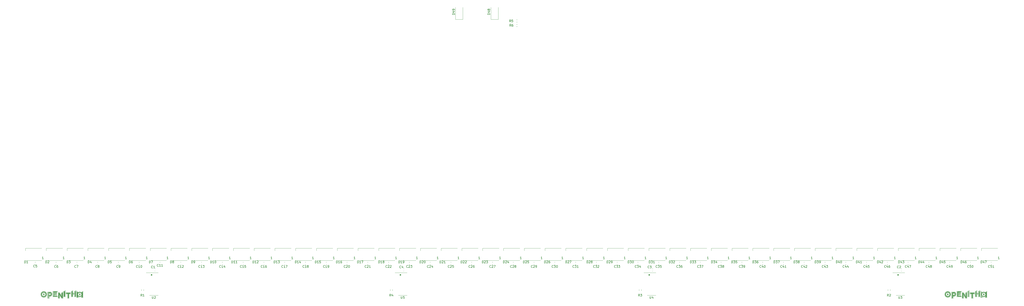
<source format=gbr>
G04 #@! TF.GenerationSoftware,KiCad,Pcbnew,(5.1.7)-1*
G04 #@! TF.CreationDate,2021-02-18T19:16:30-05:00*
G04 #@! TF.ProjectId,OpeNITHM-full,4f70654e-4954-4484-9d2d-66756c6c2e6b,rev?*
G04 #@! TF.SameCoordinates,Original*
G04 #@! TF.FileFunction,Legend,Top*
G04 #@! TF.FilePolarity,Positive*
%FSLAX46Y46*%
G04 Gerber Fmt 4.6, Leading zero omitted, Abs format (unit mm)*
G04 Created by KiCad (PCBNEW (5.1.7)-1) date 2021-02-18 19:16:30*
%MOMM*%
%LPD*%
G01*
G04 APERTURE LIST*
%ADD10C,0.120000*%
%ADD11C,0.080000*%
%ADD12C,0.500000*%
%ADD13C,0.150000*%
G04 APERTURE END LIST*
D10*
X359016667Y-117250000D02*
X359016667Y-118400000D01*
X366316667Y-117250000D02*
X359016667Y-117250000D01*
X366316667Y-122750000D02*
X359016667Y-122750000D01*
X349683318Y-117250000D02*
X349683318Y-118400000D01*
X356983318Y-117250000D02*
X349683318Y-117250000D01*
X356983318Y-122750000D02*
X349683318Y-122750000D01*
X340349985Y-117250000D02*
X340349985Y-118400000D01*
X347649985Y-117250000D02*
X340349985Y-117250000D01*
X347649985Y-122750000D02*
X340349985Y-122750000D01*
X331016652Y-117250000D02*
X331016652Y-118400000D01*
X338316652Y-117250000D02*
X331016652Y-117250000D01*
X338316652Y-122750000D02*
X331016652Y-122750000D01*
X321683319Y-117250000D02*
X321683319Y-118400000D01*
X328983319Y-117250000D02*
X321683319Y-117250000D01*
X328983319Y-122750000D02*
X321683319Y-122750000D01*
X312349986Y-117250000D02*
X312349986Y-118400000D01*
X319649986Y-117250000D02*
X312349986Y-117250000D01*
X319649986Y-122750000D02*
X312349986Y-122750000D01*
X303016653Y-117250000D02*
X303016653Y-118400000D01*
X310316653Y-117250000D02*
X303016653Y-117250000D01*
X310316653Y-122750000D02*
X303016653Y-122750000D01*
X293683320Y-117250000D02*
X293683320Y-118400000D01*
X300983320Y-117250000D02*
X293683320Y-117250000D01*
X300983320Y-122750000D02*
X293683320Y-122750000D01*
X291649987Y-122750000D02*
X284349987Y-122750000D01*
X291649987Y-117250000D02*
X284349987Y-117250000D01*
X284349987Y-117250000D02*
X284349987Y-118400000D01*
X282316654Y-122750000D02*
X275016654Y-122750000D01*
X282316654Y-117250000D02*
X275016654Y-117250000D01*
X275016654Y-117250000D02*
X275016654Y-118400000D01*
X272983321Y-122750000D02*
X265683321Y-122750000D01*
X272983321Y-117250000D02*
X265683321Y-117250000D01*
X265683321Y-117250000D02*
X265683321Y-118400000D01*
X263649988Y-122750000D02*
X256349988Y-122750000D01*
X263649988Y-117250000D02*
X256349988Y-117250000D01*
X256349988Y-117250000D02*
X256349988Y-118400000D01*
X254316655Y-122750000D02*
X247016655Y-122750000D01*
X254316655Y-117250000D02*
X247016655Y-117250000D01*
X247016655Y-117250000D02*
X247016655Y-118400000D01*
X244983322Y-122750000D02*
X237683322Y-122750000D01*
X244983322Y-117250000D02*
X237683322Y-117250000D01*
X237683322Y-117250000D02*
X237683322Y-118400000D01*
X235649989Y-122750000D02*
X228349989Y-122750000D01*
X235649989Y-117250000D02*
X228349989Y-117250000D01*
X228349989Y-117250000D02*
X228349989Y-118400000D01*
X226316656Y-122750000D02*
X219016656Y-122750000D01*
X226316656Y-117250000D02*
X219016656Y-117250000D01*
X219016656Y-117250000D02*
X219016656Y-118400000D01*
X216983323Y-122750000D02*
X209683323Y-122750000D01*
X216983323Y-117250000D02*
X209683323Y-117250000D01*
X209683323Y-117250000D02*
X209683323Y-118400000D01*
X207649990Y-122750000D02*
X200349990Y-122750000D01*
X207649990Y-117250000D02*
X200349990Y-117250000D01*
X200349990Y-117250000D02*
X200349990Y-118400000D01*
X198316657Y-122750000D02*
X191016657Y-122750000D01*
X198316657Y-117250000D02*
X191016657Y-117250000D01*
X191016657Y-117250000D02*
X191016657Y-118400000D01*
X188983324Y-122750000D02*
X181683324Y-122750000D01*
X188983324Y-117250000D02*
X181683324Y-117250000D01*
X181683324Y-117250000D02*
X181683324Y-118400000D01*
X179649991Y-122750000D02*
X172349991Y-122750000D01*
X179649991Y-117250000D02*
X172349991Y-117250000D01*
X172349991Y-117250000D02*
X172349991Y-118400000D01*
X170316658Y-122750000D02*
X163016658Y-122750000D01*
X170316658Y-117250000D02*
X163016658Y-117250000D01*
X163016658Y-117250000D02*
X163016658Y-118400000D01*
X160983325Y-122750000D02*
X153683325Y-122750000D01*
X160983325Y-117250000D02*
X153683325Y-117250000D01*
X153683325Y-117250000D02*
X153683325Y-118400000D01*
X151649992Y-122750000D02*
X144349992Y-122750000D01*
X151649992Y-117250000D02*
X144349992Y-117250000D01*
X144349992Y-117250000D02*
X144349992Y-118400000D01*
X142316659Y-122750000D02*
X135016659Y-122750000D01*
X142316659Y-117250000D02*
X135016659Y-117250000D01*
X135016659Y-117250000D02*
X135016659Y-118400000D01*
X132983326Y-122750000D02*
X125683326Y-122750000D01*
X132983326Y-117250000D02*
X125683326Y-117250000D01*
X125683326Y-117250000D02*
X125683326Y-118400000D01*
X123649993Y-122750000D02*
X116349993Y-122750000D01*
X123649993Y-117250000D02*
X116349993Y-117250000D01*
X116349993Y-117250000D02*
X116349993Y-118400000D01*
X114316660Y-122750000D02*
X107016660Y-122750000D01*
X114316660Y-117250000D02*
X107016660Y-117250000D01*
X107016660Y-117250000D02*
X107016660Y-118400000D01*
X104983327Y-122750000D02*
X97683327Y-122750000D01*
X104983327Y-117250000D02*
X97683327Y-117250000D01*
X97683327Y-117250000D02*
X97683327Y-118400000D01*
X95649994Y-122750000D02*
X88349994Y-122750000D01*
X95649994Y-117250000D02*
X88349994Y-117250000D01*
X88349994Y-117250000D02*
X88349994Y-118400000D01*
X86316661Y-122750000D02*
X79016661Y-122750000D01*
X86316661Y-117250000D02*
X79016661Y-117250000D01*
X79016661Y-117250000D02*
X79016661Y-118400000D01*
X76983328Y-122750000D02*
X69683328Y-122750000D01*
X76983328Y-117250000D02*
X69683328Y-117250000D01*
X69683328Y-117250000D02*
X69683328Y-118400000D01*
X67649995Y-122750000D02*
X60349995Y-122750000D01*
X67649995Y-117250000D02*
X60349995Y-117250000D01*
X60349995Y-117250000D02*
X60349995Y-118400000D01*
X58316662Y-122750000D02*
X51016662Y-122750000D01*
X58316662Y-117250000D02*
X51016662Y-117250000D01*
X51016662Y-117250000D02*
X51016662Y-118400000D01*
X48983329Y-122750000D02*
X41683329Y-122750000D01*
X48983329Y-117250000D02*
X41683329Y-117250000D01*
X41683329Y-117250000D02*
X41683329Y-118400000D01*
X39649996Y-122750000D02*
X32349996Y-122750000D01*
X39649996Y-117250000D02*
X32349996Y-117250000D01*
X32349996Y-117250000D02*
X32349996Y-118400000D01*
X30316663Y-122750000D02*
X23016663Y-122750000D01*
X30316663Y-117250000D02*
X23016663Y-117250000D01*
X23016663Y-117250000D02*
X23016663Y-118400000D01*
X20983330Y-122750000D02*
X13683330Y-122750000D01*
X20983330Y-117250000D02*
X13683330Y-117250000D01*
X13683330Y-117250000D02*
X13683330Y-118400000D01*
X11649997Y-122750000D02*
X4349997Y-122750000D01*
X11649997Y-117250000D02*
X4349997Y-117250000D01*
X4349997Y-117250000D02*
X4349997Y-118400000D01*
X2316664Y-122750000D02*
X-4983336Y-122750000D01*
X2316664Y-117250000D02*
X-4983336Y-117250000D01*
X-4983336Y-117250000D02*
X-4983336Y-118400000D01*
X-7016669Y-122750000D02*
X-14316669Y-122750000D01*
X-7016669Y-117250000D02*
X-14316669Y-117250000D01*
X-14316669Y-117250000D02*
X-14316669Y-118400000D01*
X-16350002Y-122750000D02*
X-23650002Y-122750000D01*
X-16350002Y-117250000D02*
X-23650002Y-117250000D01*
X-23650002Y-117250000D02*
X-23650002Y-118400000D01*
X-25683335Y-122750000D02*
X-32983335Y-122750000D01*
X-25683335Y-117250000D02*
X-32983335Y-117250000D01*
X-32983335Y-117250000D02*
X-32983335Y-118400000D01*
X-35016668Y-122750000D02*
X-42316668Y-122750000D01*
X-35016668Y-117250000D02*
X-42316668Y-117250000D01*
X-42316668Y-117250000D02*
X-42316668Y-118400000D01*
X-44350001Y-122750000D02*
X-51650001Y-122750000D01*
X-44350001Y-117250000D02*
X-51650001Y-117250000D01*
X-51650001Y-117250000D02*
X-51650001Y-118400000D01*
X-53683334Y-122750000D02*
X-60983334Y-122750000D01*
X-53683334Y-117250000D02*
X-60983334Y-117250000D01*
X-60983334Y-117250000D02*
X-60983334Y-118400000D01*
X363251087Y-124510000D02*
X363532247Y-124510000D01*
X363251087Y-123490000D02*
X363532247Y-123490000D01*
X353917738Y-124510000D02*
X354198898Y-124510000D01*
X353917738Y-123490000D02*
X354198898Y-123490000D01*
X344584405Y-124510000D02*
X344865565Y-124510000D01*
X344584405Y-123490000D02*
X344865565Y-123490000D01*
X335251072Y-124510000D02*
X335532232Y-124510000D01*
X335251072Y-123490000D02*
X335532232Y-123490000D01*
X325917739Y-124510000D02*
X326198899Y-124510000D01*
X325917739Y-123490000D02*
X326198899Y-123490000D01*
X316584406Y-124510000D02*
X316865566Y-124510000D01*
X316584406Y-123490000D02*
X316865566Y-123490000D01*
X307251073Y-124510000D02*
X307532233Y-124510000D01*
X307251073Y-123490000D02*
X307532233Y-123490000D01*
X297917740Y-124510000D02*
X298198900Y-124510000D01*
X297917740Y-123490000D02*
X298198900Y-123490000D01*
X288584407Y-124510000D02*
X288865567Y-124510000D01*
X288584407Y-123490000D02*
X288865567Y-123490000D01*
X279251074Y-123490000D02*
X279532234Y-123490000D01*
X279251074Y-124510000D02*
X279532234Y-124510000D01*
X269917741Y-123490000D02*
X270198901Y-123490000D01*
X269917741Y-124510000D02*
X270198901Y-124510000D01*
X260584408Y-123490000D02*
X260865568Y-123490000D01*
X260584408Y-124510000D02*
X260865568Y-124510000D01*
X251251075Y-123490000D02*
X251532235Y-123490000D01*
X251251075Y-124510000D02*
X251532235Y-124510000D01*
X241917742Y-123490000D02*
X242198902Y-123490000D01*
X241917742Y-124510000D02*
X242198902Y-124510000D01*
X232584409Y-123490000D02*
X232865569Y-123490000D01*
X232584409Y-124510000D02*
X232865569Y-124510000D01*
X223251076Y-123490000D02*
X223532236Y-123490000D01*
X223251076Y-124510000D02*
X223532236Y-124510000D01*
X213917743Y-123490000D02*
X214198903Y-123490000D01*
X213917743Y-124510000D02*
X214198903Y-124510000D01*
X204584410Y-123490000D02*
X204865570Y-123490000D01*
X204584410Y-124510000D02*
X204865570Y-124510000D01*
X195251077Y-123490000D02*
X195532237Y-123490000D01*
X195251077Y-124510000D02*
X195532237Y-124510000D01*
X185917744Y-123490000D02*
X186198904Y-123490000D01*
X185917744Y-124510000D02*
X186198904Y-124510000D01*
X176584411Y-123490000D02*
X176865571Y-123490000D01*
X176584411Y-124510000D02*
X176865571Y-124510000D01*
X167251078Y-123490000D02*
X167532238Y-123490000D01*
X167251078Y-124510000D02*
X167532238Y-124510000D01*
X157917745Y-123490000D02*
X158198905Y-123490000D01*
X157917745Y-124510000D02*
X158198905Y-124510000D01*
X148584412Y-123490000D02*
X148865572Y-123490000D01*
X148584412Y-124510000D02*
X148865572Y-124510000D01*
X139251079Y-123490000D02*
X139532239Y-123490000D01*
X139251079Y-124510000D02*
X139532239Y-124510000D01*
X129917746Y-123490000D02*
X130198906Y-123490000D01*
X129917746Y-124510000D02*
X130198906Y-124510000D01*
X120584413Y-123490000D02*
X120865573Y-123490000D01*
X120584413Y-124510000D02*
X120865573Y-124510000D01*
X111251080Y-123490000D02*
X111532240Y-123490000D01*
X111251080Y-124510000D02*
X111532240Y-124510000D01*
X101917747Y-123490000D02*
X102198907Y-123490000D01*
X101917747Y-124510000D02*
X102198907Y-124510000D01*
X92584414Y-123490000D02*
X92865574Y-123490000D01*
X92584414Y-124510000D02*
X92865574Y-124510000D01*
X83251081Y-123490000D02*
X83532241Y-123490000D01*
X83251081Y-124510000D02*
X83532241Y-124510000D01*
X73917748Y-123490000D02*
X74198908Y-123490000D01*
X73917748Y-124510000D02*
X74198908Y-124510000D01*
X64584415Y-123490000D02*
X64865575Y-123490000D01*
X64584415Y-124510000D02*
X64865575Y-124510000D01*
X55251082Y-123490000D02*
X55532242Y-123490000D01*
X55251082Y-124510000D02*
X55532242Y-124510000D01*
X45917749Y-123490000D02*
X46198909Y-123490000D01*
X45917749Y-124510000D02*
X46198909Y-124510000D01*
X36584416Y-123490000D02*
X36865576Y-123490000D01*
X36584416Y-124510000D02*
X36865576Y-124510000D01*
X27251083Y-123490000D02*
X27532243Y-123490000D01*
X27251083Y-124510000D02*
X27532243Y-124510000D01*
X17917750Y-124510000D02*
X18198910Y-124510000D01*
X17917750Y-123490000D02*
X18198910Y-123490000D01*
X8584417Y-123490000D02*
X8865577Y-123490000D01*
X8584417Y-124510000D02*
X8865577Y-124510000D01*
X-748916Y-123490000D02*
X-467756Y-123490000D01*
X-748916Y-124510000D02*
X-467756Y-124510000D01*
X-10082249Y-123490000D02*
X-9801089Y-123490000D01*
X-10082249Y-124510000D02*
X-9801089Y-124510000D01*
X-19415582Y-123490000D02*
X-19134422Y-123490000D01*
X-19415582Y-124510000D02*
X-19134422Y-124510000D01*
X-28748915Y-123490000D02*
X-28467755Y-123490000D01*
X-28748915Y-124510000D02*
X-28467755Y-124510000D01*
X-38082248Y-123490000D02*
X-37801088Y-123490000D01*
X-38082248Y-124510000D02*
X-37801088Y-124510000D01*
X-47415581Y-123490000D02*
X-47134421Y-123490000D01*
X-47415581Y-124510000D02*
X-47134421Y-124510000D01*
X-56748914Y-123490000D02*
X-56467754Y-123490000D01*
X-56748914Y-124510000D02*
X-56467754Y-124510000D01*
X-66082247Y-124510000D02*
X-65801087Y-124510000D01*
X-66082247Y-123490000D02*
X-65801087Y-123490000D01*
X-70316667Y-117250000D02*
X-70316667Y-118400000D01*
X-63016667Y-117250000D02*
X-70316667Y-117250000D01*
X-63016667Y-122750000D02*
X-70316667Y-122750000D01*
X122810000Y-14290000D02*
X126110000Y-14290000D01*
X126110000Y-14290000D02*
X126110000Y-8890000D01*
X122810000Y-14290000D02*
X122810000Y-8890000D01*
X138685000Y-14290000D02*
X141985000Y-14290000D01*
X141985000Y-14290000D02*
X141985000Y-8890000D01*
X138685000Y-14290000D02*
X138685000Y-8890000D01*
X344261073Y-138025400D02*
G75*
G03*
X344261073Y-138025400I-363673J0D01*
G01*
X344735600Y-138025400D02*
G75*
G03*
X344735600Y-138025400I-838200J0D01*
G01*
X345116865Y-138025400D02*
G75*
G03*
X345116865Y-138025400I-1219465J0D01*
G01*
D11*
X345295323Y-138025400D02*
G75*
G03*
X345295323Y-138025400I-1397923J0D01*
G01*
X346640600Y-137568200D02*
X346310400Y-137568200D01*
X346310400Y-137568200D02*
X346310400Y-138279400D01*
X346310400Y-138279400D02*
X346640600Y-138279400D01*
D10*
X346640600Y-138457200D02*
X346132600Y-138457200D01*
X346132600Y-138457200D02*
X346132600Y-137390400D01*
X346132600Y-137390400D02*
X346640600Y-137390400D01*
X346640600Y-137060200D02*
X345751600Y-137060200D01*
X345751600Y-137060200D02*
X345751600Y-139625600D01*
X345751600Y-139625600D02*
X346132600Y-139625600D01*
X346132600Y-139625600D02*
X346132600Y-138787400D01*
X346132600Y-138787400D02*
X346640600Y-138787400D01*
D11*
X346640600Y-138965200D02*
X346310400Y-138965200D01*
X346310400Y-138965200D02*
X346310400Y-139803400D01*
X346310400Y-139803400D02*
X345573800Y-139803400D01*
X345573800Y-139803400D02*
X345573800Y-136882400D01*
X345573800Y-136882400D02*
X346640600Y-136882400D01*
D10*
X348139200Y-136704600D02*
X349790200Y-136704600D01*
X349790200Y-136704600D02*
X349587000Y-137034800D01*
X349587000Y-137034800D02*
X348520200Y-137034800D01*
X348520200Y-137034800D02*
X348520200Y-137619000D01*
X348520200Y-137619000D02*
X349510800Y-137619000D01*
X349510800Y-137619000D02*
X349510800Y-137949200D01*
X349510800Y-137949200D02*
X348520200Y-137949200D01*
X348520200Y-137949200D02*
X348520200Y-138635000D01*
X348520200Y-138635000D02*
X349587000Y-138635000D01*
X349587000Y-138635000D02*
X349790200Y-138965200D01*
X349790200Y-138965200D02*
X348139200Y-138965200D01*
X348139200Y-138965200D02*
X348139200Y-136704600D01*
D11*
X347961400Y-136526800D02*
X350095000Y-136526800D01*
X350095000Y-136526800D02*
X349688600Y-137212600D01*
X349688600Y-137212600D02*
X348698000Y-137212600D01*
X348698000Y-137212600D02*
X348698000Y-137441200D01*
X348698000Y-137441200D02*
X349688600Y-137441200D01*
X349688600Y-137441200D02*
X349688600Y-138127000D01*
X349688600Y-138127000D02*
X348698000Y-138127000D01*
X348698000Y-138127000D02*
X348698000Y-138457200D01*
X348698000Y-138457200D02*
X349688600Y-138457200D01*
X349688600Y-138457200D02*
X350095000Y-139143000D01*
X350095000Y-139143000D02*
X347961400Y-139143000D01*
X347961400Y-139143000D02*
X347961400Y-136526800D01*
D10*
X350450600Y-139625600D02*
X350450600Y-137314200D01*
X350450600Y-137314200D02*
X350882400Y-137314200D01*
X350882400Y-137314200D02*
X351949200Y-139016000D01*
X351949200Y-139016000D02*
X351949200Y-137390400D01*
X351949200Y-137390400D02*
X352330200Y-137161800D01*
X352330200Y-137161800D02*
X352330200Y-139600200D01*
X352330200Y-139600200D02*
X351898400Y-139600200D01*
X351898400Y-139600200D02*
X350831600Y-137898400D01*
X350831600Y-137898400D02*
X350831600Y-139625600D01*
X350831600Y-139625600D02*
X350450600Y-139625600D01*
D11*
X350272800Y-137136400D02*
X350984000Y-137136400D01*
X350984000Y-137136400D02*
X351771400Y-138406400D01*
X351771400Y-138406400D02*
X351771400Y-137288800D01*
X351771400Y-137288800D02*
X352508000Y-136831600D01*
X352508000Y-136857000D02*
X352508000Y-139778000D01*
X352508000Y-139778000D02*
X351796800Y-139778000D01*
X351796800Y-139778000D02*
X351009400Y-138508000D01*
X351009400Y-138508000D02*
X351009400Y-139803400D01*
X350984000Y-139803400D02*
X350272800Y-139803400D01*
X350272800Y-139803400D02*
X350272800Y-137136400D01*
X352787400Y-139143000D02*
X352787400Y-136653800D01*
X352787400Y-136653800D02*
X353524000Y-136222000D01*
X353524000Y-136222000D02*
X353524000Y-139143000D01*
X353524000Y-139143000D02*
X352787400Y-139143000D01*
D10*
X352965200Y-138965200D02*
X352965200Y-136755400D01*
X352965200Y-136755400D02*
X353346200Y-136526800D01*
X353346200Y-136526800D02*
X353346200Y-138965200D01*
X353346200Y-138965200D02*
X352965200Y-138965200D01*
X353981200Y-137314200D02*
X355759200Y-137314200D01*
X355759200Y-137314200D02*
X355759200Y-137644400D01*
X355759200Y-137644400D02*
X355073400Y-137644400D01*
X355073400Y-137644400D02*
X355073400Y-139600200D01*
X355073400Y-139600200D02*
X354692400Y-139600200D01*
X354692400Y-139600200D02*
X354692400Y-137644400D01*
X354692400Y-137644400D02*
X353981200Y-137644400D01*
X353981200Y-137644400D02*
X353981200Y-137314200D01*
D11*
X353803400Y-137136400D02*
X355937000Y-137136400D01*
X355937000Y-137136400D02*
X355937000Y-137822200D01*
X355937000Y-137822200D02*
X355251200Y-137822200D01*
X355251200Y-137822200D02*
X355251200Y-139778000D01*
X355251200Y-139778000D02*
X354514600Y-139778000D01*
X354514600Y-139778000D02*
X354514600Y-137822200D01*
X354514600Y-137822200D02*
X353803400Y-137822200D01*
X353803400Y-137822200D02*
X353803400Y-137136400D01*
X356216400Y-139143000D02*
X356216400Y-136653800D01*
X356953000Y-136222000D02*
X356953000Y-137365000D01*
X356953000Y-137365000D02*
X357613400Y-137365000D01*
X357613400Y-137365000D02*
X357613400Y-136653800D01*
X358350000Y-136222000D02*
X358350000Y-139143000D01*
X358350000Y-139143000D02*
X357613400Y-139143000D01*
X357613400Y-139143000D02*
X357613400Y-138050800D01*
X357613400Y-138050800D02*
X356953000Y-138050800D01*
X356953000Y-138050800D02*
X356953000Y-139143000D01*
X356953000Y-139143000D02*
X356216400Y-139143000D01*
D10*
X356394200Y-136755400D02*
X356775200Y-136526800D01*
X356775200Y-136526800D02*
X356775200Y-137542800D01*
X356775200Y-137542800D02*
X357791200Y-137542800D01*
X357791200Y-137542800D02*
X357791200Y-136755400D01*
X357791200Y-136755400D02*
X358172200Y-136526800D01*
X358172200Y-136526800D02*
X358172200Y-138965200D01*
X358172200Y-138965200D02*
X357791200Y-138965200D01*
X357791200Y-138965200D02*
X357791200Y-137873000D01*
X357791200Y-137873000D02*
X356775200Y-137873000D01*
X356775200Y-137873000D02*
X356775200Y-138965200D01*
X356775200Y-138965200D02*
X356394200Y-138965200D01*
X356394200Y-138965200D02*
X356394200Y-136755400D01*
D11*
X356216400Y-136653800D02*
X356953000Y-136222000D01*
X357613400Y-136653800D02*
X358350000Y-136222000D01*
D10*
X360890000Y-138050800D02*
G75*
G03*
X360890000Y-138050800I-838200J0D01*
G01*
X360415473Y-138050800D02*
G75*
G03*
X360415473Y-138050800I-363673J0D01*
G01*
X360864600Y-139295400D02*
X360864600Y-138736600D01*
X360864600Y-139295400D02*
X361296400Y-139295400D01*
X361296400Y-139295400D02*
X361296400Y-136857000D01*
X361296400Y-136857000D02*
X360712200Y-137212600D01*
X359239000Y-139295400D02*
X359239000Y-138736600D01*
X359239000Y-139295400D02*
X358807200Y-139295400D01*
X358807200Y-139295400D02*
X358807200Y-136857000D01*
X358807200Y-136857000D02*
X359391400Y-137212600D01*
D11*
X358629400Y-136526800D02*
X359442200Y-137034800D01*
X360661400Y-137034800D02*
X361474200Y-136526800D01*
X361474200Y-136526800D02*
X361474200Y-139473200D01*
X361474200Y-139473200D02*
X360686800Y-139473200D01*
X360686800Y-139473200D02*
X360686800Y-139041400D01*
X359416800Y-139041400D02*
X359416800Y-139473200D01*
X359416800Y-139473200D02*
X358629400Y-139473200D01*
X358629400Y-139473200D02*
X358629400Y-136526800D01*
D10*
X344151400Y-138025400D02*
G75*
G03*
X344151400Y-138025400I-254000J0D01*
G01*
X344049800Y-138025400D02*
G75*
G03*
X344049800Y-138025400I-152400J0D01*
G01*
X343948200Y-138025400D02*
G75*
G03*
X343948200Y-138025400I-50800J0D01*
G01*
X344837543Y-138025400D02*
G75*
G03*
X344837543Y-138025400I-940143J0D01*
G01*
X344940038Y-138025400D02*
G75*
G03*
X344940038Y-138025400I-1042638J0D01*
G01*
X345016154Y-138025400D02*
G75*
G03*
X345016154Y-138025400I-1118754J0D01*
G01*
X360966200Y-138050800D02*
G75*
G03*
X360966200Y-138050800I-914400J0D01*
G01*
X361067800Y-138050800D02*
G75*
G03*
X361067800Y-138050800I-1016000J0D01*
G01*
X361245600Y-136958600D02*
X361245600Y-139219200D01*
X361245600Y-139219200D02*
X361144000Y-139219200D01*
X361144000Y-139219200D02*
X361144000Y-137034800D01*
X361144000Y-137034800D02*
X361042400Y-137111000D01*
X361042400Y-137111000D02*
X361042400Y-139219200D01*
X361042400Y-139219200D02*
X360940800Y-139219200D01*
X360940800Y-139219200D02*
X360940800Y-137161800D01*
X360940800Y-137161800D02*
X360839200Y-137339600D01*
X360839200Y-137339600D02*
X360813800Y-137238000D01*
X358883400Y-136984000D02*
X358883400Y-139219200D01*
X358883400Y-139219200D02*
X358959600Y-139219200D01*
X358959600Y-139219200D02*
X358959600Y-137034800D01*
X358959600Y-137034800D02*
X359061200Y-137111000D01*
X359061200Y-137111000D02*
X359061200Y-139219200D01*
X359061200Y-139219200D02*
X359137400Y-139219200D01*
X359137400Y-139219200D02*
X359137400Y-137136400D01*
X359137400Y-137136400D02*
X359315200Y-137263400D01*
X359315200Y-137263400D02*
X359188200Y-137390400D01*
X359188200Y-137390400D02*
X359213600Y-137263400D01*
X358096000Y-136653800D02*
X358096000Y-138889000D01*
X358096000Y-138889000D02*
X357994400Y-138889000D01*
X357994400Y-138889000D02*
X357994400Y-136704600D01*
X357994400Y-136704600D02*
X357892800Y-136831600D01*
X357892800Y-136831600D02*
X357892800Y-138863600D01*
X356673600Y-136679200D02*
X356673600Y-138863600D01*
X356673600Y-138863600D02*
X356572000Y-138863600D01*
X356572000Y-138863600D02*
X356572000Y-136730000D01*
X356572000Y-136730000D02*
X356495800Y-136831600D01*
X356495800Y-136831600D02*
X356495800Y-138889000D01*
X356724400Y-137619000D02*
X357842000Y-137619000D01*
X357842000Y-137619000D02*
X357842000Y-137695200D01*
X357842000Y-137695200D02*
X356775200Y-137695200D01*
X356775200Y-137695200D02*
X356775200Y-137796800D01*
X356775200Y-137796800D02*
X357816600Y-137796800D01*
X354082800Y-137415800D02*
X355657600Y-137415800D01*
X355657600Y-137415800D02*
X355657600Y-137492000D01*
X355657600Y-137492000D02*
X354057400Y-137492000D01*
X354057400Y-137492000D02*
X354082800Y-137568200D01*
X354082800Y-137568200D02*
X355708400Y-137568200D01*
X354971800Y-137644400D02*
X354971800Y-139524000D01*
X354971800Y-139524000D02*
X354895600Y-139524000D01*
X354895600Y-139524000D02*
X354895600Y-137619000D01*
X354895600Y-137619000D02*
X354794000Y-137644400D01*
X354794000Y-137644400D02*
X354794000Y-139524000D01*
X353041400Y-136806200D02*
X353041400Y-138863600D01*
X353041400Y-138863600D02*
X353117600Y-138863600D01*
X353117600Y-138863600D02*
X353117600Y-136755400D01*
X353117600Y-136755400D02*
X353219200Y-136704600D01*
X353219200Y-136704600D02*
X353219200Y-138889000D01*
X353219200Y-138889000D02*
X353270000Y-138889000D01*
X353270000Y-138889000D02*
X353270000Y-136653800D01*
X352254000Y-137288800D02*
X352254000Y-139524000D01*
X352254000Y-139524000D02*
X352177800Y-139524000D01*
X352177800Y-139524000D02*
X352177800Y-137365000D01*
X352177800Y-137365000D02*
X352076200Y-137441200D01*
X352076200Y-137441200D02*
X352076200Y-139498600D01*
X352076200Y-139498600D02*
X352025400Y-139498600D01*
X352025400Y-139498600D02*
X352025400Y-137441200D01*
X351974600Y-139168400D02*
X350831600Y-137415800D01*
X350831600Y-137415800D02*
X350831600Y-137517400D01*
X350831600Y-137517400D02*
X351949200Y-139270000D01*
X351949200Y-139270000D02*
X351949200Y-139397000D01*
X351949200Y-139397000D02*
X350806200Y-137593600D01*
X350806200Y-137593600D02*
X350806200Y-137771400D01*
X350806200Y-137771400D02*
X351949200Y-139498600D01*
X350755400Y-137390400D02*
X350755400Y-139524000D01*
X350755400Y-139524000D02*
X350653800Y-139524000D01*
X350653800Y-139524000D02*
X350653800Y-137390400D01*
X350653800Y-137390400D02*
X350552200Y-137390400D01*
X350552200Y-137390400D02*
X350552200Y-139549400D01*
X349663200Y-138889000D02*
X348215400Y-138889000D01*
X348215400Y-138889000D02*
X348215400Y-138787400D01*
X348215400Y-138787400D02*
X349612400Y-138787400D01*
X349612400Y-138787400D02*
X349536200Y-138736600D01*
X349536200Y-138736600D02*
X348240800Y-138736600D01*
X348240800Y-138736600D02*
X348240800Y-136806200D01*
X348240800Y-136806200D02*
X349637800Y-136806200D01*
X349637800Y-136806200D02*
X349561600Y-136907800D01*
X349561600Y-136907800D02*
X348317000Y-136907800D01*
X349561600Y-136984000D02*
X348317000Y-136984000D01*
X348317000Y-136984000D02*
X348317000Y-138685800D01*
X348317000Y-138685800D02*
X348418600Y-138685800D01*
X348418600Y-138685800D02*
X348418600Y-137060200D01*
X349409200Y-137720600D02*
X348494800Y-137720600D01*
X348494800Y-137720600D02*
X348494800Y-137822200D01*
X348494800Y-137822200D02*
X349460000Y-137822200D01*
X349460000Y-137822200D02*
X349460000Y-137873000D01*
X349460000Y-137873000D02*
X348469400Y-137873000D01*
X345853200Y-139524000D02*
X345853200Y-137136400D01*
X345853200Y-137136400D02*
X345954800Y-137136400D01*
X345954800Y-137136400D02*
X345954800Y-139549400D01*
X345954800Y-139549400D02*
X346031000Y-139549400D01*
X346031000Y-139549400D02*
X346031000Y-137136400D01*
X346031000Y-137136400D02*
X346691400Y-137136400D01*
X346691400Y-137136400D02*
X346691400Y-137238000D01*
X346691400Y-137238000D02*
X346132600Y-137238000D01*
X346132600Y-137238000D02*
X346132600Y-137314200D01*
X346132600Y-137314200D02*
X346691400Y-137314200D01*
X346107200Y-138533400D02*
X346666000Y-138533400D01*
X346666000Y-138533400D02*
X346666000Y-138635000D01*
X346666000Y-138635000D02*
X346107200Y-138635000D01*
X346107200Y-138635000D02*
X346107200Y-138711200D01*
X346107200Y-138711200D02*
X346691400Y-138711200D01*
X360307067Y-138050800D02*
G75*
G03*
X360307067Y-138050800I-255267J0D01*
G01*
X360204200Y-138050800D02*
G75*
G03*
X360204200Y-138050800I-152400J0D01*
G01*
X360102600Y-138050800D02*
G75*
G03*
X360102600Y-138050800I-50800J0D01*
G01*
D11*
X346640600Y-136882400D02*
G75*
G02*
X346640600Y-138965200I0J-1041400D01*
G01*
D10*
X346640600Y-137060200D02*
G75*
G02*
X346640600Y-138787400I0J-863600D01*
G01*
D11*
X346640600Y-137568200D02*
G75*
G02*
X346640600Y-138279400I0J-355600D01*
G01*
D10*
X346640600Y-137390400D02*
G75*
G02*
X346640600Y-138457200I0J-533400D01*
G01*
X359449932Y-137232258D02*
G75*
G02*
X360661400Y-137238000I601868J-818542D01*
G01*
X360864600Y-138660400D02*
G75*
G02*
X359239000Y-138660400I-812800J609600D01*
G01*
D11*
X359442200Y-137034800D02*
G75*
G02*
X360661400Y-137034800I609600J-1016000D01*
G01*
X360686800Y-139041400D02*
G75*
G02*
X359416800Y-139041400I-635000J990599D01*
G01*
D10*
X346741598Y-137317816D02*
G75*
G02*
X346716799Y-138533399I-100998J-605984D01*
G01*
X346780877Y-137222421D02*
G75*
G02*
X346716799Y-138634999I-140277J-701379D01*
G01*
X346718991Y-137139901D02*
G75*
G02*
X346665999Y-138711199I-78391J-783899D01*
G01*
X99060000Y-138410000D02*
X101010000Y-138410000D01*
X99060000Y-138410000D02*
X97110000Y-138410000D01*
X99060000Y-128290000D02*
X101010000Y-128290000D01*
X99060000Y-128290000D02*
X95610000Y-128290000D01*
D12*
X98160000Y-129250000D02*
G75*
G03*
X98160000Y-129250000I-100000J0D01*
G01*
D10*
X150102742Y-17522500D02*
X150577258Y-17522500D01*
X150102742Y-16477500D02*
X150577258Y-16477500D01*
X150102742Y-15522500D02*
X150577258Y-15522500D01*
X150102742Y-14477500D02*
X150577258Y-14477500D01*
X322580000Y-138410000D02*
X324530000Y-138410000D01*
X322580000Y-138410000D02*
X320630000Y-138410000D01*
X322580000Y-128290000D02*
X324530000Y-128290000D01*
X322580000Y-128290000D02*
X319130000Y-128290000D01*
D12*
X321680000Y-129250000D02*
G75*
G03*
X321680000Y-129250000I-100000J0D01*
G01*
D10*
X-61738927Y-138025400D02*
G75*
G03*
X-61738927Y-138025400I-363673J0D01*
G01*
X-61264400Y-138025400D02*
G75*
G03*
X-61264400Y-138025400I-838200J0D01*
G01*
X-60883135Y-138025400D02*
G75*
G03*
X-60883135Y-138025400I-1219465J0D01*
G01*
D11*
X-60704677Y-138025400D02*
G75*
G03*
X-60704677Y-138025400I-1397923J0D01*
G01*
X-59359400Y-137568200D02*
X-59689600Y-137568200D01*
X-59689600Y-137568200D02*
X-59689600Y-138279400D01*
X-59689600Y-138279400D02*
X-59359400Y-138279400D01*
D10*
X-59359400Y-138457200D02*
X-59867400Y-138457200D01*
X-59867400Y-138457200D02*
X-59867400Y-137390400D01*
X-59867400Y-137390400D02*
X-59359400Y-137390400D01*
X-59359400Y-137060200D02*
X-60248400Y-137060200D01*
X-60248400Y-137060200D02*
X-60248400Y-139625600D01*
X-60248400Y-139625600D02*
X-59867400Y-139625600D01*
X-59867400Y-139625600D02*
X-59867400Y-138787400D01*
X-59867400Y-138787400D02*
X-59359400Y-138787400D01*
D11*
X-59359400Y-138965200D02*
X-59689600Y-138965200D01*
X-59689600Y-138965200D02*
X-59689600Y-139803400D01*
X-59689600Y-139803400D02*
X-60426200Y-139803400D01*
X-60426200Y-139803400D02*
X-60426200Y-136882400D01*
X-60426200Y-136882400D02*
X-59359400Y-136882400D01*
D10*
X-57860800Y-136704600D02*
X-56209800Y-136704600D01*
X-56209800Y-136704600D02*
X-56413000Y-137034800D01*
X-56413000Y-137034800D02*
X-57479800Y-137034800D01*
X-57479800Y-137034800D02*
X-57479800Y-137619000D01*
X-57479800Y-137619000D02*
X-56489200Y-137619000D01*
X-56489200Y-137619000D02*
X-56489200Y-137949200D01*
X-56489200Y-137949200D02*
X-57479800Y-137949200D01*
X-57479800Y-137949200D02*
X-57479800Y-138635000D01*
X-57479800Y-138635000D02*
X-56413000Y-138635000D01*
X-56413000Y-138635000D02*
X-56209800Y-138965200D01*
X-56209800Y-138965200D02*
X-57860800Y-138965200D01*
X-57860800Y-138965200D02*
X-57860800Y-136704600D01*
D11*
X-58038600Y-136526800D02*
X-55905000Y-136526800D01*
X-55905000Y-136526800D02*
X-56311400Y-137212600D01*
X-56311400Y-137212600D02*
X-57302000Y-137212600D01*
X-57302000Y-137212600D02*
X-57302000Y-137441200D01*
X-57302000Y-137441200D02*
X-56311400Y-137441200D01*
X-56311400Y-137441200D02*
X-56311400Y-138127000D01*
X-56311400Y-138127000D02*
X-57302000Y-138127000D01*
X-57302000Y-138127000D02*
X-57302000Y-138457200D01*
X-57302000Y-138457200D02*
X-56311400Y-138457200D01*
X-56311400Y-138457200D02*
X-55905000Y-139143000D01*
X-55905000Y-139143000D02*
X-58038600Y-139143000D01*
X-58038600Y-139143000D02*
X-58038600Y-136526800D01*
D10*
X-55549400Y-139625600D02*
X-55549400Y-137314200D01*
X-55549400Y-137314200D02*
X-55117600Y-137314200D01*
X-55117600Y-137314200D02*
X-54050800Y-139016000D01*
X-54050800Y-139016000D02*
X-54050800Y-137390400D01*
X-54050800Y-137390400D02*
X-53669800Y-137161800D01*
X-53669800Y-137161800D02*
X-53669800Y-139600200D01*
X-53669800Y-139600200D02*
X-54101600Y-139600200D01*
X-54101600Y-139600200D02*
X-55168400Y-137898400D01*
X-55168400Y-137898400D02*
X-55168400Y-139625600D01*
X-55168400Y-139625600D02*
X-55549400Y-139625600D01*
D11*
X-55727200Y-137136400D02*
X-55016000Y-137136400D01*
X-55016000Y-137136400D02*
X-54228600Y-138406400D01*
X-54228600Y-138406400D02*
X-54228600Y-137288800D01*
X-54228600Y-137288800D02*
X-53492000Y-136831600D01*
X-53492000Y-136857000D02*
X-53492000Y-139778000D01*
X-53492000Y-139778000D02*
X-54203200Y-139778000D01*
X-54203200Y-139778000D02*
X-54990600Y-138508000D01*
X-54990600Y-138508000D02*
X-54990600Y-139803400D01*
X-55016000Y-139803400D02*
X-55727200Y-139803400D01*
X-55727200Y-139803400D02*
X-55727200Y-137136400D01*
X-53212600Y-139143000D02*
X-53212600Y-136653800D01*
X-53212600Y-136653800D02*
X-52476000Y-136222000D01*
X-52476000Y-136222000D02*
X-52476000Y-139143000D01*
X-52476000Y-139143000D02*
X-53212600Y-139143000D01*
D10*
X-53034800Y-138965200D02*
X-53034800Y-136755400D01*
X-53034800Y-136755400D02*
X-52653800Y-136526800D01*
X-52653800Y-136526800D02*
X-52653800Y-138965200D01*
X-52653800Y-138965200D02*
X-53034800Y-138965200D01*
X-52018800Y-137314200D02*
X-50240800Y-137314200D01*
X-50240800Y-137314200D02*
X-50240800Y-137644400D01*
X-50240800Y-137644400D02*
X-50926600Y-137644400D01*
X-50926600Y-137644400D02*
X-50926600Y-139600200D01*
X-50926600Y-139600200D02*
X-51307600Y-139600200D01*
X-51307600Y-139600200D02*
X-51307600Y-137644400D01*
X-51307600Y-137644400D02*
X-52018800Y-137644400D01*
X-52018800Y-137644400D02*
X-52018800Y-137314200D01*
D11*
X-52196600Y-137136400D02*
X-50063000Y-137136400D01*
X-50063000Y-137136400D02*
X-50063000Y-137822200D01*
X-50063000Y-137822200D02*
X-50748800Y-137822200D01*
X-50748800Y-137822200D02*
X-50748800Y-139778000D01*
X-50748800Y-139778000D02*
X-51485400Y-139778000D01*
X-51485400Y-139778000D02*
X-51485400Y-137822200D01*
X-51485400Y-137822200D02*
X-52196600Y-137822200D01*
X-52196600Y-137822200D02*
X-52196600Y-137136400D01*
X-49783600Y-139143000D02*
X-49783600Y-136653800D01*
X-49047000Y-136222000D02*
X-49047000Y-137365000D01*
X-49047000Y-137365000D02*
X-48386600Y-137365000D01*
X-48386600Y-137365000D02*
X-48386600Y-136653800D01*
X-47650000Y-136222000D02*
X-47650000Y-139143000D01*
X-47650000Y-139143000D02*
X-48386600Y-139143000D01*
X-48386600Y-139143000D02*
X-48386600Y-138050800D01*
X-48386600Y-138050800D02*
X-49047000Y-138050800D01*
X-49047000Y-138050800D02*
X-49047000Y-139143000D01*
X-49047000Y-139143000D02*
X-49783600Y-139143000D01*
D10*
X-49605800Y-136755400D02*
X-49224800Y-136526800D01*
X-49224800Y-136526800D02*
X-49224800Y-137542800D01*
X-49224800Y-137542800D02*
X-48208800Y-137542800D01*
X-48208800Y-137542800D02*
X-48208800Y-136755400D01*
X-48208800Y-136755400D02*
X-47827800Y-136526800D01*
X-47827800Y-136526800D02*
X-47827800Y-138965200D01*
X-47827800Y-138965200D02*
X-48208800Y-138965200D01*
X-48208800Y-138965200D02*
X-48208800Y-137873000D01*
X-48208800Y-137873000D02*
X-49224800Y-137873000D01*
X-49224800Y-137873000D02*
X-49224800Y-138965200D01*
X-49224800Y-138965200D02*
X-49605800Y-138965200D01*
X-49605800Y-138965200D02*
X-49605800Y-136755400D01*
D11*
X-49783600Y-136653800D02*
X-49047000Y-136222000D01*
X-48386600Y-136653800D02*
X-47650000Y-136222000D01*
D10*
X-45110000Y-138050800D02*
G75*
G03*
X-45110000Y-138050800I-838200J0D01*
G01*
X-45584527Y-138050800D02*
G75*
G03*
X-45584527Y-138050800I-363673J0D01*
G01*
X-45135400Y-139295400D02*
X-45135400Y-138736600D01*
X-45135400Y-139295400D02*
X-44703600Y-139295400D01*
X-44703600Y-139295400D02*
X-44703600Y-136857000D01*
X-44703600Y-136857000D02*
X-45287800Y-137212600D01*
X-46761000Y-139295400D02*
X-46761000Y-138736600D01*
X-46761000Y-139295400D02*
X-47192800Y-139295400D01*
X-47192800Y-139295400D02*
X-47192800Y-136857000D01*
X-47192800Y-136857000D02*
X-46608600Y-137212600D01*
D11*
X-47370600Y-136526800D02*
X-46557800Y-137034800D01*
X-45338600Y-137034800D02*
X-44525800Y-136526800D01*
X-44525800Y-136526800D02*
X-44525800Y-139473200D01*
X-44525800Y-139473200D02*
X-45313200Y-139473200D01*
X-45313200Y-139473200D02*
X-45313200Y-139041400D01*
X-46583200Y-139041400D02*
X-46583200Y-139473200D01*
X-46583200Y-139473200D02*
X-47370600Y-139473200D01*
X-47370600Y-139473200D02*
X-47370600Y-136526800D01*
D10*
X-61848600Y-138025400D02*
G75*
G03*
X-61848600Y-138025400I-254000J0D01*
G01*
X-61950200Y-138025400D02*
G75*
G03*
X-61950200Y-138025400I-152400J0D01*
G01*
X-62051800Y-138025400D02*
G75*
G03*
X-62051800Y-138025400I-50800J0D01*
G01*
X-61162457Y-138025400D02*
G75*
G03*
X-61162457Y-138025400I-940143J0D01*
G01*
X-61059962Y-138025400D02*
G75*
G03*
X-61059962Y-138025400I-1042638J0D01*
G01*
X-60983846Y-138025400D02*
G75*
G03*
X-60983846Y-138025400I-1118754J0D01*
G01*
X-45033800Y-138050800D02*
G75*
G03*
X-45033800Y-138050800I-914400J0D01*
G01*
X-44932200Y-138050800D02*
G75*
G03*
X-44932200Y-138050800I-1016000J0D01*
G01*
X-44754400Y-136958600D02*
X-44754400Y-139219200D01*
X-44754400Y-139219200D02*
X-44856000Y-139219200D01*
X-44856000Y-139219200D02*
X-44856000Y-137034800D01*
X-44856000Y-137034800D02*
X-44957600Y-137111000D01*
X-44957600Y-137111000D02*
X-44957600Y-139219200D01*
X-44957600Y-139219200D02*
X-45059200Y-139219200D01*
X-45059200Y-139219200D02*
X-45059200Y-137161800D01*
X-45059200Y-137161800D02*
X-45160800Y-137339600D01*
X-45160800Y-137339600D02*
X-45186200Y-137238000D01*
X-47116600Y-136984000D02*
X-47116600Y-139219200D01*
X-47116600Y-139219200D02*
X-47040400Y-139219200D01*
X-47040400Y-139219200D02*
X-47040400Y-137034800D01*
X-47040400Y-137034800D02*
X-46938800Y-137111000D01*
X-46938800Y-137111000D02*
X-46938800Y-139219200D01*
X-46938800Y-139219200D02*
X-46862600Y-139219200D01*
X-46862600Y-139219200D02*
X-46862600Y-137136400D01*
X-46862600Y-137136400D02*
X-46684800Y-137263400D01*
X-46684800Y-137263400D02*
X-46811800Y-137390400D01*
X-46811800Y-137390400D02*
X-46786400Y-137263400D01*
X-47904000Y-136653800D02*
X-47904000Y-138889000D01*
X-47904000Y-138889000D02*
X-48005600Y-138889000D01*
X-48005600Y-138889000D02*
X-48005600Y-136704600D01*
X-48005600Y-136704600D02*
X-48107200Y-136831600D01*
X-48107200Y-136831600D02*
X-48107200Y-138863600D01*
X-49326400Y-136679200D02*
X-49326400Y-138863600D01*
X-49326400Y-138863600D02*
X-49428000Y-138863600D01*
X-49428000Y-138863600D02*
X-49428000Y-136730000D01*
X-49428000Y-136730000D02*
X-49504200Y-136831600D01*
X-49504200Y-136831600D02*
X-49504200Y-138889000D01*
X-49275600Y-137619000D02*
X-48158000Y-137619000D01*
X-48158000Y-137619000D02*
X-48158000Y-137695200D01*
X-48158000Y-137695200D02*
X-49224800Y-137695200D01*
X-49224800Y-137695200D02*
X-49224800Y-137796800D01*
X-49224800Y-137796800D02*
X-48183400Y-137796800D01*
X-51917200Y-137415800D02*
X-50342400Y-137415800D01*
X-50342400Y-137415800D02*
X-50342400Y-137492000D01*
X-50342400Y-137492000D02*
X-51942600Y-137492000D01*
X-51942600Y-137492000D02*
X-51917200Y-137568200D01*
X-51917200Y-137568200D02*
X-50291600Y-137568200D01*
X-51028200Y-137644400D02*
X-51028200Y-139524000D01*
X-51028200Y-139524000D02*
X-51104400Y-139524000D01*
X-51104400Y-139524000D02*
X-51104400Y-137619000D01*
X-51104400Y-137619000D02*
X-51206000Y-137644400D01*
X-51206000Y-137644400D02*
X-51206000Y-139524000D01*
X-52958600Y-136806200D02*
X-52958600Y-138863600D01*
X-52958600Y-138863600D02*
X-52882400Y-138863600D01*
X-52882400Y-138863600D02*
X-52882400Y-136755400D01*
X-52882400Y-136755400D02*
X-52780800Y-136704600D01*
X-52780800Y-136704600D02*
X-52780800Y-138889000D01*
X-52780800Y-138889000D02*
X-52730000Y-138889000D01*
X-52730000Y-138889000D02*
X-52730000Y-136653800D01*
X-53746000Y-137288800D02*
X-53746000Y-139524000D01*
X-53746000Y-139524000D02*
X-53822200Y-139524000D01*
X-53822200Y-139524000D02*
X-53822200Y-137365000D01*
X-53822200Y-137365000D02*
X-53923800Y-137441200D01*
X-53923800Y-137441200D02*
X-53923800Y-139498600D01*
X-53923800Y-139498600D02*
X-53974600Y-139498600D01*
X-53974600Y-139498600D02*
X-53974600Y-137441200D01*
X-54025400Y-139168400D02*
X-55168400Y-137415800D01*
X-55168400Y-137415800D02*
X-55168400Y-137517400D01*
X-55168400Y-137517400D02*
X-54050800Y-139270000D01*
X-54050800Y-139270000D02*
X-54050800Y-139397000D01*
X-54050800Y-139397000D02*
X-55193800Y-137593600D01*
X-55193800Y-137593600D02*
X-55193800Y-137771400D01*
X-55193800Y-137771400D02*
X-54050800Y-139498600D01*
X-55244600Y-137390400D02*
X-55244600Y-139524000D01*
X-55244600Y-139524000D02*
X-55346200Y-139524000D01*
X-55346200Y-139524000D02*
X-55346200Y-137390400D01*
X-55346200Y-137390400D02*
X-55447800Y-137390400D01*
X-55447800Y-137390400D02*
X-55447800Y-139549400D01*
X-56336800Y-138889000D02*
X-57784600Y-138889000D01*
X-57784600Y-138889000D02*
X-57784600Y-138787400D01*
X-57784600Y-138787400D02*
X-56387600Y-138787400D01*
X-56387600Y-138787400D02*
X-56463800Y-138736600D01*
X-56463800Y-138736600D02*
X-57759200Y-138736600D01*
X-57759200Y-138736600D02*
X-57759200Y-136806200D01*
X-57759200Y-136806200D02*
X-56362200Y-136806200D01*
X-56362200Y-136806200D02*
X-56438400Y-136907800D01*
X-56438400Y-136907800D02*
X-57683000Y-136907800D01*
X-56438400Y-136984000D02*
X-57683000Y-136984000D01*
X-57683000Y-136984000D02*
X-57683000Y-138685800D01*
X-57683000Y-138685800D02*
X-57581400Y-138685800D01*
X-57581400Y-138685800D02*
X-57581400Y-137060200D01*
X-56590800Y-137720600D02*
X-57505200Y-137720600D01*
X-57505200Y-137720600D02*
X-57505200Y-137822200D01*
X-57505200Y-137822200D02*
X-56540000Y-137822200D01*
X-56540000Y-137822200D02*
X-56540000Y-137873000D01*
X-56540000Y-137873000D02*
X-57530600Y-137873000D01*
X-60146800Y-139524000D02*
X-60146800Y-137136400D01*
X-60146800Y-137136400D02*
X-60045200Y-137136400D01*
X-60045200Y-137136400D02*
X-60045200Y-139549400D01*
X-60045200Y-139549400D02*
X-59969000Y-139549400D01*
X-59969000Y-139549400D02*
X-59969000Y-137136400D01*
X-59969000Y-137136400D02*
X-59308600Y-137136400D01*
X-59308600Y-137136400D02*
X-59308600Y-137238000D01*
X-59308600Y-137238000D02*
X-59867400Y-137238000D01*
X-59867400Y-137238000D02*
X-59867400Y-137314200D01*
X-59867400Y-137314200D02*
X-59308600Y-137314200D01*
X-59892800Y-138533400D02*
X-59334000Y-138533400D01*
X-59334000Y-138533400D02*
X-59334000Y-138635000D01*
X-59334000Y-138635000D02*
X-59892800Y-138635000D01*
X-59892800Y-138635000D02*
X-59892800Y-138711200D01*
X-59892800Y-138711200D02*
X-59308600Y-138711200D01*
X-45692933Y-138050800D02*
G75*
G03*
X-45692933Y-138050800I-255267J0D01*
G01*
X-45795800Y-138050800D02*
G75*
G03*
X-45795800Y-138050800I-152400J0D01*
G01*
X-45897400Y-138050800D02*
G75*
G03*
X-45897400Y-138050800I-50800J0D01*
G01*
X-59281009Y-137139901D02*
G75*
G02*
X-59334001Y-138711199I-78391J-783899D01*
G01*
X-59219123Y-137222421D02*
G75*
G02*
X-59283201Y-138634999I-140277J-701379D01*
G01*
X-59258402Y-137317816D02*
G75*
G02*
X-59283201Y-138533399I-100998J-605984D01*
G01*
D11*
X-45313200Y-139041400D02*
G75*
G02*
X-46583200Y-139041400I-635000J990599D01*
G01*
X-46557800Y-137034800D02*
G75*
G02*
X-45338600Y-137034800I609600J-1016000D01*
G01*
D10*
X-45135400Y-138660400D02*
G75*
G02*
X-46761000Y-138660400I-812800J609600D01*
G01*
X-46550068Y-137232258D02*
G75*
G02*
X-45338600Y-137238000I601868J-818542D01*
G01*
X-59359400Y-137390400D02*
G75*
G02*
X-59359400Y-138457200I0J-533400D01*
G01*
D11*
X-59359400Y-137568200D02*
G75*
G02*
X-59359400Y-138279400I0J-355600D01*
G01*
D10*
X-59359400Y-137060200D02*
G75*
G02*
X-59359400Y-138787400I0J-863600D01*
G01*
D11*
X-59359400Y-136882400D02*
G75*
G02*
X-59359400Y-138965200I0J-1041400D01*
G01*
D10*
X322934420Y-127510000D02*
X323215580Y-127510000D01*
X322934420Y-126490000D02*
X323215580Y-126490000D01*
X-17257500Y-135842742D02*
X-17257500Y-136317258D01*
X-18302500Y-135842742D02*
X-18302500Y-136317258D01*
X-12700000Y-138410000D02*
X-10750000Y-138410000D01*
X-12700000Y-138410000D02*
X-14650000Y-138410000D01*
X-12700000Y-128290000D02*
X-10750000Y-128290000D01*
X-12700000Y-128290000D02*
X-16150000Y-128290000D01*
D12*
X-13600000Y-129250000D02*
G75*
G03*
X-13600000Y-129250000I-100000J0D01*
G01*
D10*
X99414420Y-127510000D02*
X99695580Y-127510000D01*
X99414420Y-126490000D02*
X99695580Y-126490000D01*
X211174420Y-127510000D02*
X211455580Y-127510000D01*
X211174420Y-126490000D02*
X211455580Y-126490000D01*
X-12345580Y-127510000D02*
X-12064420Y-127510000D01*
X-12345580Y-126490000D02*
X-12064420Y-126490000D01*
X210820000Y-138410000D02*
X212770000Y-138410000D01*
X210820000Y-138410000D02*
X208870000Y-138410000D01*
X210820000Y-128290000D02*
X212770000Y-128290000D01*
X210820000Y-128290000D02*
X207370000Y-128290000D01*
D12*
X209920000Y-129250000D02*
G75*
G03*
X209920000Y-129250000I-100000J0D01*
G01*
D10*
X94502500Y-135842742D02*
X94502500Y-136317258D01*
X93457500Y-135842742D02*
X93457500Y-136317258D01*
X206262500Y-135842742D02*
X206262500Y-136317258D01*
X205217500Y-135842742D02*
X205217500Y-136317258D01*
X318022500Y-135842742D02*
X318022500Y-136317258D01*
X316977500Y-135842742D02*
X316977500Y-136317258D01*
D13*
X358785714Y-123952380D02*
X358785714Y-122952380D01*
X359023809Y-122952380D01*
X359166666Y-123000000D01*
X359261904Y-123095238D01*
X359309523Y-123190476D01*
X359357142Y-123380952D01*
X359357142Y-123523809D01*
X359309523Y-123714285D01*
X359261904Y-123809523D01*
X359166666Y-123904761D01*
X359023809Y-123952380D01*
X358785714Y-123952380D01*
X360214285Y-123285714D02*
X360214285Y-123952380D01*
X359976190Y-122904761D02*
X359738095Y-123619047D01*
X360357142Y-123619047D01*
X360642857Y-122952380D02*
X361309523Y-122952380D01*
X360880952Y-123952380D01*
X367102381Y-122052380D02*
X366530952Y-122052380D01*
X366816667Y-122052380D02*
X366816667Y-121052380D01*
X366721428Y-121195238D01*
X366626190Y-121290476D01*
X366530952Y-121338095D01*
X349785714Y-123952380D02*
X349785714Y-122952380D01*
X350023809Y-122952380D01*
X350166666Y-123000000D01*
X350261904Y-123095238D01*
X350309523Y-123190476D01*
X350357142Y-123380952D01*
X350357142Y-123523809D01*
X350309523Y-123714285D01*
X350261904Y-123809523D01*
X350166666Y-123904761D01*
X350023809Y-123952380D01*
X349785714Y-123952380D01*
X351214285Y-123285714D02*
X351214285Y-123952380D01*
X350976190Y-122904761D02*
X350738095Y-123619047D01*
X351357142Y-123619047D01*
X352166666Y-122952380D02*
X351976190Y-122952380D01*
X351880952Y-123000000D01*
X351833333Y-123047619D01*
X351738095Y-123190476D01*
X351690476Y-123380952D01*
X351690476Y-123761904D01*
X351738095Y-123857142D01*
X351785714Y-123904761D01*
X351880952Y-123952380D01*
X352071428Y-123952380D01*
X352166666Y-123904761D01*
X352214285Y-123857142D01*
X352261904Y-123761904D01*
X352261904Y-123523809D01*
X352214285Y-123428571D01*
X352166666Y-123380952D01*
X352071428Y-123333333D01*
X351880952Y-123333333D01*
X351785714Y-123380952D01*
X351738095Y-123428571D01*
X351690476Y-123523809D01*
X357769032Y-122052380D02*
X357197603Y-122052380D01*
X357483318Y-122052380D02*
X357483318Y-121052380D01*
X357388079Y-121195238D01*
X357292841Y-121290476D01*
X357197603Y-121338095D01*
X340285714Y-123952380D02*
X340285714Y-122952380D01*
X340523809Y-122952380D01*
X340666666Y-123000000D01*
X340761904Y-123095238D01*
X340809523Y-123190476D01*
X340857142Y-123380952D01*
X340857142Y-123523809D01*
X340809523Y-123714285D01*
X340761904Y-123809523D01*
X340666666Y-123904761D01*
X340523809Y-123952380D01*
X340285714Y-123952380D01*
X341714285Y-123285714D02*
X341714285Y-123952380D01*
X341476190Y-122904761D02*
X341238095Y-123619047D01*
X341857142Y-123619047D01*
X342714285Y-122952380D02*
X342238095Y-122952380D01*
X342190476Y-123428571D01*
X342238095Y-123380952D01*
X342333333Y-123333333D01*
X342571428Y-123333333D01*
X342666666Y-123380952D01*
X342714285Y-123428571D01*
X342761904Y-123523809D01*
X342761904Y-123761904D01*
X342714285Y-123857142D01*
X342666666Y-123904761D01*
X342571428Y-123952380D01*
X342333333Y-123952380D01*
X342238095Y-123904761D01*
X342190476Y-123857142D01*
X348435699Y-122052380D02*
X347864270Y-122052380D01*
X348149985Y-122052380D02*
X348149985Y-121052380D01*
X348054746Y-121195238D01*
X347959508Y-121290476D01*
X347864270Y-121338095D01*
X330785714Y-123952380D02*
X330785714Y-122952380D01*
X331023809Y-122952380D01*
X331166666Y-123000000D01*
X331261904Y-123095238D01*
X331309523Y-123190476D01*
X331357142Y-123380952D01*
X331357142Y-123523809D01*
X331309523Y-123714285D01*
X331261904Y-123809523D01*
X331166666Y-123904761D01*
X331023809Y-123952380D01*
X330785714Y-123952380D01*
X332214285Y-123285714D02*
X332214285Y-123952380D01*
X331976190Y-122904761D02*
X331738095Y-123619047D01*
X332357142Y-123619047D01*
X333166666Y-123285714D02*
X333166666Y-123952380D01*
X332928571Y-122904761D02*
X332690476Y-123619047D01*
X333309523Y-123619047D01*
X339102366Y-122052380D02*
X338530937Y-122052380D01*
X338816652Y-122052380D02*
X338816652Y-121052380D01*
X338721413Y-121195238D01*
X338626175Y-121290476D01*
X338530937Y-121338095D01*
X321785714Y-123952380D02*
X321785714Y-122952380D01*
X322023809Y-122952380D01*
X322166666Y-123000000D01*
X322261904Y-123095238D01*
X322309523Y-123190476D01*
X322357142Y-123380952D01*
X322357142Y-123523809D01*
X322309523Y-123714285D01*
X322261904Y-123809523D01*
X322166666Y-123904761D01*
X322023809Y-123952380D01*
X321785714Y-123952380D01*
X323214285Y-123285714D02*
X323214285Y-123952380D01*
X322976190Y-122904761D02*
X322738095Y-123619047D01*
X323357142Y-123619047D01*
X323642857Y-122952380D02*
X324261904Y-122952380D01*
X323928571Y-123333333D01*
X324071428Y-123333333D01*
X324166666Y-123380952D01*
X324214285Y-123428571D01*
X324261904Y-123523809D01*
X324261904Y-123761904D01*
X324214285Y-123857142D01*
X324166666Y-123904761D01*
X324071428Y-123952380D01*
X323785714Y-123952380D01*
X323690476Y-123904761D01*
X323642857Y-123857142D01*
X329769033Y-122052380D02*
X329197604Y-122052380D01*
X329483319Y-122052380D02*
X329483319Y-121052380D01*
X329388080Y-121195238D01*
X329292842Y-121290476D01*
X329197604Y-121338095D01*
X312285714Y-123952380D02*
X312285714Y-122952380D01*
X312523809Y-122952380D01*
X312666666Y-123000000D01*
X312761904Y-123095238D01*
X312809523Y-123190476D01*
X312857142Y-123380952D01*
X312857142Y-123523809D01*
X312809523Y-123714285D01*
X312761904Y-123809523D01*
X312666666Y-123904761D01*
X312523809Y-123952380D01*
X312285714Y-123952380D01*
X313714285Y-123285714D02*
X313714285Y-123952380D01*
X313476190Y-122904761D02*
X313238095Y-123619047D01*
X313857142Y-123619047D01*
X314190476Y-123047619D02*
X314238095Y-123000000D01*
X314333333Y-122952380D01*
X314571428Y-122952380D01*
X314666666Y-123000000D01*
X314714285Y-123047619D01*
X314761904Y-123142857D01*
X314761904Y-123238095D01*
X314714285Y-123380952D01*
X314142857Y-123952380D01*
X314761904Y-123952380D01*
X320435700Y-122052380D02*
X319864271Y-122052380D01*
X320149986Y-122052380D02*
X320149986Y-121052380D01*
X320054747Y-121195238D01*
X319959509Y-121290476D01*
X319864271Y-121338095D01*
X302785714Y-123952380D02*
X302785714Y-122952380D01*
X303023809Y-122952380D01*
X303166666Y-123000000D01*
X303261904Y-123095238D01*
X303309523Y-123190476D01*
X303357142Y-123380952D01*
X303357142Y-123523809D01*
X303309523Y-123714285D01*
X303261904Y-123809523D01*
X303166666Y-123904761D01*
X303023809Y-123952380D01*
X302785714Y-123952380D01*
X304214285Y-123285714D02*
X304214285Y-123952380D01*
X303976190Y-122904761D02*
X303738095Y-123619047D01*
X304357142Y-123619047D01*
X305261904Y-123952380D02*
X304690476Y-123952380D01*
X304976190Y-123952380D02*
X304976190Y-122952380D01*
X304880952Y-123095238D01*
X304785714Y-123190476D01*
X304690476Y-123238095D01*
X311102367Y-122052380D02*
X310530938Y-122052380D01*
X310816653Y-122052380D02*
X310816653Y-121052380D01*
X310721414Y-121195238D01*
X310626176Y-121290476D01*
X310530938Y-121338095D01*
X293785714Y-123952380D02*
X293785714Y-122952380D01*
X294023809Y-122952380D01*
X294166666Y-123000000D01*
X294261904Y-123095238D01*
X294309523Y-123190476D01*
X294357142Y-123380952D01*
X294357142Y-123523809D01*
X294309523Y-123714285D01*
X294261904Y-123809523D01*
X294166666Y-123904761D01*
X294023809Y-123952380D01*
X293785714Y-123952380D01*
X295214285Y-123285714D02*
X295214285Y-123952380D01*
X294976190Y-122904761D02*
X294738095Y-123619047D01*
X295357142Y-123619047D01*
X295928571Y-122952380D02*
X296023809Y-122952380D01*
X296119047Y-123000000D01*
X296166666Y-123047619D01*
X296214285Y-123142857D01*
X296261904Y-123333333D01*
X296261904Y-123571428D01*
X296214285Y-123761904D01*
X296166666Y-123857142D01*
X296119047Y-123904761D01*
X296023809Y-123952380D01*
X295928571Y-123952380D01*
X295833333Y-123904761D01*
X295785714Y-123857142D01*
X295738095Y-123761904D01*
X295690476Y-123571428D01*
X295690476Y-123333333D01*
X295738095Y-123142857D01*
X295785714Y-123047619D01*
X295833333Y-123000000D01*
X295928571Y-122952380D01*
X301769034Y-122052380D02*
X301197605Y-122052380D01*
X301483320Y-122052380D02*
X301483320Y-121052380D01*
X301388081Y-121195238D01*
X301292843Y-121290476D01*
X301197605Y-121338095D01*
X284285714Y-123952380D02*
X284285714Y-122952380D01*
X284523809Y-122952380D01*
X284666666Y-123000000D01*
X284761904Y-123095238D01*
X284809523Y-123190476D01*
X284857142Y-123380952D01*
X284857142Y-123523809D01*
X284809523Y-123714285D01*
X284761904Y-123809523D01*
X284666666Y-123904761D01*
X284523809Y-123952380D01*
X284285714Y-123952380D01*
X285190476Y-122952380D02*
X285809523Y-122952380D01*
X285476190Y-123333333D01*
X285619047Y-123333333D01*
X285714285Y-123380952D01*
X285761904Y-123428571D01*
X285809523Y-123523809D01*
X285809523Y-123761904D01*
X285761904Y-123857142D01*
X285714285Y-123904761D01*
X285619047Y-123952380D01*
X285333333Y-123952380D01*
X285238095Y-123904761D01*
X285190476Y-123857142D01*
X286285714Y-123952380D02*
X286476190Y-123952380D01*
X286571428Y-123904761D01*
X286619047Y-123857142D01*
X286714285Y-123714285D01*
X286761904Y-123523809D01*
X286761904Y-123142857D01*
X286714285Y-123047619D01*
X286666666Y-123000000D01*
X286571428Y-122952380D01*
X286380952Y-122952380D01*
X286285714Y-123000000D01*
X286238095Y-123047619D01*
X286190476Y-123142857D01*
X286190476Y-123380952D01*
X286238095Y-123476190D01*
X286285714Y-123523809D01*
X286380952Y-123571428D01*
X286571428Y-123571428D01*
X286666666Y-123523809D01*
X286714285Y-123476190D01*
X286761904Y-123380952D01*
X292435701Y-122052380D02*
X291864272Y-122052380D01*
X292149987Y-122052380D02*
X292149987Y-121052380D01*
X292054748Y-121195238D01*
X291959510Y-121290476D01*
X291864272Y-121338095D01*
X274785714Y-123952380D02*
X274785714Y-122952380D01*
X275023809Y-122952380D01*
X275166666Y-123000000D01*
X275261904Y-123095238D01*
X275309523Y-123190476D01*
X275357142Y-123380952D01*
X275357142Y-123523809D01*
X275309523Y-123714285D01*
X275261904Y-123809523D01*
X275166666Y-123904761D01*
X275023809Y-123952380D01*
X274785714Y-123952380D01*
X275690476Y-122952380D02*
X276309523Y-122952380D01*
X275976190Y-123333333D01*
X276119047Y-123333333D01*
X276214285Y-123380952D01*
X276261904Y-123428571D01*
X276309523Y-123523809D01*
X276309523Y-123761904D01*
X276261904Y-123857142D01*
X276214285Y-123904761D01*
X276119047Y-123952380D01*
X275833333Y-123952380D01*
X275738095Y-123904761D01*
X275690476Y-123857142D01*
X276880952Y-123380952D02*
X276785714Y-123333333D01*
X276738095Y-123285714D01*
X276690476Y-123190476D01*
X276690476Y-123142857D01*
X276738095Y-123047619D01*
X276785714Y-123000000D01*
X276880952Y-122952380D01*
X277071428Y-122952380D01*
X277166666Y-123000000D01*
X277214285Y-123047619D01*
X277261904Y-123142857D01*
X277261904Y-123190476D01*
X277214285Y-123285714D01*
X277166666Y-123333333D01*
X277071428Y-123380952D01*
X276880952Y-123380952D01*
X276785714Y-123428571D01*
X276738095Y-123476190D01*
X276690476Y-123571428D01*
X276690476Y-123761904D01*
X276738095Y-123857142D01*
X276785714Y-123904761D01*
X276880952Y-123952380D01*
X277071428Y-123952380D01*
X277166666Y-123904761D01*
X277214285Y-123857142D01*
X277261904Y-123761904D01*
X277261904Y-123571428D01*
X277214285Y-123476190D01*
X277166666Y-123428571D01*
X277071428Y-123380952D01*
X283102368Y-122052380D02*
X282530939Y-122052380D01*
X282816654Y-122052380D02*
X282816654Y-121052380D01*
X282721415Y-121195238D01*
X282626177Y-121290476D01*
X282530939Y-121338095D01*
X265785714Y-123952380D02*
X265785714Y-122952380D01*
X266023809Y-122952380D01*
X266166666Y-123000000D01*
X266261904Y-123095238D01*
X266309523Y-123190476D01*
X266357142Y-123380952D01*
X266357142Y-123523809D01*
X266309523Y-123714285D01*
X266261904Y-123809523D01*
X266166666Y-123904761D01*
X266023809Y-123952380D01*
X265785714Y-123952380D01*
X266690476Y-122952380D02*
X267309523Y-122952380D01*
X266976190Y-123333333D01*
X267119047Y-123333333D01*
X267214285Y-123380952D01*
X267261904Y-123428571D01*
X267309523Y-123523809D01*
X267309523Y-123761904D01*
X267261904Y-123857142D01*
X267214285Y-123904761D01*
X267119047Y-123952380D01*
X266833333Y-123952380D01*
X266738095Y-123904761D01*
X266690476Y-123857142D01*
X267642857Y-122952380D02*
X268309523Y-122952380D01*
X267880952Y-123952380D01*
X273769035Y-122052380D02*
X273197606Y-122052380D01*
X273483321Y-122052380D02*
X273483321Y-121052380D01*
X273388082Y-121195238D01*
X273292844Y-121290476D01*
X273197606Y-121338095D01*
X256285714Y-123952380D02*
X256285714Y-122952380D01*
X256523809Y-122952380D01*
X256666666Y-123000000D01*
X256761904Y-123095238D01*
X256809523Y-123190476D01*
X256857142Y-123380952D01*
X256857142Y-123523809D01*
X256809523Y-123714285D01*
X256761904Y-123809523D01*
X256666666Y-123904761D01*
X256523809Y-123952380D01*
X256285714Y-123952380D01*
X257190476Y-122952380D02*
X257809523Y-122952380D01*
X257476190Y-123333333D01*
X257619047Y-123333333D01*
X257714285Y-123380952D01*
X257761904Y-123428571D01*
X257809523Y-123523809D01*
X257809523Y-123761904D01*
X257761904Y-123857142D01*
X257714285Y-123904761D01*
X257619047Y-123952380D01*
X257333333Y-123952380D01*
X257238095Y-123904761D01*
X257190476Y-123857142D01*
X258666666Y-122952380D02*
X258476190Y-122952380D01*
X258380952Y-123000000D01*
X258333333Y-123047619D01*
X258238095Y-123190476D01*
X258190476Y-123380952D01*
X258190476Y-123761904D01*
X258238095Y-123857142D01*
X258285714Y-123904761D01*
X258380952Y-123952380D01*
X258571428Y-123952380D01*
X258666666Y-123904761D01*
X258714285Y-123857142D01*
X258761904Y-123761904D01*
X258761904Y-123523809D01*
X258714285Y-123428571D01*
X258666666Y-123380952D01*
X258571428Y-123333333D01*
X258380952Y-123333333D01*
X258285714Y-123380952D01*
X258238095Y-123428571D01*
X258190476Y-123523809D01*
X264435702Y-122052380D02*
X263864273Y-122052380D01*
X264149988Y-122052380D02*
X264149988Y-121052380D01*
X264054749Y-121195238D01*
X263959511Y-121290476D01*
X263864273Y-121338095D01*
X246785714Y-123952380D02*
X246785714Y-122952380D01*
X247023809Y-122952380D01*
X247166666Y-123000000D01*
X247261904Y-123095238D01*
X247309523Y-123190476D01*
X247357142Y-123380952D01*
X247357142Y-123523809D01*
X247309523Y-123714285D01*
X247261904Y-123809523D01*
X247166666Y-123904761D01*
X247023809Y-123952380D01*
X246785714Y-123952380D01*
X247690476Y-122952380D02*
X248309523Y-122952380D01*
X247976190Y-123333333D01*
X248119047Y-123333333D01*
X248214285Y-123380952D01*
X248261904Y-123428571D01*
X248309523Y-123523809D01*
X248309523Y-123761904D01*
X248261904Y-123857142D01*
X248214285Y-123904761D01*
X248119047Y-123952380D01*
X247833333Y-123952380D01*
X247738095Y-123904761D01*
X247690476Y-123857142D01*
X249214285Y-122952380D02*
X248738095Y-122952380D01*
X248690476Y-123428571D01*
X248738095Y-123380952D01*
X248833333Y-123333333D01*
X249071428Y-123333333D01*
X249166666Y-123380952D01*
X249214285Y-123428571D01*
X249261904Y-123523809D01*
X249261904Y-123761904D01*
X249214285Y-123857142D01*
X249166666Y-123904761D01*
X249071428Y-123952380D01*
X248833333Y-123952380D01*
X248738095Y-123904761D01*
X248690476Y-123857142D01*
X255102369Y-122052380D02*
X254530940Y-122052380D01*
X254816655Y-122052380D02*
X254816655Y-121052380D01*
X254721416Y-121195238D01*
X254626178Y-121290476D01*
X254530940Y-121338095D01*
X237785714Y-123952380D02*
X237785714Y-122952380D01*
X238023809Y-122952380D01*
X238166666Y-123000000D01*
X238261904Y-123095238D01*
X238309523Y-123190476D01*
X238357142Y-123380952D01*
X238357142Y-123523809D01*
X238309523Y-123714285D01*
X238261904Y-123809523D01*
X238166666Y-123904761D01*
X238023809Y-123952380D01*
X237785714Y-123952380D01*
X238690476Y-122952380D02*
X239309523Y-122952380D01*
X238976190Y-123333333D01*
X239119047Y-123333333D01*
X239214285Y-123380952D01*
X239261904Y-123428571D01*
X239309523Y-123523809D01*
X239309523Y-123761904D01*
X239261904Y-123857142D01*
X239214285Y-123904761D01*
X239119047Y-123952380D01*
X238833333Y-123952380D01*
X238738095Y-123904761D01*
X238690476Y-123857142D01*
X240166666Y-123285714D02*
X240166666Y-123952380D01*
X239928571Y-122904761D02*
X239690476Y-123619047D01*
X240309523Y-123619047D01*
X245769036Y-122052380D02*
X245197607Y-122052380D01*
X245483322Y-122052380D02*
X245483322Y-121052380D01*
X245388083Y-121195238D01*
X245292845Y-121290476D01*
X245197607Y-121338095D01*
X228285714Y-123952380D02*
X228285714Y-122952380D01*
X228523809Y-122952380D01*
X228666666Y-123000000D01*
X228761904Y-123095238D01*
X228809523Y-123190476D01*
X228857142Y-123380952D01*
X228857142Y-123523809D01*
X228809523Y-123714285D01*
X228761904Y-123809523D01*
X228666666Y-123904761D01*
X228523809Y-123952380D01*
X228285714Y-123952380D01*
X229190476Y-122952380D02*
X229809523Y-122952380D01*
X229476190Y-123333333D01*
X229619047Y-123333333D01*
X229714285Y-123380952D01*
X229761904Y-123428571D01*
X229809523Y-123523809D01*
X229809523Y-123761904D01*
X229761904Y-123857142D01*
X229714285Y-123904761D01*
X229619047Y-123952380D01*
X229333333Y-123952380D01*
X229238095Y-123904761D01*
X229190476Y-123857142D01*
X230142857Y-122952380D02*
X230761904Y-122952380D01*
X230428571Y-123333333D01*
X230571428Y-123333333D01*
X230666666Y-123380952D01*
X230714285Y-123428571D01*
X230761904Y-123523809D01*
X230761904Y-123761904D01*
X230714285Y-123857142D01*
X230666666Y-123904761D01*
X230571428Y-123952380D01*
X230285714Y-123952380D01*
X230190476Y-123904761D01*
X230142857Y-123857142D01*
X236435703Y-122052380D02*
X235864274Y-122052380D01*
X236149989Y-122052380D02*
X236149989Y-121052380D01*
X236054750Y-121195238D01*
X235959512Y-121290476D01*
X235864274Y-121338095D01*
X218785714Y-123952380D02*
X218785714Y-122952380D01*
X219023809Y-122952380D01*
X219166666Y-123000000D01*
X219261904Y-123095238D01*
X219309523Y-123190476D01*
X219357142Y-123380952D01*
X219357142Y-123523809D01*
X219309523Y-123714285D01*
X219261904Y-123809523D01*
X219166666Y-123904761D01*
X219023809Y-123952380D01*
X218785714Y-123952380D01*
X219690476Y-122952380D02*
X220309523Y-122952380D01*
X219976190Y-123333333D01*
X220119047Y-123333333D01*
X220214285Y-123380952D01*
X220261904Y-123428571D01*
X220309523Y-123523809D01*
X220309523Y-123761904D01*
X220261904Y-123857142D01*
X220214285Y-123904761D01*
X220119047Y-123952380D01*
X219833333Y-123952380D01*
X219738095Y-123904761D01*
X219690476Y-123857142D01*
X220690476Y-123047619D02*
X220738095Y-123000000D01*
X220833333Y-122952380D01*
X221071428Y-122952380D01*
X221166666Y-123000000D01*
X221214285Y-123047619D01*
X221261904Y-123142857D01*
X221261904Y-123238095D01*
X221214285Y-123380952D01*
X220642857Y-123952380D01*
X221261904Y-123952380D01*
X227102370Y-122052380D02*
X226530941Y-122052380D01*
X226816656Y-122052380D02*
X226816656Y-121052380D01*
X226721417Y-121195238D01*
X226626179Y-121290476D01*
X226530941Y-121338095D01*
X209785714Y-123952380D02*
X209785714Y-122952380D01*
X210023809Y-122952380D01*
X210166666Y-123000000D01*
X210261904Y-123095238D01*
X210309523Y-123190476D01*
X210357142Y-123380952D01*
X210357142Y-123523809D01*
X210309523Y-123714285D01*
X210261904Y-123809523D01*
X210166666Y-123904761D01*
X210023809Y-123952380D01*
X209785714Y-123952380D01*
X210690476Y-122952380D02*
X211309523Y-122952380D01*
X210976190Y-123333333D01*
X211119047Y-123333333D01*
X211214285Y-123380952D01*
X211261904Y-123428571D01*
X211309523Y-123523809D01*
X211309523Y-123761904D01*
X211261904Y-123857142D01*
X211214285Y-123904761D01*
X211119047Y-123952380D01*
X210833333Y-123952380D01*
X210738095Y-123904761D01*
X210690476Y-123857142D01*
X212261904Y-123952380D02*
X211690476Y-123952380D01*
X211976190Y-123952380D02*
X211976190Y-122952380D01*
X211880952Y-123095238D01*
X211785714Y-123190476D01*
X211690476Y-123238095D01*
X217769037Y-122052380D02*
X217197608Y-122052380D01*
X217483323Y-122052380D02*
X217483323Y-121052380D01*
X217388084Y-121195238D01*
X217292846Y-121290476D01*
X217197608Y-121338095D01*
X200285714Y-123952380D02*
X200285714Y-122952380D01*
X200523809Y-122952380D01*
X200666666Y-123000000D01*
X200761904Y-123095238D01*
X200809523Y-123190476D01*
X200857142Y-123380952D01*
X200857142Y-123523809D01*
X200809523Y-123714285D01*
X200761904Y-123809523D01*
X200666666Y-123904761D01*
X200523809Y-123952380D01*
X200285714Y-123952380D01*
X201190476Y-122952380D02*
X201809523Y-122952380D01*
X201476190Y-123333333D01*
X201619047Y-123333333D01*
X201714285Y-123380952D01*
X201761904Y-123428571D01*
X201809523Y-123523809D01*
X201809523Y-123761904D01*
X201761904Y-123857142D01*
X201714285Y-123904761D01*
X201619047Y-123952380D01*
X201333333Y-123952380D01*
X201238095Y-123904761D01*
X201190476Y-123857142D01*
X202428571Y-122952380D02*
X202523809Y-122952380D01*
X202619047Y-123000000D01*
X202666666Y-123047619D01*
X202714285Y-123142857D01*
X202761904Y-123333333D01*
X202761904Y-123571428D01*
X202714285Y-123761904D01*
X202666666Y-123857142D01*
X202619047Y-123904761D01*
X202523809Y-123952380D01*
X202428571Y-123952380D01*
X202333333Y-123904761D01*
X202285714Y-123857142D01*
X202238095Y-123761904D01*
X202190476Y-123571428D01*
X202190476Y-123333333D01*
X202238095Y-123142857D01*
X202285714Y-123047619D01*
X202333333Y-123000000D01*
X202428571Y-122952380D01*
X208435704Y-122052380D02*
X207864275Y-122052380D01*
X208149990Y-122052380D02*
X208149990Y-121052380D01*
X208054751Y-121195238D01*
X207959513Y-121290476D01*
X207864275Y-121338095D01*
X190785714Y-123952380D02*
X190785714Y-122952380D01*
X191023809Y-122952380D01*
X191166666Y-123000000D01*
X191261904Y-123095238D01*
X191309523Y-123190476D01*
X191357142Y-123380952D01*
X191357142Y-123523809D01*
X191309523Y-123714285D01*
X191261904Y-123809523D01*
X191166666Y-123904761D01*
X191023809Y-123952380D01*
X190785714Y-123952380D01*
X191738095Y-123047619D02*
X191785714Y-123000000D01*
X191880952Y-122952380D01*
X192119047Y-122952380D01*
X192214285Y-123000000D01*
X192261904Y-123047619D01*
X192309523Y-123142857D01*
X192309523Y-123238095D01*
X192261904Y-123380952D01*
X191690476Y-123952380D01*
X192309523Y-123952380D01*
X192785714Y-123952380D02*
X192976190Y-123952380D01*
X193071428Y-123904761D01*
X193119047Y-123857142D01*
X193214285Y-123714285D01*
X193261904Y-123523809D01*
X193261904Y-123142857D01*
X193214285Y-123047619D01*
X193166666Y-123000000D01*
X193071428Y-122952380D01*
X192880952Y-122952380D01*
X192785714Y-123000000D01*
X192738095Y-123047619D01*
X192690476Y-123142857D01*
X192690476Y-123380952D01*
X192738095Y-123476190D01*
X192785714Y-123523809D01*
X192880952Y-123571428D01*
X193071428Y-123571428D01*
X193166666Y-123523809D01*
X193214285Y-123476190D01*
X193261904Y-123380952D01*
X199102371Y-122052380D02*
X198530942Y-122052380D01*
X198816657Y-122052380D02*
X198816657Y-121052380D01*
X198721418Y-121195238D01*
X198626180Y-121290476D01*
X198530942Y-121338095D01*
X181785714Y-123952380D02*
X181785714Y-122952380D01*
X182023809Y-122952380D01*
X182166666Y-123000000D01*
X182261904Y-123095238D01*
X182309523Y-123190476D01*
X182357142Y-123380952D01*
X182357142Y-123523809D01*
X182309523Y-123714285D01*
X182261904Y-123809523D01*
X182166666Y-123904761D01*
X182023809Y-123952380D01*
X181785714Y-123952380D01*
X182738095Y-123047619D02*
X182785714Y-123000000D01*
X182880952Y-122952380D01*
X183119047Y-122952380D01*
X183214285Y-123000000D01*
X183261904Y-123047619D01*
X183309523Y-123142857D01*
X183309523Y-123238095D01*
X183261904Y-123380952D01*
X182690476Y-123952380D01*
X183309523Y-123952380D01*
X183880952Y-123380952D02*
X183785714Y-123333333D01*
X183738095Y-123285714D01*
X183690476Y-123190476D01*
X183690476Y-123142857D01*
X183738095Y-123047619D01*
X183785714Y-123000000D01*
X183880952Y-122952380D01*
X184071428Y-122952380D01*
X184166666Y-123000000D01*
X184214285Y-123047619D01*
X184261904Y-123142857D01*
X184261904Y-123190476D01*
X184214285Y-123285714D01*
X184166666Y-123333333D01*
X184071428Y-123380952D01*
X183880952Y-123380952D01*
X183785714Y-123428571D01*
X183738095Y-123476190D01*
X183690476Y-123571428D01*
X183690476Y-123761904D01*
X183738095Y-123857142D01*
X183785714Y-123904761D01*
X183880952Y-123952380D01*
X184071428Y-123952380D01*
X184166666Y-123904761D01*
X184214285Y-123857142D01*
X184261904Y-123761904D01*
X184261904Y-123571428D01*
X184214285Y-123476190D01*
X184166666Y-123428571D01*
X184071428Y-123380952D01*
X189769038Y-122052380D02*
X189197609Y-122052380D01*
X189483324Y-122052380D02*
X189483324Y-121052380D01*
X189388085Y-121195238D01*
X189292847Y-121290476D01*
X189197609Y-121338095D01*
X172285714Y-123952380D02*
X172285714Y-122952380D01*
X172523809Y-122952380D01*
X172666666Y-123000000D01*
X172761904Y-123095238D01*
X172809523Y-123190476D01*
X172857142Y-123380952D01*
X172857142Y-123523809D01*
X172809523Y-123714285D01*
X172761904Y-123809523D01*
X172666666Y-123904761D01*
X172523809Y-123952380D01*
X172285714Y-123952380D01*
X173238095Y-123047619D02*
X173285714Y-123000000D01*
X173380952Y-122952380D01*
X173619047Y-122952380D01*
X173714285Y-123000000D01*
X173761904Y-123047619D01*
X173809523Y-123142857D01*
X173809523Y-123238095D01*
X173761904Y-123380952D01*
X173190476Y-123952380D01*
X173809523Y-123952380D01*
X174142857Y-122952380D02*
X174809523Y-122952380D01*
X174380952Y-123952380D01*
X180435705Y-122052380D02*
X179864276Y-122052380D01*
X180149991Y-122052380D02*
X180149991Y-121052380D01*
X180054752Y-121195238D01*
X179959514Y-121290476D01*
X179864276Y-121338095D01*
X162785714Y-123952380D02*
X162785714Y-122952380D01*
X163023809Y-122952380D01*
X163166666Y-123000000D01*
X163261904Y-123095238D01*
X163309523Y-123190476D01*
X163357142Y-123380952D01*
X163357142Y-123523809D01*
X163309523Y-123714285D01*
X163261904Y-123809523D01*
X163166666Y-123904761D01*
X163023809Y-123952380D01*
X162785714Y-123952380D01*
X163738095Y-123047619D02*
X163785714Y-123000000D01*
X163880952Y-122952380D01*
X164119047Y-122952380D01*
X164214285Y-123000000D01*
X164261904Y-123047619D01*
X164309523Y-123142857D01*
X164309523Y-123238095D01*
X164261904Y-123380952D01*
X163690476Y-123952380D01*
X164309523Y-123952380D01*
X165166666Y-122952380D02*
X164976190Y-122952380D01*
X164880952Y-123000000D01*
X164833333Y-123047619D01*
X164738095Y-123190476D01*
X164690476Y-123380952D01*
X164690476Y-123761904D01*
X164738095Y-123857142D01*
X164785714Y-123904761D01*
X164880952Y-123952380D01*
X165071428Y-123952380D01*
X165166666Y-123904761D01*
X165214285Y-123857142D01*
X165261904Y-123761904D01*
X165261904Y-123523809D01*
X165214285Y-123428571D01*
X165166666Y-123380952D01*
X165071428Y-123333333D01*
X164880952Y-123333333D01*
X164785714Y-123380952D01*
X164738095Y-123428571D01*
X164690476Y-123523809D01*
X171102372Y-122052380D02*
X170530943Y-122052380D01*
X170816658Y-122052380D02*
X170816658Y-121052380D01*
X170721419Y-121195238D01*
X170626181Y-121290476D01*
X170530943Y-121338095D01*
X153285714Y-123952380D02*
X153285714Y-122952380D01*
X153523809Y-122952380D01*
X153666666Y-123000000D01*
X153761904Y-123095238D01*
X153809523Y-123190476D01*
X153857142Y-123380952D01*
X153857142Y-123523809D01*
X153809523Y-123714285D01*
X153761904Y-123809523D01*
X153666666Y-123904761D01*
X153523809Y-123952380D01*
X153285714Y-123952380D01*
X154238095Y-123047619D02*
X154285714Y-123000000D01*
X154380952Y-122952380D01*
X154619047Y-122952380D01*
X154714285Y-123000000D01*
X154761904Y-123047619D01*
X154809523Y-123142857D01*
X154809523Y-123238095D01*
X154761904Y-123380952D01*
X154190476Y-123952380D01*
X154809523Y-123952380D01*
X155714285Y-122952380D02*
X155238095Y-122952380D01*
X155190476Y-123428571D01*
X155238095Y-123380952D01*
X155333333Y-123333333D01*
X155571428Y-123333333D01*
X155666666Y-123380952D01*
X155714285Y-123428571D01*
X155761904Y-123523809D01*
X155761904Y-123761904D01*
X155714285Y-123857142D01*
X155666666Y-123904761D01*
X155571428Y-123952380D01*
X155333333Y-123952380D01*
X155238095Y-123904761D01*
X155190476Y-123857142D01*
X161769039Y-122052380D02*
X161197610Y-122052380D01*
X161483325Y-122052380D02*
X161483325Y-121052380D01*
X161388086Y-121195238D01*
X161292848Y-121290476D01*
X161197610Y-121338095D01*
X144285714Y-123952380D02*
X144285714Y-122952380D01*
X144523809Y-122952380D01*
X144666666Y-123000000D01*
X144761904Y-123095238D01*
X144809523Y-123190476D01*
X144857142Y-123380952D01*
X144857142Y-123523809D01*
X144809523Y-123714285D01*
X144761904Y-123809523D01*
X144666666Y-123904761D01*
X144523809Y-123952380D01*
X144285714Y-123952380D01*
X145238095Y-123047619D02*
X145285714Y-123000000D01*
X145380952Y-122952380D01*
X145619047Y-122952380D01*
X145714285Y-123000000D01*
X145761904Y-123047619D01*
X145809523Y-123142857D01*
X145809523Y-123238095D01*
X145761904Y-123380952D01*
X145190476Y-123952380D01*
X145809523Y-123952380D01*
X146666666Y-123285714D02*
X146666666Y-123952380D01*
X146428571Y-122904761D02*
X146190476Y-123619047D01*
X146809523Y-123619047D01*
X152435706Y-122052380D02*
X151864277Y-122052380D01*
X152149992Y-122052380D02*
X152149992Y-121052380D01*
X152054753Y-121195238D01*
X151959515Y-121290476D01*
X151864277Y-121338095D01*
X134785714Y-123952380D02*
X134785714Y-122952380D01*
X135023809Y-122952380D01*
X135166666Y-123000000D01*
X135261904Y-123095238D01*
X135309523Y-123190476D01*
X135357142Y-123380952D01*
X135357142Y-123523809D01*
X135309523Y-123714285D01*
X135261904Y-123809523D01*
X135166666Y-123904761D01*
X135023809Y-123952380D01*
X134785714Y-123952380D01*
X135738095Y-123047619D02*
X135785714Y-123000000D01*
X135880952Y-122952380D01*
X136119047Y-122952380D01*
X136214285Y-123000000D01*
X136261904Y-123047619D01*
X136309523Y-123142857D01*
X136309523Y-123238095D01*
X136261904Y-123380952D01*
X135690476Y-123952380D01*
X136309523Y-123952380D01*
X136642857Y-122952380D02*
X137261904Y-122952380D01*
X136928571Y-123333333D01*
X137071428Y-123333333D01*
X137166666Y-123380952D01*
X137214285Y-123428571D01*
X137261904Y-123523809D01*
X137261904Y-123761904D01*
X137214285Y-123857142D01*
X137166666Y-123904761D01*
X137071428Y-123952380D01*
X136785714Y-123952380D01*
X136690476Y-123904761D01*
X136642857Y-123857142D01*
X143102373Y-122052380D02*
X142530944Y-122052380D01*
X142816659Y-122052380D02*
X142816659Y-121052380D01*
X142721420Y-121195238D01*
X142626182Y-121290476D01*
X142530944Y-121338095D01*
X125285714Y-123952380D02*
X125285714Y-122952380D01*
X125523809Y-122952380D01*
X125666666Y-123000000D01*
X125761904Y-123095238D01*
X125809523Y-123190476D01*
X125857142Y-123380952D01*
X125857142Y-123523809D01*
X125809523Y-123714285D01*
X125761904Y-123809523D01*
X125666666Y-123904761D01*
X125523809Y-123952380D01*
X125285714Y-123952380D01*
X126238095Y-123047619D02*
X126285714Y-123000000D01*
X126380952Y-122952380D01*
X126619047Y-122952380D01*
X126714285Y-123000000D01*
X126761904Y-123047619D01*
X126809523Y-123142857D01*
X126809523Y-123238095D01*
X126761904Y-123380952D01*
X126190476Y-123952380D01*
X126809523Y-123952380D01*
X127190476Y-123047619D02*
X127238095Y-123000000D01*
X127333333Y-122952380D01*
X127571428Y-122952380D01*
X127666666Y-123000000D01*
X127714285Y-123047619D01*
X127761904Y-123142857D01*
X127761904Y-123238095D01*
X127714285Y-123380952D01*
X127142857Y-123952380D01*
X127761904Y-123952380D01*
X133769040Y-122052380D02*
X133197611Y-122052380D01*
X133483326Y-122052380D02*
X133483326Y-121052380D01*
X133388087Y-121195238D01*
X133292849Y-121290476D01*
X133197611Y-121338095D01*
X115785714Y-123952380D02*
X115785714Y-122952380D01*
X116023809Y-122952380D01*
X116166666Y-123000000D01*
X116261904Y-123095238D01*
X116309523Y-123190476D01*
X116357142Y-123380952D01*
X116357142Y-123523809D01*
X116309523Y-123714285D01*
X116261904Y-123809523D01*
X116166666Y-123904761D01*
X116023809Y-123952380D01*
X115785714Y-123952380D01*
X116738095Y-123047619D02*
X116785714Y-123000000D01*
X116880952Y-122952380D01*
X117119047Y-122952380D01*
X117214285Y-123000000D01*
X117261904Y-123047619D01*
X117309523Y-123142857D01*
X117309523Y-123238095D01*
X117261904Y-123380952D01*
X116690476Y-123952380D01*
X117309523Y-123952380D01*
X118261904Y-123952380D02*
X117690476Y-123952380D01*
X117976190Y-123952380D02*
X117976190Y-122952380D01*
X117880952Y-123095238D01*
X117785714Y-123190476D01*
X117690476Y-123238095D01*
X124435707Y-122052380D02*
X123864278Y-122052380D01*
X124149993Y-122052380D02*
X124149993Y-121052380D01*
X124054754Y-121195238D01*
X123959516Y-121290476D01*
X123864278Y-121338095D01*
X106785714Y-123952380D02*
X106785714Y-122952380D01*
X107023809Y-122952380D01*
X107166666Y-123000000D01*
X107261904Y-123095238D01*
X107309523Y-123190476D01*
X107357142Y-123380952D01*
X107357142Y-123523809D01*
X107309523Y-123714285D01*
X107261904Y-123809523D01*
X107166666Y-123904761D01*
X107023809Y-123952380D01*
X106785714Y-123952380D01*
X107738095Y-123047619D02*
X107785714Y-123000000D01*
X107880952Y-122952380D01*
X108119047Y-122952380D01*
X108214285Y-123000000D01*
X108261904Y-123047619D01*
X108309523Y-123142857D01*
X108309523Y-123238095D01*
X108261904Y-123380952D01*
X107690476Y-123952380D01*
X108309523Y-123952380D01*
X108928571Y-122952380D02*
X109023809Y-122952380D01*
X109119047Y-123000000D01*
X109166666Y-123047619D01*
X109214285Y-123142857D01*
X109261904Y-123333333D01*
X109261904Y-123571428D01*
X109214285Y-123761904D01*
X109166666Y-123857142D01*
X109119047Y-123904761D01*
X109023809Y-123952380D01*
X108928571Y-123952380D01*
X108833333Y-123904761D01*
X108785714Y-123857142D01*
X108738095Y-123761904D01*
X108690476Y-123571428D01*
X108690476Y-123333333D01*
X108738095Y-123142857D01*
X108785714Y-123047619D01*
X108833333Y-123000000D01*
X108928571Y-122952380D01*
X115102374Y-122052380D02*
X114530945Y-122052380D01*
X114816660Y-122052380D02*
X114816660Y-121052380D01*
X114721421Y-121195238D01*
X114626183Y-121290476D01*
X114530945Y-121338095D01*
X97285714Y-123952380D02*
X97285714Y-122952380D01*
X97523809Y-122952380D01*
X97666666Y-123000000D01*
X97761904Y-123095238D01*
X97809523Y-123190476D01*
X97857142Y-123380952D01*
X97857142Y-123523809D01*
X97809523Y-123714285D01*
X97761904Y-123809523D01*
X97666666Y-123904761D01*
X97523809Y-123952380D01*
X97285714Y-123952380D01*
X98809523Y-123952380D02*
X98238095Y-123952380D01*
X98523809Y-123952380D02*
X98523809Y-122952380D01*
X98428571Y-123095238D01*
X98333333Y-123190476D01*
X98238095Y-123238095D01*
X99285714Y-123952380D02*
X99476190Y-123952380D01*
X99571428Y-123904761D01*
X99619047Y-123857142D01*
X99714285Y-123714285D01*
X99761904Y-123523809D01*
X99761904Y-123142857D01*
X99714285Y-123047619D01*
X99666666Y-123000000D01*
X99571428Y-122952380D01*
X99380952Y-122952380D01*
X99285714Y-123000000D01*
X99238095Y-123047619D01*
X99190476Y-123142857D01*
X99190476Y-123380952D01*
X99238095Y-123476190D01*
X99285714Y-123523809D01*
X99380952Y-123571428D01*
X99571428Y-123571428D01*
X99666666Y-123523809D01*
X99714285Y-123476190D01*
X99761904Y-123380952D01*
X105769041Y-122052380D02*
X105197612Y-122052380D01*
X105483327Y-122052380D02*
X105483327Y-121052380D01*
X105388088Y-121195238D01*
X105292850Y-121290476D01*
X105197612Y-121338095D01*
X88285714Y-123952380D02*
X88285714Y-122952380D01*
X88523809Y-122952380D01*
X88666666Y-123000000D01*
X88761904Y-123095238D01*
X88809523Y-123190476D01*
X88857142Y-123380952D01*
X88857142Y-123523809D01*
X88809523Y-123714285D01*
X88761904Y-123809523D01*
X88666666Y-123904761D01*
X88523809Y-123952380D01*
X88285714Y-123952380D01*
X89809523Y-123952380D02*
X89238095Y-123952380D01*
X89523809Y-123952380D02*
X89523809Y-122952380D01*
X89428571Y-123095238D01*
X89333333Y-123190476D01*
X89238095Y-123238095D01*
X90380952Y-123380952D02*
X90285714Y-123333333D01*
X90238095Y-123285714D01*
X90190476Y-123190476D01*
X90190476Y-123142857D01*
X90238095Y-123047619D01*
X90285714Y-123000000D01*
X90380952Y-122952380D01*
X90571428Y-122952380D01*
X90666666Y-123000000D01*
X90714285Y-123047619D01*
X90761904Y-123142857D01*
X90761904Y-123190476D01*
X90714285Y-123285714D01*
X90666666Y-123333333D01*
X90571428Y-123380952D01*
X90380952Y-123380952D01*
X90285714Y-123428571D01*
X90238095Y-123476190D01*
X90190476Y-123571428D01*
X90190476Y-123761904D01*
X90238095Y-123857142D01*
X90285714Y-123904761D01*
X90380952Y-123952380D01*
X90571428Y-123952380D01*
X90666666Y-123904761D01*
X90714285Y-123857142D01*
X90761904Y-123761904D01*
X90761904Y-123571428D01*
X90714285Y-123476190D01*
X90666666Y-123428571D01*
X90571428Y-123380952D01*
X96435708Y-122052380D02*
X95864279Y-122052380D01*
X96149994Y-122052380D02*
X96149994Y-121052380D01*
X96054755Y-121195238D01*
X95959517Y-121290476D01*
X95864279Y-121338095D01*
X78785714Y-123952380D02*
X78785714Y-122952380D01*
X79023809Y-122952380D01*
X79166666Y-123000000D01*
X79261904Y-123095238D01*
X79309523Y-123190476D01*
X79357142Y-123380952D01*
X79357142Y-123523809D01*
X79309523Y-123714285D01*
X79261904Y-123809523D01*
X79166666Y-123904761D01*
X79023809Y-123952380D01*
X78785714Y-123952380D01*
X80309523Y-123952380D02*
X79738095Y-123952380D01*
X80023809Y-123952380D02*
X80023809Y-122952380D01*
X79928571Y-123095238D01*
X79833333Y-123190476D01*
X79738095Y-123238095D01*
X80642857Y-122952380D02*
X81309523Y-122952380D01*
X80880952Y-123952380D01*
X87102375Y-122052380D02*
X86530946Y-122052380D01*
X86816661Y-122052380D02*
X86816661Y-121052380D01*
X86721422Y-121195238D01*
X86626184Y-121290476D01*
X86530946Y-121338095D01*
X69285714Y-123952380D02*
X69285714Y-122952380D01*
X69523809Y-122952380D01*
X69666666Y-123000000D01*
X69761904Y-123095238D01*
X69809523Y-123190476D01*
X69857142Y-123380952D01*
X69857142Y-123523809D01*
X69809523Y-123714285D01*
X69761904Y-123809523D01*
X69666666Y-123904761D01*
X69523809Y-123952380D01*
X69285714Y-123952380D01*
X70809523Y-123952380D02*
X70238095Y-123952380D01*
X70523809Y-123952380D02*
X70523809Y-122952380D01*
X70428571Y-123095238D01*
X70333333Y-123190476D01*
X70238095Y-123238095D01*
X71666666Y-122952380D02*
X71476190Y-122952380D01*
X71380952Y-123000000D01*
X71333333Y-123047619D01*
X71238095Y-123190476D01*
X71190476Y-123380952D01*
X71190476Y-123761904D01*
X71238095Y-123857142D01*
X71285714Y-123904761D01*
X71380952Y-123952380D01*
X71571428Y-123952380D01*
X71666666Y-123904761D01*
X71714285Y-123857142D01*
X71761904Y-123761904D01*
X71761904Y-123523809D01*
X71714285Y-123428571D01*
X71666666Y-123380952D01*
X71571428Y-123333333D01*
X71380952Y-123333333D01*
X71285714Y-123380952D01*
X71238095Y-123428571D01*
X71190476Y-123523809D01*
X77769042Y-122052380D02*
X77197613Y-122052380D01*
X77483328Y-122052380D02*
X77483328Y-121052380D01*
X77388089Y-121195238D01*
X77292851Y-121290476D01*
X77197613Y-121338095D01*
X59785714Y-123952380D02*
X59785714Y-122952380D01*
X60023809Y-122952380D01*
X60166666Y-123000000D01*
X60261904Y-123095238D01*
X60309523Y-123190476D01*
X60357142Y-123380952D01*
X60357142Y-123523809D01*
X60309523Y-123714285D01*
X60261904Y-123809523D01*
X60166666Y-123904761D01*
X60023809Y-123952380D01*
X59785714Y-123952380D01*
X61309523Y-123952380D02*
X60738095Y-123952380D01*
X61023809Y-123952380D02*
X61023809Y-122952380D01*
X60928571Y-123095238D01*
X60833333Y-123190476D01*
X60738095Y-123238095D01*
X62214285Y-122952380D02*
X61738095Y-122952380D01*
X61690476Y-123428571D01*
X61738095Y-123380952D01*
X61833333Y-123333333D01*
X62071428Y-123333333D01*
X62166666Y-123380952D01*
X62214285Y-123428571D01*
X62261904Y-123523809D01*
X62261904Y-123761904D01*
X62214285Y-123857142D01*
X62166666Y-123904761D01*
X62071428Y-123952380D01*
X61833333Y-123952380D01*
X61738095Y-123904761D01*
X61690476Y-123857142D01*
X68435709Y-122052380D02*
X67864280Y-122052380D01*
X68149995Y-122052380D02*
X68149995Y-121052380D01*
X68054756Y-121195238D01*
X67959518Y-121290476D01*
X67864280Y-121338095D01*
X50785714Y-123952380D02*
X50785714Y-122952380D01*
X51023809Y-122952380D01*
X51166666Y-123000000D01*
X51261904Y-123095238D01*
X51309523Y-123190476D01*
X51357142Y-123380952D01*
X51357142Y-123523809D01*
X51309523Y-123714285D01*
X51261904Y-123809523D01*
X51166666Y-123904761D01*
X51023809Y-123952380D01*
X50785714Y-123952380D01*
X52309523Y-123952380D02*
X51738095Y-123952380D01*
X52023809Y-123952380D02*
X52023809Y-122952380D01*
X51928571Y-123095238D01*
X51833333Y-123190476D01*
X51738095Y-123238095D01*
X53166666Y-123285714D02*
X53166666Y-123952380D01*
X52928571Y-122904761D02*
X52690476Y-123619047D01*
X53309523Y-123619047D01*
X59102376Y-122052380D02*
X58530947Y-122052380D01*
X58816662Y-122052380D02*
X58816662Y-121052380D01*
X58721423Y-121195238D01*
X58626185Y-121290476D01*
X58530947Y-121338095D01*
X41285714Y-123952380D02*
X41285714Y-122952380D01*
X41523809Y-122952380D01*
X41666666Y-123000000D01*
X41761904Y-123095238D01*
X41809523Y-123190476D01*
X41857142Y-123380952D01*
X41857142Y-123523809D01*
X41809523Y-123714285D01*
X41761904Y-123809523D01*
X41666666Y-123904761D01*
X41523809Y-123952380D01*
X41285714Y-123952380D01*
X42809523Y-123952380D02*
X42238095Y-123952380D01*
X42523809Y-123952380D02*
X42523809Y-122952380D01*
X42428571Y-123095238D01*
X42333333Y-123190476D01*
X42238095Y-123238095D01*
X43142857Y-122952380D02*
X43761904Y-122952380D01*
X43428571Y-123333333D01*
X43571428Y-123333333D01*
X43666666Y-123380952D01*
X43714285Y-123428571D01*
X43761904Y-123523809D01*
X43761904Y-123761904D01*
X43714285Y-123857142D01*
X43666666Y-123904761D01*
X43571428Y-123952380D01*
X43285714Y-123952380D01*
X43190476Y-123904761D01*
X43142857Y-123857142D01*
X49769043Y-122052380D02*
X49197614Y-122052380D01*
X49483329Y-122052380D02*
X49483329Y-121052380D01*
X49388090Y-121195238D01*
X49292852Y-121290476D01*
X49197614Y-121338095D01*
X31785714Y-123952380D02*
X31785714Y-122952380D01*
X32023809Y-122952380D01*
X32166666Y-123000000D01*
X32261904Y-123095238D01*
X32309523Y-123190476D01*
X32357142Y-123380952D01*
X32357142Y-123523809D01*
X32309523Y-123714285D01*
X32261904Y-123809523D01*
X32166666Y-123904761D01*
X32023809Y-123952380D01*
X31785714Y-123952380D01*
X33309523Y-123952380D02*
X32738095Y-123952380D01*
X33023809Y-123952380D02*
X33023809Y-122952380D01*
X32928571Y-123095238D01*
X32833333Y-123190476D01*
X32738095Y-123238095D01*
X33690476Y-123047619D02*
X33738095Y-123000000D01*
X33833333Y-122952380D01*
X34071428Y-122952380D01*
X34166666Y-123000000D01*
X34214285Y-123047619D01*
X34261904Y-123142857D01*
X34261904Y-123238095D01*
X34214285Y-123380952D01*
X33642857Y-123952380D01*
X34261904Y-123952380D01*
X40435710Y-122052380D02*
X39864281Y-122052380D01*
X40149996Y-122052380D02*
X40149996Y-121052380D01*
X40054757Y-121195238D01*
X39959519Y-121290476D01*
X39864281Y-121338095D01*
X22285714Y-123952380D02*
X22285714Y-122952380D01*
X22523809Y-122952380D01*
X22666666Y-123000000D01*
X22761904Y-123095238D01*
X22809523Y-123190476D01*
X22857142Y-123380952D01*
X22857142Y-123523809D01*
X22809523Y-123714285D01*
X22761904Y-123809523D01*
X22666666Y-123904761D01*
X22523809Y-123952380D01*
X22285714Y-123952380D01*
X23809523Y-123952380D02*
X23238095Y-123952380D01*
X23523809Y-123952380D02*
X23523809Y-122952380D01*
X23428571Y-123095238D01*
X23333333Y-123190476D01*
X23238095Y-123238095D01*
X24761904Y-123952380D02*
X24190476Y-123952380D01*
X24476190Y-123952380D02*
X24476190Y-122952380D01*
X24380952Y-123095238D01*
X24285714Y-123190476D01*
X24190476Y-123238095D01*
X31102377Y-122052380D02*
X30530948Y-122052380D01*
X30816663Y-122052380D02*
X30816663Y-121052380D01*
X30721424Y-121195238D01*
X30626186Y-121290476D01*
X30530948Y-121338095D01*
X12785714Y-123952380D02*
X12785714Y-122952380D01*
X13023809Y-122952380D01*
X13166666Y-123000000D01*
X13261904Y-123095238D01*
X13309523Y-123190476D01*
X13357142Y-123380952D01*
X13357142Y-123523809D01*
X13309523Y-123714285D01*
X13261904Y-123809523D01*
X13166666Y-123904761D01*
X13023809Y-123952380D01*
X12785714Y-123952380D01*
X14309523Y-123952380D02*
X13738095Y-123952380D01*
X14023809Y-123952380D02*
X14023809Y-122952380D01*
X13928571Y-123095238D01*
X13833333Y-123190476D01*
X13738095Y-123238095D01*
X14928571Y-122952380D02*
X15023809Y-122952380D01*
X15119047Y-123000000D01*
X15166666Y-123047619D01*
X15214285Y-123142857D01*
X15261904Y-123333333D01*
X15261904Y-123571428D01*
X15214285Y-123761904D01*
X15166666Y-123857142D01*
X15119047Y-123904761D01*
X15023809Y-123952380D01*
X14928571Y-123952380D01*
X14833333Y-123904761D01*
X14785714Y-123857142D01*
X14738095Y-123761904D01*
X14690476Y-123571428D01*
X14690476Y-123333333D01*
X14738095Y-123142857D01*
X14785714Y-123047619D01*
X14833333Y-123000000D01*
X14928571Y-122952380D01*
X21769044Y-122052380D02*
X21197615Y-122052380D01*
X21483330Y-122052380D02*
X21483330Y-121052380D01*
X21388091Y-121195238D01*
X21292853Y-121290476D01*
X21197615Y-121338095D01*
X4261904Y-123952380D02*
X4261904Y-122952380D01*
X4500000Y-122952380D01*
X4642857Y-123000000D01*
X4738095Y-123095238D01*
X4785714Y-123190476D01*
X4833333Y-123380952D01*
X4833333Y-123523809D01*
X4785714Y-123714285D01*
X4738095Y-123809523D01*
X4642857Y-123904761D01*
X4500000Y-123952380D01*
X4261904Y-123952380D01*
X5309523Y-123952380D02*
X5500000Y-123952380D01*
X5595238Y-123904761D01*
X5642857Y-123857142D01*
X5738095Y-123714285D01*
X5785714Y-123523809D01*
X5785714Y-123142857D01*
X5738095Y-123047619D01*
X5690476Y-123000000D01*
X5595238Y-122952380D01*
X5404761Y-122952380D01*
X5309523Y-123000000D01*
X5261904Y-123047619D01*
X5214285Y-123142857D01*
X5214285Y-123380952D01*
X5261904Y-123476190D01*
X5309523Y-123523809D01*
X5404761Y-123571428D01*
X5595238Y-123571428D01*
X5690476Y-123523809D01*
X5738095Y-123476190D01*
X5785714Y-123380952D01*
X12435711Y-122052380D02*
X11864282Y-122052380D01*
X12149997Y-122052380D02*
X12149997Y-121052380D01*
X12054758Y-121195238D01*
X11959520Y-121290476D01*
X11864282Y-121338095D01*
X-5238095Y-123952380D02*
X-5238095Y-122952380D01*
X-5000000Y-122952380D01*
X-4857142Y-123000000D01*
X-4761904Y-123095238D01*
X-4714285Y-123190476D01*
X-4666666Y-123380952D01*
X-4666666Y-123523809D01*
X-4714285Y-123714285D01*
X-4761904Y-123809523D01*
X-4857142Y-123904761D01*
X-5000000Y-123952380D01*
X-5238095Y-123952380D01*
X-4095238Y-123380952D02*
X-4190476Y-123333333D01*
X-4238095Y-123285714D01*
X-4285714Y-123190476D01*
X-4285714Y-123142857D01*
X-4238095Y-123047619D01*
X-4190476Y-123000000D01*
X-4095238Y-122952380D01*
X-3904761Y-122952380D01*
X-3809523Y-123000000D01*
X-3761904Y-123047619D01*
X-3714285Y-123142857D01*
X-3714285Y-123190476D01*
X-3761904Y-123285714D01*
X-3809523Y-123333333D01*
X-3904761Y-123380952D01*
X-4095238Y-123380952D01*
X-4190476Y-123428571D01*
X-4238095Y-123476190D01*
X-4285714Y-123571428D01*
X-4285714Y-123761904D01*
X-4238095Y-123857142D01*
X-4190476Y-123904761D01*
X-4095238Y-123952380D01*
X-3904761Y-123952380D01*
X-3809523Y-123904761D01*
X-3761904Y-123857142D01*
X-3714285Y-123761904D01*
X-3714285Y-123571428D01*
X-3761904Y-123476190D01*
X-3809523Y-123428571D01*
X-3904761Y-123380952D01*
X3102378Y-122052380D02*
X2530949Y-122052380D01*
X2816664Y-122052380D02*
X2816664Y-121052380D01*
X2721425Y-121195238D01*
X2626187Y-121290476D01*
X2530949Y-121338095D01*
X-14738095Y-123952380D02*
X-14738095Y-122952380D01*
X-14500000Y-122952380D01*
X-14357142Y-123000000D01*
X-14261904Y-123095238D01*
X-14214285Y-123190476D01*
X-14166666Y-123380952D01*
X-14166666Y-123523809D01*
X-14214285Y-123714285D01*
X-14261904Y-123809523D01*
X-14357142Y-123904761D01*
X-14500000Y-123952380D01*
X-14738095Y-123952380D01*
X-13833333Y-122952380D02*
X-13166666Y-122952380D01*
X-13595238Y-123952380D01*
X-6230954Y-122052380D02*
X-6802383Y-122052380D01*
X-6516669Y-122052380D02*
X-6516669Y-121052380D01*
X-6611907Y-121195238D01*
X-6707145Y-121290476D01*
X-6802383Y-121338095D01*
X-23738095Y-123952380D02*
X-23738095Y-122952380D01*
X-23500000Y-122952380D01*
X-23357142Y-123000000D01*
X-23261904Y-123095238D01*
X-23214285Y-123190476D01*
X-23166666Y-123380952D01*
X-23166666Y-123523809D01*
X-23214285Y-123714285D01*
X-23261904Y-123809523D01*
X-23357142Y-123904761D01*
X-23500000Y-123952380D01*
X-23738095Y-123952380D01*
X-22309523Y-122952380D02*
X-22500000Y-122952380D01*
X-22595238Y-123000000D01*
X-22642857Y-123047619D01*
X-22738095Y-123190476D01*
X-22785714Y-123380952D01*
X-22785714Y-123761904D01*
X-22738095Y-123857142D01*
X-22690476Y-123904761D01*
X-22595238Y-123952380D01*
X-22404761Y-123952380D01*
X-22309523Y-123904761D01*
X-22261904Y-123857142D01*
X-22214285Y-123761904D01*
X-22214285Y-123523809D01*
X-22261904Y-123428571D01*
X-22309523Y-123380952D01*
X-22404761Y-123333333D01*
X-22595238Y-123333333D01*
X-22690476Y-123380952D01*
X-22738095Y-123428571D01*
X-22785714Y-123523809D01*
X-15564287Y-122052380D02*
X-16135716Y-122052380D01*
X-15850002Y-122052380D02*
X-15850002Y-121052380D01*
X-15945240Y-121195238D01*
X-16040478Y-121290476D01*
X-16135716Y-121338095D01*
X-33238095Y-123952380D02*
X-33238095Y-122952380D01*
X-33000000Y-122952380D01*
X-32857142Y-123000000D01*
X-32761904Y-123095238D01*
X-32714285Y-123190476D01*
X-32666666Y-123380952D01*
X-32666666Y-123523809D01*
X-32714285Y-123714285D01*
X-32761904Y-123809523D01*
X-32857142Y-123904761D01*
X-33000000Y-123952380D01*
X-33238095Y-123952380D01*
X-31761904Y-122952380D02*
X-32238095Y-122952380D01*
X-32285714Y-123428571D01*
X-32238095Y-123380952D01*
X-32142857Y-123333333D01*
X-31904761Y-123333333D01*
X-31809523Y-123380952D01*
X-31761904Y-123428571D01*
X-31714285Y-123523809D01*
X-31714285Y-123761904D01*
X-31761904Y-123857142D01*
X-31809523Y-123904761D01*
X-31904761Y-123952380D01*
X-32142857Y-123952380D01*
X-32238095Y-123904761D01*
X-32285714Y-123857142D01*
X-24897620Y-122052380D02*
X-25469049Y-122052380D01*
X-25183335Y-122052380D02*
X-25183335Y-121052380D01*
X-25278573Y-121195238D01*
X-25373811Y-121290476D01*
X-25469049Y-121338095D01*
X-42238095Y-123952380D02*
X-42238095Y-122952380D01*
X-42000000Y-122952380D01*
X-41857142Y-123000000D01*
X-41761904Y-123095238D01*
X-41714285Y-123190476D01*
X-41666666Y-123380952D01*
X-41666666Y-123523809D01*
X-41714285Y-123714285D01*
X-41761904Y-123809523D01*
X-41857142Y-123904761D01*
X-42000000Y-123952380D01*
X-42238095Y-123952380D01*
X-40809523Y-123285714D02*
X-40809523Y-123952380D01*
X-41047619Y-122904761D02*
X-41285714Y-123619047D01*
X-40666666Y-123619047D01*
X-34230953Y-122052380D02*
X-34802382Y-122052380D01*
X-34516668Y-122052380D02*
X-34516668Y-121052380D01*
X-34611906Y-121195238D01*
X-34707144Y-121290476D01*
X-34802382Y-121338095D01*
X-51738095Y-123952380D02*
X-51738095Y-122952380D01*
X-51500000Y-122952380D01*
X-51357142Y-123000000D01*
X-51261904Y-123095238D01*
X-51214285Y-123190476D01*
X-51166666Y-123380952D01*
X-51166666Y-123523809D01*
X-51214285Y-123714285D01*
X-51261904Y-123809523D01*
X-51357142Y-123904761D01*
X-51500000Y-123952380D01*
X-51738095Y-123952380D01*
X-50833333Y-122952380D02*
X-50214285Y-122952380D01*
X-50547619Y-123333333D01*
X-50404761Y-123333333D01*
X-50309523Y-123380952D01*
X-50261904Y-123428571D01*
X-50214285Y-123523809D01*
X-50214285Y-123761904D01*
X-50261904Y-123857142D01*
X-50309523Y-123904761D01*
X-50404761Y-123952380D01*
X-50690476Y-123952380D01*
X-50785714Y-123904761D01*
X-50833333Y-123857142D01*
X-43564286Y-122052380D02*
X-44135715Y-122052380D01*
X-43850001Y-122052380D02*
X-43850001Y-121052380D01*
X-43945239Y-121195238D01*
X-44040477Y-121290476D01*
X-44135715Y-121338095D01*
X-61238095Y-123952380D02*
X-61238095Y-122952380D01*
X-61000000Y-122952380D01*
X-60857142Y-123000000D01*
X-60761904Y-123095238D01*
X-60714285Y-123190476D01*
X-60666666Y-123380952D01*
X-60666666Y-123523809D01*
X-60714285Y-123714285D01*
X-60761904Y-123809523D01*
X-60857142Y-123904761D01*
X-61000000Y-123952380D01*
X-61238095Y-123952380D01*
X-60285714Y-123047619D02*
X-60238095Y-123000000D01*
X-60142857Y-122952380D01*
X-59904761Y-122952380D01*
X-59809523Y-123000000D01*
X-59761904Y-123047619D01*
X-59714285Y-123142857D01*
X-59714285Y-123238095D01*
X-59761904Y-123380952D01*
X-60333333Y-123952380D01*
X-59714285Y-123952380D01*
X-52897619Y-122052380D02*
X-53469048Y-122052380D01*
X-53183334Y-122052380D02*
X-53183334Y-121052380D01*
X-53278572Y-121195238D01*
X-53373810Y-121290476D01*
X-53469048Y-121338095D01*
X362748809Y-125857142D02*
X362701190Y-125904761D01*
X362558333Y-125952380D01*
X362463095Y-125952380D01*
X362320238Y-125904761D01*
X362225000Y-125809523D01*
X362177381Y-125714285D01*
X362129762Y-125523809D01*
X362129762Y-125380952D01*
X362177381Y-125190476D01*
X362225000Y-125095238D01*
X362320238Y-125000000D01*
X362463095Y-124952380D01*
X362558333Y-124952380D01*
X362701190Y-125000000D01*
X362748809Y-125047619D01*
X363653571Y-124952380D02*
X363177381Y-124952380D01*
X363129762Y-125428571D01*
X363177381Y-125380952D01*
X363272619Y-125333333D01*
X363510714Y-125333333D01*
X363605952Y-125380952D01*
X363653571Y-125428571D01*
X363701190Y-125523809D01*
X363701190Y-125761904D01*
X363653571Y-125857142D01*
X363605952Y-125904761D01*
X363510714Y-125952380D01*
X363272619Y-125952380D01*
X363177381Y-125904761D01*
X363129762Y-125857142D01*
X364653571Y-125952380D02*
X364082143Y-125952380D01*
X364367857Y-125952380D02*
X364367857Y-124952380D01*
X364272619Y-125095238D01*
X364177381Y-125190476D01*
X364082143Y-125238095D01*
X353415460Y-125857142D02*
X353367841Y-125904761D01*
X353224984Y-125952380D01*
X353129746Y-125952380D01*
X352986889Y-125904761D01*
X352891651Y-125809523D01*
X352844032Y-125714285D01*
X352796413Y-125523809D01*
X352796413Y-125380952D01*
X352844032Y-125190476D01*
X352891651Y-125095238D01*
X352986889Y-125000000D01*
X353129746Y-124952380D01*
X353224984Y-124952380D01*
X353367841Y-125000000D01*
X353415460Y-125047619D01*
X354320222Y-124952380D02*
X353844032Y-124952380D01*
X353796413Y-125428571D01*
X353844032Y-125380952D01*
X353939270Y-125333333D01*
X354177365Y-125333333D01*
X354272603Y-125380952D01*
X354320222Y-125428571D01*
X354367841Y-125523809D01*
X354367841Y-125761904D01*
X354320222Y-125857142D01*
X354272603Y-125904761D01*
X354177365Y-125952380D01*
X353939270Y-125952380D01*
X353844032Y-125904761D01*
X353796413Y-125857142D01*
X354986889Y-124952380D02*
X355082127Y-124952380D01*
X355177365Y-125000000D01*
X355224984Y-125047619D01*
X355272603Y-125142857D01*
X355320222Y-125333333D01*
X355320222Y-125571428D01*
X355272603Y-125761904D01*
X355224984Y-125857142D01*
X355177365Y-125904761D01*
X355082127Y-125952380D01*
X354986889Y-125952380D01*
X354891651Y-125904761D01*
X354844032Y-125857142D01*
X354796413Y-125761904D01*
X354748794Y-125571428D01*
X354748794Y-125333333D01*
X354796413Y-125142857D01*
X354844032Y-125047619D01*
X354891651Y-125000000D01*
X354986889Y-124952380D01*
X344082127Y-125857142D02*
X344034508Y-125904761D01*
X343891651Y-125952380D01*
X343796413Y-125952380D01*
X343653556Y-125904761D01*
X343558318Y-125809523D01*
X343510699Y-125714285D01*
X343463080Y-125523809D01*
X343463080Y-125380952D01*
X343510699Y-125190476D01*
X343558318Y-125095238D01*
X343653556Y-125000000D01*
X343796413Y-124952380D01*
X343891651Y-124952380D01*
X344034508Y-125000000D01*
X344082127Y-125047619D01*
X344939270Y-125285714D02*
X344939270Y-125952380D01*
X344701175Y-124904761D02*
X344463080Y-125619047D01*
X345082127Y-125619047D01*
X345510699Y-125952380D02*
X345701175Y-125952380D01*
X345796413Y-125904761D01*
X345844032Y-125857142D01*
X345939270Y-125714285D01*
X345986889Y-125523809D01*
X345986889Y-125142857D01*
X345939270Y-125047619D01*
X345891651Y-125000000D01*
X345796413Y-124952380D01*
X345605937Y-124952380D01*
X345510699Y-125000000D01*
X345463080Y-125047619D01*
X345415461Y-125142857D01*
X345415461Y-125380952D01*
X345463080Y-125476190D01*
X345510699Y-125523809D01*
X345605937Y-125571428D01*
X345796413Y-125571428D01*
X345891651Y-125523809D01*
X345939270Y-125476190D01*
X345986889Y-125380952D01*
X334748794Y-125857142D02*
X334701175Y-125904761D01*
X334558318Y-125952380D01*
X334463080Y-125952380D01*
X334320223Y-125904761D01*
X334224985Y-125809523D01*
X334177366Y-125714285D01*
X334129747Y-125523809D01*
X334129747Y-125380952D01*
X334177366Y-125190476D01*
X334224985Y-125095238D01*
X334320223Y-125000000D01*
X334463080Y-124952380D01*
X334558318Y-124952380D01*
X334701175Y-125000000D01*
X334748794Y-125047619D01*
X335605937Y-125285714D02*
X335605937Y-125952380D01*
X335367842Y-124904761D02*
X335129747Y-125619047D01*
X335748794Y-125619047D01*
X336272604Y-125380952D02*
X336177366Y-125333333D01*
X336129747Y-125285714D01*
X336082128Y-125190476D01*
X336082128Y-125142857D01*
X336129747Y-125047619D01*
X336177366Y-125000000D01*
X336272604Y-124952380D01*
X336463080Y-124952380D01*
X336558318Y-125000000D01*
X336605937Y-125047619D01*
X336653556Y-125142857D01*
X336653556Y-125190476D01*
X336605937Y-125285714D01*
X336558318Y-125333333D01*
X336463080Y-125380952D01*
X336272604Y-125380952D01*
X336177366Y-125428571D01*
X336129747Y-125476190D01*
X336082128Y-125571428D01*
X336082128Y-125761904D01*
X336129747Y-125857142D01*
X336177366Y-125904761D01*
X336272604Y-125952380D01*
X336463080Y-125952380D01*
X336558318Y-125904761D01*
X336605937Y-125857142D01*
X336653556Y-125761904D01*
X336653556Y-125571428D01*
X336605937Y-125476190D01*
X336558318Y-125428571D01*
X336463080Y-125380952D01*
X325415461Y-125857142D02*
X325367842Y-125904761D01*
X325224985Y-125952380D01*
X325129747Y-125952380D01*
X324986890Y-125904761D01*
X324891652Y-125809523D01*
X324844033Y-125714285D01*
X324796414Y-125523809D01*
X324796414Y-125380952D01*
X324844033Y-125190476D01*
X324891652Y-125095238D01*
X324986890Y-125000000D01*
X325129747Y-124952380D01*
X325224985Y-124952380D01*
X325367842Y-125000000D01*
X325415461Y-125047619D01*
X326272604Y-125285714D02*
X326272604Y-125952380D01*
X326034509Y-124904761D02*
X325796414Y-125619047D01*
X326415461Y-125619047D01*
X326701176Y-124952380D02*
X327367842Y-124952380D01*
X326939271Y-125952380D01*
X316082128Y-125857142D02*
X316034509Y-125904761D01*
X315891652Y-125952380D01*
X315796414Y-125952380D01*
X315653557Y-125904761D01*
X315558319Y-125809523D01*
X315510700Y-125714285D01*
X315463081Y-125523809D01*
X315463081Y-125380952D01*
X315510700Y-125190476D01*
X315558319Y-125095238D01*
X315653557Y-125000000D01*
X315796414Y-124952380D01*
X315891652Y-124952380D01*
X316034509Y-125000000D01*
X316082128Y-125047619D01*
X316939271Y-125285714D02*
X316939271Y-125952380D01*
X316701176Y-124904761D02*
X316463081Y-125619047D01*
X317082128Y-125619047D01*
X317891652Y-124952380D02*
X317701176Y-124952380D01*
X317605938Y-125000000D01*
X317558319Y-125047619D01*
X317463081Y-125190476D01*
X317415462Y-125380952D01*
X317415462Y-125761904D01*
X317463081Y-125857142D01*
X317510700Y-125904761D01*
X317605938Y-125952380D01*
X317796414Y-125952380D01*
X317891652Y-125904761D01*
X317939271Y-125857142D01*
X317986890Y-125761904D01*
X317986890Y-125523809D01*
X317939271Y-125428571D01*
X317891652Y-125380952D01*
X317796414Y-125333333D01*
X317605938Y-125333333D01*
X317510700Y-125380952D01*
X317463081Y-125428571D01*
X317415462Y-125523809D01*
X306748795Y-125857142D02*
X306701176Y-125904761D01*
X306558319Y-125952380D01*
X306463081Y-125952380D01*
X306320224Y-125904761D01*
X306224986Y-125809523D01*
X306177367Y-125714285D01*
X306129748Y-125523809D01*
X306129748Y-125380952D01*
X306177367Y-125190476D01*
X306224986Y-125095238D01*
X306320224Y-125000000D01*
X306463081Y-124952380D01*
X306558319Y-124952380D01*
X306701176Y-125000000D01*
X306748795Y-125047619D01*
X307605938Y-125285714D02*
X307605938Y-125952380D01*
X307367843Y-124904761D02*
X307129748Y-125619047D01*
X307748795Y-125619047D01*
X308605938Y-124952380D02*
X308129748Y-124952380D01*
X308082129Y-125428571D01*
X308129748Y-125380952D01*
X308224986Y-125333333D01*
X308463081Y-125333333D01*
X308558319Y-125380952D01*
X308605938Y-125428571D01*
X308653557Y-125523809D01*
X308653557Y-125761904D01*
X308605938Y-125857142D01*
X308558319Y-125904761D01*
X308463081Y-125952380D01*
X308224986Y-125952380D01*
X308129748Y-125904761D01*
X308082129Y-125857142D01*
X297415462Y-125857142D02*
X297367843Y-125904761D01*
X297224986Y-125952380D01*
X297129748Y-125952380D01*
X296986891Y-125904761D01*
X296891653Y-125809523D01*
X296844034Y-125714285D01*
X296796415Y-125523809D01*
X296796415Y-125380952D01*
X296844034Y-125190476D01*
X296891653Y-125095238D01*
X296986891Y-125000000D01*
X297129748Y-124952380D01*
X297224986Y-124952380D01*
X297367843Y-125000000D01*
X297415462Y-125047619D01*
X298272605Y-125285714D02*
X298272605Y-125952380D01*
X298034510Y-124904761D02*
X297796415Y-125619047D01*
X298415462Y-125619047D01*
X299224986Y-125285714D02*
X299224986Y-125952380D01*
X298986891Y-124904761D02*
X298748796Y-125619047D01*
X299367843Y-125619047D01*
X288082129Y-125857142D02*
X288034510Y-125904761D01*
X287891653Y-125952380D01*
X287796415Y-125952380D01*
X287653558Y-125904761D01*
X287558320Y-125809523D01*
X287510701Y-125714285D01*
X287463082Y-125523809D01*
X287463082Y-125380952D01*
X287510701Y-125190476D01*
X287558320Y-125095238D01*
X287653558Y-125000000D01*
X287796415Y-124952380D01*
X287891653Y-124952380D01*
X288034510Y-125000000D01*
X288082129Y-125047619D01*
X288939272Y-125285714D02*
X288939272Y-125952380D01*
X288701177Y-124904761D02*
X288463082Y-125619047D01*
X289082129Y-125619047D01*
X289367844Y-124952380D02*
X289986891Y-124952380D01*
X289653558Y-125333333D01*
X289796415Y-125333333D01*
X289891653Y-125380952D01*
X289939272Y-125428571D01*
X289986891Y-125523809D01*
X289986891Y-125761904D01*
X289939272Y-125857142D01*
X289891653Y-125904761D01*
X289796415Y-125952380D01*
X289510701Y-125952380D01*
X289415463Y-125904761D01*
X289367844Y-125857142D01*
X278748796Y-125857142D02*
X278701177Y-125904761D01*
X278558320Y-125952380D01*
X278463082Y-125952380D01*
X278320225Y-125904761D01*
X278224987Y-125809523D01*
X278177368Y-125714285D01*
X278129749Y-125523809D01*
X278129749Y-125380952D01*
X278177368Y-125190476D01*
X278224987Y-125095238D01*
X278320225Y-125000000D01*
X278463082Y-124952380D01*
X278558320Y-124952380D01*
X278701177Y-125000000D01*
X278748796Y-125047619D01*
X279605939Y-125285714D02*
X279605939Y-125952380D01*
X279367844Y-124904761D02*
X279129749Y-125619047D01*
X279748796Y-125619047D01*
X280082130Y-125047619D02*
X280129749Y-125000000D01*
X280224987Y-124952380D01*
X280463082Y-124952380D01*
X280558320Y-125000000D01*
X280605939Y-125047619D01*
X280653558Y-125142857D01*
X280653558Y-125238095D01*
X280605939Y-125380952D01*
X280034511Y-125952380D01*
X280653558Y-125952380D01*
X269415463Y-125857142D02*
X269367844Y-125904761D01*
X269224987Y-125952380D01*
X269129749Y-125952380D01*
X268986892Y-125904761D01*
X268891654Y-125809523D01*
X268844035Y-125714285D01*
X268796416Y-125523809D01*
X268796416Y-125380952D01*
X268844035Y-125190476D01*
X268891654Y-125095238D01*
X268986892Y-125000000D01*
X269129749Y-124952380D01*
X269224987Y-124952380D01*
X269367844Y-125000000D01*
X269415463Y-125047619D01*
X270272606Y-125285714D02*
X270272606Y-125952380D01*
X270034511Y-124904761D02*
X269796416Y-125619047D01*
X270415463Y-125619047D01*
X271320225Y-125952380D02*
X270748797Y-125952380D01*
X271034511Y-125952380D02*
X271034511Y-124952380D01*
X270939273Y-125095238D01*
X270844035Y-125190476D01*
X270748797Y-125238095D01*
X260082130Y-125857142D02*
X260034511Y-125904761D01*
X259891654Y-125952380D01*
X259796416Y-125952380D01*
X259653559Y-125904761D01*
X259558321Y-125809523D01*
X259510702Y-125714285D01*
X259463083Y-125523809D01*
X259463083Y-125380952D01*
X259510702Y-125190476D01*
X259558321Y-125095238D01*
X259653559Y-125000000D01*
X259796416Y-124952380D01*
X259891654Y-124952380D01*
X260034511Y-125000000D01*
X260082130Y-125047619D01*
X260939273Y-125285714D02*
X260939273Y-125952380D01*
X260701178Y-124904761D02*
X260463083Y-125619047D01*
X261082130Y-125619047D01*
X261653559Y-124952380D02*
X261748797Y-124952380D01*
X261844035Y-125000000D01*
X261891654Y-125047619D01*
X261939273Y-125142857D01*
X261986892Y-125333333D01*
X261986892Y-125571428D01*
X261939273Y-125761904D01*
X261891654Y-125857142D01*
X261844035Y-125904761D01*
X261748797Y-125952380D01*
X261653559Y-125952380D01*
X261558321Y-125904761D01*
X261510702Y-125857142D01*
X261463083Y-125761904D01*
X261415464Y-125571428D01*
X261415464Y-125333333D01*
X261463083Y-125142857D01*
X261510702Y-125047619D01*
X261558321Y-125000000D01*
X261653559Y-124952380D01*
X250857142Y-125857142D02*
X250809523Y-125904761D01*
X250666666Y-125952380D01*
X250571428Y-125952380D01*
X250428571Y-125904761D01*
X250333333Y-125809523D01*
X250285714Y-125714285D01*
X250238095Y-125523809D01*
X250238095Y-125380952D01*
X250285714Y-125190476D01*
X250333333Y-125095238D01*
X250428571Y-125000000D01*
X250571428Y-124952380D01*
X250666666Y-124952380D01*
X250809523Y-125000000D01*
X250857142Y-125047619D01*
X251190476Y-124952380D02*
X251809523Y-124952380D01*
X251476190Y-125333333D01*
X251619047Y-125333333D01*
X251714285Y-125380952D01*
X251761904Y-125428571D01*
X251809523Y-125523809D01*
X251809523Y-125761904D01*
X251761904Y-125857142D01*
X251714285Y-125904761D01*
X251619047Y-125952380D01*
X251333333Y-125952380D01*
X251238095Y-125904761D01*
X251190476Y-125857142D01*
X252285714Y-125952380D02*
X252476190Y-125952380D01*
X252571428Y-125904761D01*
X252619047Y-125857142D01*
X252714285Y-125714285D01*
X252761904Y-125523809D01*
X252761904Y-125142857D01*
X252714285Y-125047619D01*
X252666666Y-125000000D01*
X252571428Y-124952380D01*
X252380952Y-124952380D01*
X252285714Y-125000000D01*
X252238095Y-125047619D01*
X252190476Y-125142857D01*
X252190476Y-125380952D01*
X252238095Y-125476190D01*
X252285714Y-125523809D01*
X252380952Y-125571428D01*
X252571428Y-125571428D01*
X252666666Y-125523809D01*
X252714285Y-125476190D01*
X252761904Y-125380952D01*
X241415464Y-125857142D02*
X241367845Y-125904761D01*
X241224988Y-125952380D01*
X241129750Y-125952380D01*
X240986893Y-125904761D01*
X240891655Y-125809523D01*
X240844036Y-125714285D01*
X240796417Y-125523809D01*
X240796417Y-125380952D01*
X240844036Y-125190476D01*
X240891655Y-125095238D01*
X240986893Y-125000000D01*
X241129750Y-124952380D01*
X241224988Y-124952380D01*
X241367845Y-125000000D01*
X241415464Y-125047619D01*
X241748798Y-124952380D02*
X242367845Y-124952380D01*
X242034512Y-125333333D01*
X242177369Y-125333333D01*
X242272607Y-125380952D01*
X242320226Y-125428571D01*
X242367845Y-125523809D01*
X242367845Y-125761904D01*
X242320226Y-125857142D01*
X242272607Y-125904761D01*
X242177369Y-125952380D01*
X241891655Y-125952380D01*
X241796417Y-125904761D01*
X241748798Y-125857142D01*
X242939274Y-125380952D02*
X242844036Y-125333333D01*
X242796417Y-125285714D01*
X242748798Y-125190476D01*
X242748798Y-125142857D01*
X242796417Y-125047619D01*
X242844036Y-125000000D01*
X242939274Y-124952380D01*
X243129750Y-124952380D01*
X243224988Y-125000000D01*
X243272607Y-125047619D01*
X243320226Y-125142857D01*
X243320226Y-125190476D01*
X243272607Y-125285714D01*
X243224988Y-125333333D01*
X243129750Y-125380952D01*
X242939274Y-125380952D01*
X242844036Y-125428571D01*
X242796417Y-125476190D01*
X242748798Y-125571428D01*
X242748798Y-125761904D01*
X242796417Y-125857142D01*
X242844036Y-125904761D01*
X242939274Y-125952380D01*
X243129750Y-125952380D01*
X243224988Y-125904761D01*
X243272607Y-125857142D01*
X243320226Y-125761904D01*
X243320226Y-125571428D01*
X243272607Y-125476190D01*
X243224988Y-125428571D01*
X243129750Y-125380952D01*
X232082131Y-125857142D02*
X232034512Y-125904761D01*
X231891655Y-125952380D01*
X231796417Y-125952380D01*
X231653560Y-125904761D01*
X231558322Y-125809523D01*
X231510703Y-125714285D01*
X231463084Y-125523809D01*
X231463084Y-125380952D01*
X231510703Y-125190476D01*
X231558322Y-125095238D01*
X231653560Y-125000000D01*
X231796417Y-124952380D01*
X231891655Y-124952380D01*
X232034512Y-125000000D01*
X232082131Y-125047619D01*
X232415465Y-124952380D02*
X233034512Y-124952380D01*
X232701179Y-125333333D01*
X232844036Y-125333333D01*
X232939274Y-125380952D01*
X232986893Y-125428571D01*
X233034512Y-125523809D01*
X233034512Y-125761904D01*
X232986893Y-125857142D01*
X232939274Y-125904761D01*
X232844036Y-125952380D01*
X232558322Y-125952380D01*
X232463084Y-125904761D01*
X232415465Y-125857142D01*
X233367846Y-124952380D02*
X234034512Y-124952380D01*
X233605941Y-125952380D01*
X222748798Y-125857142D02*
X222701179Y-125904761D01*
X222558322Y-125952380D01*
X222463084Y-125952380D01*
X222320227Y-125904761D01*
X222224989Y-125809523D01*
X222177370Y-125714285D01*
X222129751Y-125523809D01*
X222129751Y-125380952D01*
X222177370Y-125190476D01*
X222224989Y-125095238D01*
X222320227Y-125000000D01*
X222463084Y-124952380D01*
X222558322Y-124952380D01*
X222701179Y-125000000D01*
X222748798Y-125047619D01*
X223082132Y-124952380D02*
X223701179Y-124952380D01*
X223367846Y-125333333D01*
X223510703Y-125333333D01*
X223605941Y-125380952D01*
X223653560Y-125428571D01*
X223701179Y-125523809D01*
X223701179Y-125761904D01*
X223653560Y-125857142D01*
X223605941Y-125904761D01*
X223510703Y-125952380D01*
X223224989Y-125952380D01*
X223129751Y-125904761D01*
X223082132Y-125857142D01*
X224558322Y-124952380D02*
X224367846Y-124952380D01*
X224272608Y-125000000D01*
X224224989Y-125047619D01*
X224129751Y-125190476D01*
X224082132Y-125380952D01*
X224082132Y-125761904D01*
X224129751Y-125857142D01*
X224177370Y-125904761D01*
X224272608Y-125952380D01*
X224463084Y-125952380D01*
X224558322Y-125904761D01*
X224605941Y-125857142D01*
X224653560Y-125761904D01*
X224653560Y-125523809D01*
X224605941Y-125428571D01*
X224558322Y-125380952D01*
X224463084Y-125333333D01*
X224272608Y-125333333D01*
X224177370Y-125380952D01*
X224129751Y-125428571D01*
X224082132Y-125523809D01*
X213415465Y-125857142D02*
X213367846Y-125904761D01*
X213224989Y-125952380D01*
X213129751Y-125952380D01*
X212986894Y-125904761D01*
X212891656Y-125809523D01*
X212844037Y-125714285D01*
X212796418Y-125523809D01*
X212796418Y-125380952D01*
X212844037Y-125190476D01*
X212891656Y-125095238D01*
X212986894Y-125000000D01*
X213129751Y-124952380D01*
X213224989Y-124952380D01*
X213367846Y-125000000D01*
X213415465Y-125047619D01*
X213748799Y-124952380D02*
X214367846Y-124952380D01*
X214034513Y-125333333D01*
X214177370Y-125333333D01*
X214272608Y-125380952D01*
X214320227Y-125428571D01*
X214367846Y-125523809D01*
X214367846Y-125761904D01*
X214320227Y-125857142D01*
X214272608Y-125904761D01*
X214177370Y-125952380D01*
X213891656Y-125952380D01*
X213796418Y-125904761D01*
X213748799Y-125857142D01*
X215272608Y-124952380D02*
X214796418Y-124952380D01*
X214748799Y-125428571D01*
X214796418Y-125380952D01*
X214891656Y-125333333D01*
X215129751Y-125333333D01*
X215224989Y-125380952D01*
X215272608Y-125428571D01*
X215320227Y-125523809D01*
X215320227Y-125761904D01*
X215272608Y-125857142D01*
X215224989Y-125904761D01*
X215129751Y-125952380D01*
X214891656Y-125952380D01*
X214796418Y-125904761D01*
X214748799Y-125857142D01*
X204082132Y-125857142D02*
X204034513Y-125904761D01*
X203891656Y-125952380D01*
X203796418Y-125952380D01*
X203653561Y-125904761D01*
X203558323Y-125809523D01*
X203510704Y-125714285D01*
X203463085Y-125523809D01*
X203463085Y-125380952D01*
X203510704Y-125190476D01*
X203558323Y-125095238D01*
X203653561Y-125000000D01*
X203796418Y-124952380D01*
X203891656Y-124952380D01*
X204034513Y-125000000D01*
X204082132Y-125047619D01*
X204415466Y-124952380D02*
X205034513Y-124952380D01*
X204701180Y-125333333D01*
X204844037Y-125333333D01*
X204939275Y-125380952D01*
X204986894Y-125428571D01*
X205034513Y-125523809D01*
X205034513Y-125761904D01*
X204986894Y-125857142D01*
X204939275Y-125904761D01*
X204844037Y-125952380D01*
X204558323Y-125952380D01*
X204463085Y-125904761D01*
X204415466Y-125857142D01*
X205891656Y-125285714D02*
X205891656Y-125952380D01*
X205653561Y-124904761D02*
X205415466Y-125619047D01*
X206034513Y-125619047D01*
X194748799Y-125857142D02*
X194701180Y-125904761D01*
X194558323Y-125952380D01*
X194463085Y-125952380D01*
X194320228Y-125904761D01*
X194224990Y-125809523D01*
X194177371Y-125714285D01*
X194129752Y-125523809D01*
X194129752Y-125380952D01*
X194177371Y-125190476D01*
X194224990Y-125095238D01*
X194320228Y-125000000D01*
X194463085Y-124952380D01*
X194558323Y-124952380D01*
X194701180Y-125000000D01*
X194748799Y-125047619D01*
X195082133Y-124952380D02*
X195701180Y-124952380D01*
X195367847Y-125333333D01*
X195510704Y-125333333D01*
X195605942Y-125380952D01*
X195653561Y-125428571D01*
X195701180Y-125523809D01*
X195701180Y-125761904D01*
X195653561Y-125857142D01*
X195605942Y-125904761D01*
X195510704Y-125952380D01*
X195224990Y-125952380D01*
X195129752Y-125904761D01*
X195082133Y-125857142D01*
X196034514Y-124952380D02*
X196653561Y-124952380D01*
X196320228Y-125333333D01*
X196463085Y-125333333D01*
X196558323Y-125380952D01*
X196605942Y-125428571D01*
X196653561Y-125523809D01*
X196653561Y-125761904D01*
X196605942Y-125857142D01*
X196558323Y-125904761D01*
X196463085Y-125952380D01*
X196177371Y-125952380D01*
X196082133Y-125904761D01*
X196034514Y-125857142D01*
X185357142Y-125857142D02*
X185309523Y-125904761D01*
X185166666Y-125952380D01*
X185071428Y-125952380D01*
X184928571Y-125904761D01*
X184833333Y-125809523D01*
X184785714Y-125714285D01*
X184738095Y-125523809D01*
X184738095Y-125380952D01*
X184785714Y-125190476D01*
X184833333Y-125095238D01*
X184928571Y-125000000D01*
X185071428Y-124952380D01*
X185166666Y-124952380D01*
X185309523Y-125000000D01*
X185357142Y-125047619D01*
X185690476Y-124952380D02*
X186309523Y-124952380D01*
X185976190Y-125333333D01*
X186119047Y-125333333D01*
X186214285Y-125380952D01*
X186261904Y-125428571D01*
X186309523Y-125523809D01*
X186309523Y-125761904D01*
X186261904Y-125857142D01*
X186214285Y-125904761D01*
X186119047Y-125952380D01*
X185833333Y-125952380D01*
X185738095Y-125904761D01*
X185690476Y-125857142D01*
X186690476Y-125047619D02*
X186738095Y-125000000D01*
X186833333Y-124952380D01*
X187071428Y-124952380D01*
X187166666Y-125000000D01*
X187214285Y-125047619D01*
X187261904Y-125142857D01*
X187261904Y-125238095D01*
X187214285Y-125380952D01*
X186642857Y-125952380D01*
X187261904Y-125952380D01*
X176082133Y-125857142D02*
X176034514Y-125904761D01*
X175891657Y-125952380D01*
X175796419Y-125952380D01*
X175653562Y-125904761D01*
X175558324Y-125809523D01*
X175510705Y-125714285D01*
X175463086Y-125523809D01*
X175463086Y-125380952D01*
X175510705Y-125190476D01*
X175558324Y-125095238D01*
X175653562Y-125000000D01*
X175796419Y-124952380D01*
X175891657Y-124952380D01*
X176034514Y-125000000D01*
X176082133Y-125047619D01*
X176415467Y-124952380D02*
X177034514Y-124952380D01*
X176701181Y-125333333D01*
X176844038Y-125333333D01*
X176939276Y-125380952D01*
X176986895Y-125428571D01*
X177034514Y-125523809D01*
X177034514Y-125761904D01*
X176986895Y-125857142D01*
X176939276Y-125904761D01*
X176844038Y-125952380D01*
X176558324Y-125952380D01*
X176463086Y-125904761D01*
X176415467Y-125857142D01*
X177986895Y-125952380D02*
X177415467Y-125952380D01*
X177701181Y-125952380D02*
X177701181Y-124952380D01*
X177605943Y-125095238D01*
X177510705Y-125190476D01*
X177415467Y-125238095D01*
X166748800Y-125857142D02*
X166701181Y-125904761D01*
X166558324Y-125952380D01*
X166463086Y-125952380D01*
X166320229Y-125904761D01*
X166224991Y-125809523D01*
X166177372Y-125714285D01*
X166129753Y-125523809D01*
X166129753Y-125380952D01*
X166177372Y-125190476D01*
X166224991Y-125095238D01*
X166320229Y-125000000D01*
X166463086Y-124952380D01*
X166558324Y-124952380D01*
X166701181Y-125000000D01*
X166748800Y-125047619D01*
X167082134Y-124952380D02*
X167701181Y-124952380D01*
X167367848Y-125333333D01*
X167510705Y-125333333D01*
X167605943Y-125380952D01*
X167653562Y-125428571D01*
X167701181Y-125523809D01*
X167701181Y-125761904D01*
X167653562Y-125857142D01*
X167605943Y-125904761D01*
X167510705Y-125952380D01*
X167224991Y-125952380D01*
X167129753Y-125904761D01*
X167082134Y-125857142D01*
X168320229Y-124952380D02*
X168415467Y-124952380D01*
X168510705Y-125000000D01*
X168558324Y-125047619D01*
X168605943Y-125142857D01*
X168653562Y-125333333D01*
X168653562Y-125571428D01*
X168605943Y-125761904D01*
X168558324Y-125857142D01*
X168510705Y-125904761D01*
X168415467Y-125952380D01*
X168320229Y-125952380D01*
X168224991Y-125904761D01*
X168177372Y-125857142D01*
X168129753Y-125761904D01*
X168082134Y-125571428D01*
X168082134Y-125333333D01*
X168129753Y-125142857D01*
X168177372Y-125047619D01*
X168224991Y-125000000D01*
X168320229Y-124952380D01*
X157415467Y-125857142D02*
X157367848Y-125904761D01*
X157224991Y-125952380D01*
X157129753Y-125952380D01*
X156986896Y-125904761D01*
X156891658Y-125809523D01*
X156844039Y-125714285D01*
X156796420Y-125523809D01*
X156796420Y-125380952D01*
X156844039Y-125190476D01*
X156891658Y-125095238D01*
X156986896Y-125000000D01*
X157129753Y-124952380D01*
X157224991Y-124952380D01*
X157367848Y-125000000D01*
X157415467Y-125047619D01*
X157796420Y-125047619D02*
X157844039Y-125000000D01*
X157939277Y-124952380D01*
X158177372Y-124952380D01*
X158272610Y-125000000D01*
X158320229Y-125047619D01*
X158367848Y-125142857D01*
X158367848Y-125238095D01*
X158320229Y-125380952D01*
X157748801Y-125952380D01*
X158367848Y-125952380D01*
X158844039Y-125952380D02*
X159034515Y-125952380D01*
X159129753Y-125904761D01*
X159177372Y-125857142D01*
X159272610Y-125714285D01*
X159320229Y-125523809D01*
X159320229Y-125142857D01*
X159272610Y-125047619D01*
X159224991Y-125000000D01*
X159129753Y-124952380D01*
X158939277Y-124952380D01*
X158844039Y-125000000D01*
X158796420Y-125047619D01*
X158748801Y-125142857D01*
X158748801Y-125380952D01*
X158796420Y-125476190D01*
X158844039Y-125523809D01*
X158939277Y-125571428D01*
X159129753Y-125571428D01*
X159224991Y-125523809D01*
X159272610Y-125476190D01*
X159320229Y-125380952D01*
X148082134Y-125857142D02*
X148034515Y-125904761D01*
X147891658Y-125952380D01*
X147796420Y-125952380D01*
X147653563Y-125904761D01*
X147558325Y-125809523D01*
X147510706Y-125714285D01*
X147463087Y-125523809D01*
X147463087Y-125380952D01*
X147510706Y-125190476D01*
X147558325Y-125095238D01*
X147653563Y-125000000D01*
X147796420Y-124952380D01*
X147891658Y-124952380D01*
X148034515Y-125000000D01*
X148082134Y-125047619D01*
X148463087Y-125047619D02*
X148510706Y-125000000D01*
X148605944Y-124952380D01*
X148844039Y-124952380D01*
X148939277Y-125000000D01*
X148986896Y-125047619D01*
X149034515Y-125142857D01*
X149034515Y-125238095D01*
X148986896Y-125380952D01*
X148415468Y-125952380D01*
X149034515Y-125952380D01*
X149605944Y-125380952D02*
X149510706Y-125333333D01*
X149463087Y-125285714D01*
X149415468Y-125190476D01*
X149415468Y-125142857D01*
X149463087Y-125047619D01*
X149510706Y-125000000D01*
X149605944Y-124952380D01*
X149796420Y-124952380D01*
X149891658Y-125000000D01*
X149939277Y-125047619D01*
X149986896Y-125142857D01*
X149986896Y-125190476D01*
X149939277Y-125285714D01*
X149891658Y-125333333D01*
X149796420Y-125380952D01*
X149605944Y-125380952D01*
X149510706Y-125428571D01*
X149463087Y-125476190D01*
X149415468Y-125571428D01*
X149415468Y-125761904D01*
X149463087Y-125857142D01*
X149510706Y-125904761D01*
X149605944Y-125952380D01*
X149796420Y-125952380D01*
X149891658Y-125904761D01*
X149939277Y-125857142D01*
X149986896Y-125761904D01*
X149986896Y-125571428D01*
X149939277Y-125476190D01*
X149891658Y-125428571D01*
X149796420Y-125380952D01*
X138748801Y-125857142D02*
X138701182Y-125904761D01*
X138558325Y-125952380D01*
X138463087Y-125952380D01*
X138320230Y-125904761D01*
X138224992Y-125809523D01*
X138177373Y-125714285D01*
X138129754Y-125523809D01*
X138129754Y-125380952D01*
X138177373Y-125190476D01*
X138224992Y-125095238D01*
X138320230Y-125000000D01*
X138463087Y-124952380D01*
X138558325Y-124952380D01*
X138701182Y-125000000D01*
X138748801Y-125047619D01*
X139129754Y-125047619D02*
X139177373Y-125000000D01*
X139272611Y-124952380D01*
X139510706Y-124952380D01*
X139605944Y-125000000D01*
X139653563Y-125047619D01*
X139701182Y-125142857D01*
X139701182Y-125238095D01*
X139653563Y-125380952D01*
X139082135Y-125952380D01*
X139701182Y-125952380D01*
X140034516Y-124952380D02*
X140701182Y-124952380D01*
X140272611Y-125952380D01*
X129415468Y-125857142D02*
X129367849Y-125904761D01*
X129224992Y-125952380D01*
X129129754Y-125952380D01*
X128986897Y-125904761D01*
X128891659Y-125809523D01*
X128844040Y-125714285D01*
X128796421Y-125523809D01*
X128796421Y-125380952D01*
X128844040Y-125190476D01*
X128891659Y-125095238D01*
X128986897Y-125000000D01*
X129129754Y-124952380D01*
X129224992Y-124952380D01*
X129367849Y-125000000D01*
X129415468Y-125047619D01*
X129796421Y-125047619D02*
X129844040Y-125000000D01*
X129939278Y-124952380D01*
X130177373Y-124952380D01*
X130272611Y-125000000D01*
X130320230Y-125047619D01*
X130367849Y-125142857D01*
X130367849Y-125238095D01*
X130320230Y-125380952D01*
X129748802Y-125952380D01*
X130367849Y-125952380D01*
X131224992Y-124952380D02*
X131034516Y-124952380D01*
X130939278Y-125000000D01*
X130891659Y-125047619D01*
X130796421Y-125190476D01*
X130748802Y-125380952D01*
X130748802Y-125761904D01*
X130796421Y-125857142D01*
X130844040Y-125904761D01*
X130939278Y-125952380D01*
X131129754Y-125952380D01*
X131224992Y-125904761D01*
X131272611Y-125857142D01*
X131320230Y-125761904D01*
X131320230Y-125523809D01*
X131272611Y-125428571D01*
X131224992Y-125380952D01*
X131129754Y-125333333D01*
X130939278Y-125333333D01*
X130844040Y-125380952D01*
X130796421Y-125428571D01*
X130748802Y-125523809D01*
X120082135Y-125857142D02*
X120034516Y-125904761D01*
X119891659Y-125952380D01*
X119796421Y-125952380D01*
X119653564Y-125904761D01*
X119558326Y-125809523D01*
X119510707Y-125714285D01*
X119463088Y-125523809D01*
X119463088Y-125380952D01*
X119510707Y-125190476D01*
X119558326Y-125095238D01*
X119653564Y-125000000D01*
X119796421Y-124952380D01*
X119891659Y-124952380D01*
X120034516Y-125000000D01*
X120082135Y-125047619D01*
X120463088Y-125047619D02*
X120510707Y-125000000D01*
X120605945Y-124952380D01*
X120844040Y-124952380D01*
X120939278Y-125000000D01*
X120986897Y-125047619D01*
X121034516Y-125142857D01*
X121034516Y-125238095D01*
X120986897Y-125380952D01*
X120415469Y-125952380D01*
X121034516Y-125952380D01*
X121939278Y-124952380D02*
X121463088Y-124952380D01*
X121415469Y-125428571D01*
X121463088Y-125380952D01*
X121558326Y-125333333D01*
X121796421Y-125333333D01*
X121891659Y-125380952D01*
X121939278Y-125428571D01*
X121986897Y-125523809D01*
X121986897Y-125761904D01*
X121939278Y-125857142D01*
X121891659Y-125904761D01*
X121796421Y-125952380D01*
X121558326Y-125952380D01*
X121463088Y-125904761D01*
X121415469Y-125857142D01*
X110748802Y-125857142D02*
X110701183Y-125904761D01*
X110558326Y-125952380D01*
X110463088Y-125952380D01*
X110320231Y-125904761D01*
X110224993Y-125809523D01*
X110177374Y-125714285D01*
X110129755Y-125523809D01*
X110129755Y-125380952D01*
X110177374Y-125190476D01*
X110224993Y-125095238D01*
X110320231Y-125000000D01*
X110463088Y-124952380D01*
X110558326Y-124952380D01*
X110701183Y-125000000D01*
X110748802Y-125047619D01*
X111129755Y-125047619D02*
X111177374Y-125000000D01*
X111272612Y-124952380D01*
X111510707Y-124952380D01*
X111605945Y-125000000D01*
X111653564Y-125047619D01*
X111701183Y-125142857D01*
X111701183Y-125238095D01*
X111653564Y-125380952D01*
X111082136Y-125952380D01*
X111701183Y-125952380D01*
X112558326Y-125285714D02*
X112558326Y-125952380D01*
X112320231Y-124904761D02*
X112082136Y-125619047D01*
X112701183Y-125619047D01*
X101415469Y-125857142D02*
X101367850Y-125904761D01*
X101224993Y-125952380D01*
X101129755Y-125952380D01*
X100986898Y-125904761D01*
X100891660Y-125809523D01*
X100844041Y-125714285D01*
X100796422Y-125523809D01*
X100796422Y-125380952D01*
X100844041Y-125190476D01*
X100891660Y-125095238D01*
X100986898Y-125000000D01*
X101129755Y-124952380D01*
X101224993Y-124952380D01*
X101367850Y-125000000D01*
X101415469Y-125047619D01*
X101796422Y-125047619D02*
X101844041Y-125000000D01*
X101939279Y-124952380D01*
X102177374Y-124952380D01*
X102272612Y-125000000D01*
X102320231Y-125047619D01*
X102367850Y-125142857D01*
X102367850Y-125238095D01*
X102320231Y-125380952D01*
X101748803Y-125952380D01*
X102367850Y-125952380D01*
X102701184Y-124952380D02*
X103320231Y-124952380D01*
X102986898Y-125333333D01*
X103129755Y-125333333D01*
X103224993Y-125380952D01*
X103272612Y-125428571D01*
X103320231Y-125523809D01*
X103320231Y-125761904D01*
X103272612Y-125857142D01*
X103224993Y-125904761D01*
X103129755Y-125952380D01*
X102844041Y-125952380D01*
X102748803Y-125904761D01*
X102701184Y-125857142D01*
X92082136Y-125857142D02*
X92034517Y-125904761D01*
X91891660Y-125952380D01*
X91796422Y-125952380D01*
X91653565Y-125904761D01*
X91558327Y-125809523D01*
X91510708Y-125714285D01*
X91463089Y-125523809D01*
X91463089Y-125380952D01*
X91510708Y-125190476D01*
X91558327Y-125095238D01*
X91653565Y-125000000D01*
X91796422Y-124952380D01*
X91891660Y-124952380D01*
X92034517Y-125000000D01*
X92082136Y-125047619D01*
X92463089Y-125047619D02*
X92510708Y-125000000D01*
X92605946Y-124952380D01*
X92844041Y-124952380D01*
X92939279Y-125000000D01*
X92986898Y-125047619D01*
X93034517Y-125142857D01*
X93034517Y-125238095D01*
X92986898Y-125380952D01*
X92415470Y-125952380D01*
X93034517Y-125952380D01*
X93415470Y-125047619D02*
X93463089Y-125000000D01*
X93558327Y-124952380D01*
X93796422Y-124952380D01*
X93891660Y-125000000D01*
X93939279Y-125047619D01*
X93986898Y-125142857D01*
X93986898Y-125238095D01*
X93939279Y-125380952D01*
X93367851Y-125952380D01*
X93986898Y-125952380D01*
X82748803Y-125857142D02*
X82701184Y-125904761D01*
X82558327Y-125952380D01*
X82463089Y-125952380D01*
X82320232Y-125904761D01*
X82224994Y-125809523D01*
X82177375Y-125714285D01*
X82129756Y-125523809D01*
X82129756Y-125380952D01*
X82177375Y-125190476D01*
X82224994Y-125095238D01*
X82320232Y-125000000D01*
X82463089Y-124952380D01*
X82558327Y-124952380D01*
X82701184Y-125000000D01*
X82748803Y-125047619D01*
X83129756Y-125047619D02*
X83177375Y-125000000D01*
X83272613Y-124952380D01*
X83510708Y-124952380D01*
X83605946Y-125000000D01*
X83653565Y-125047619D01*
X83701184Y-125142857D01*
X83701184Y-125238095D01*
X83653565Y-125380952D01*
X83082137Y-125952380D01*
X83701184Y-125952380D01*
X84653565Y-125952380D02*
X84082137Y-125952380D01*
X84367851Y-125952380D02*
X84367851Y-124952380D01*
X84272613Y-125095238D01*
X84177375Y-125190476D01*
X84082137Y-125238095D01*
X73357142Y-125857142D02*
X73309523Y-125904761D01*
X73166666Y-125952380D01*
X73071428Y-125952380D01*
X72928571Y-125904761D01*
X72833333Y-125809523D01*
X72785714Y-125714285D01*
X72738095Y-125523809D01*
X72738095Y-125380952D01*
X72785714Y-125190476D01*
X72833333Y-125095238D01*
X72928571Y-125000000D01*
X73071428Y-124952380D01*
X73166666Y-124952380D01*
X73309523Y-125000000D01*
X73357142Y-125047619D01*
X73738095Y-125047619D02*
X73785714Y-125000000D01*
X73880952Y-124952380D01*
X74119047Y-124952380D01*
X74214285Y-125000000D01*
X74261904Y-125047619D01*
X74309523Y-125142857D01*
X74309523Y-125238095D01*
X74261904Y-125380952D01*
X73690476Y-125952380D01*
X74309523Y-125952380D01*
X74928571Y-124952380D02*
X75023809Y-124952380D01*
X75119047Y-125000000D01*
X75166666Y-125047619D01*
X75214285Y-125142857D01*
X75261904Y-125333333D01*
X75261904Y-125571428D01*
X75214285Y-125761904D01*
X75166666Y-125857142D01*
X75119047Y-125904761D01*
X75023809Y-125952380D01*
X74928571Y-125952380D01*
X74833333Y-125904761D01*
X74785714Y-125857142D01*
X74738095Y-125761904D01*
X74690476Y-125571428D01*
X74690476Y-125333333D01*
X74738095Y-125142857D01*
X74785714Y-125047619D01*
X74833333Y-125000000D01*
X74928571Y-124952380D01*
X64082137Y-125857142D02*
X64034518Y-125904761D01*
X63891661Y-125952380D01*
X63796423Y-125952380D01*
X63653566Y-125904761D01*
X63558328Y-125809523D01*
X63510709Y-125714285D01*
X63463090Y-125523809D01*
X63463090Y-125380952D01*
X63510709Y-125190476D01*
X63558328Y-125095238D01*
X63653566Y-125000000D01*
X63796423Y-124952380D01*
X63891661Y-124952380D01*
X64034518Y-125000000D01*
X64082137Y-125047619D01*
X65034518Y-125952380D02*
X64463090Y-125952380D01*
X64748804Y-125952380D02*
X64748804Y-124952380D01*
X64653566Y-125095238D01*
X64558328Y-125190476D01*
X64463090Y-125238095D01*
X65510709Y-125952380D02*
X65701185Y-125952380D01*
X65796423Y-125904761D01*
X65844042Y-125857142D01*
X65939280Y-125714285D01*
X65986899Y-125523809D01*
X65986899Y-125142857D01*
X65939280Y-125047619D01*
X65891661Y-125000000D01*
X65796423Y-124952380D01*
X65605947Y-124952380D01*
X65510709Y-125000000D01*
X65463090Y-125047619D01*
X65415471Y-125142857D01*
X65415471Y-125380952D01*
X65463090Y-125476190D01*
X65510709Y-125523809D01*
X65605947Y-125571428D01*
X65796423Y-125571428D01*
X65891661Y-125523809D01*
X65939280Y-125476190D01*
X65986899Y-125380952D01*
X54857142Y-125857142D02*
X54809523Y-125904761D01*
X54666666Y-125952380D01*
X54571428Y-125952380D01*
X54428571Y-125904761D01*
X54333333Y-125809523D01*
X54285714Y-125714285D01*
X54238095Y-125523809D01*
X54238095Y-125380952D01*
X54285714Y-125190476D01*
X54333333Y-125095238D01*
X54428571Y-125000000D01*
X54571428Y-124952380D01*
X54666666Y-124952380D01*
X54809523Y-125000000D01*
X54857142Y-125047619D01*
X55809523Y-125952380D02*
X55238095Y-125952380D01*
X55523809Y-125952380D02*
X55523809Y-124952380D01*
X55428571Y-125095238D01*
X55333333Y-125190476D01*
X55238095Y-125238095D01*
X56380952Y-125380952D02*
X56285714Y-125333333D01*
X56238095Y-125285714D01*
X56190476Y-125190476D01*
X56190476Y-125142857D01*
X56238095Y-125047619D01*
X56285714Y-125000000D01*
X56380952Y-124952380D01*
X56571428Y-124952380D01*
X56666666Y-125000000D01*
X56714285Y-125047619D01*
X56761904Y-125142857D01*
X56761904Y-125190476D01*
X56714285Y-125285714D01*
X56666666Y-125333333D01*
X56571428Y-125380952D01*
X56380952Y-125380952D01*
X56285714Y-125428571D01*
X56238095Y-125476190D01*
X56190476Y-125571428D01*
X56190476Y-125761904D01*
X56238095Y-125857142D01*
X56285714Y-125904761D01*
X56380952Y-125952380D01*
X56571428Y-125952380D01*
X56666666Y-125904761D01*
X56714285Y-125857142D01*
X56761904Y-125761904D01*
X56761904Y-125571428D01*
X56714285Y-125476190D01*
X56666666Y-125428571D01*
X56571428Y-125380952D01*
X45357142Y-125857142D02*
X45309523Y-125904761D01*
X45166666Y-125952380D01*
X45071428Y-125952380D01*
X44928571Y-125904761D01*
X44833333Y-125809523D01*
X44785714Y-125714285D01*
X44738095Y-125523809D01*
X44738095Y-125380952D01*
X44785714Y-125190476D01*
X44833333Y-125095238D01*
X44928571Y-125000000D01*
X45071428Y-124952380D01*
X45166666Y-124952380D01*
X45309523Y-125000000D01*
X45357142Y-125047619D01*
X46309523Y-125952380D02*
X45738095Y-125952380D01*
X46023809Y-125952380D02*
X46023809Y-124952380D01*
X45928571Y-125095238D01*
X45833333Y-125190476D01*
X45738095Y-125238095D01*
X46642857Y-124952380D02*
X47309523Y-124952380D01*
X46880952Y-125952380D01*
X36082138Y-125857142D02*
X36034519Y-125904761D01*
X35891662Y-125952380D01*
X35796424Y-125952380D01*
X35653567Y-125904761D01*
X35558329Y-125809523D01*
X35510710Y-125714285D01*
X35463091Y-125523809D01*
X35463091Y-125380952D01*
X35510710Y-125190476D01*
X35558329Y-125095238D01*
X35653567Y-125000000D01*
X35796424Y-124952380D01*
X35891662Y-124952380D01*
X36034519Y-125000000D01*
X36082138Y-125047619D01*
X37034519Y-125952380D02*
X36463091Y-125952380D01*
X36748805Y-125952380D02*
X36748805Y-124952380D01*
X36653567Y-125095238D01*
X36558329Y-125190476D01*
X36463091Y-125238095D01*
X37891662Y-124952380D02*
X37701186Y-124952380D01*
X37605948Y-125000000D01*
X37558329Y-125047619D01*
X37463091Y-125190476D01*
X37415472Y-125380952D01*
X37415472Y-125761904D01*
X37463091Y-125857142D01*
X37510710Y-125904761D01*
X37605948Y-125952380D01*
X37796424Y-125952380D01*
X37891662Y-125904761D01*
X37939281Y-125857142D01*
X37986900Y-125761904D01*
X37986900Y-125523809D01*
X37939281Y-125428571D01*
X37891662Y-125380952D01*
X37796424Y-125333333D01*
X37605948Y-125333333D01*
X37510710Y-125380952D01*
X37463091Y-125428571D01*
X37415472Y-125523809D01*
X26748805Y-125857142D02*
X26701186Y-125904761D01*
X26558329Y-125952380D01*
X26463091Y-125952380D01*
X26320234Y-125904761D01*
X26224996Y-125809523D01*
X26177377Y-125714285D01*
X26129758Y-125523809D01*
X26129758Y-125380952D01*
X26177377Y-125190476D01*
X26224996Y-125095238D01*
X26320234Y-125000000D01*
X26463091Y-124952380D01*
X26558329Y-124952380D01*
X26701186Y-125000000D01*
X26748805Y-125047619D01*
X27701186Y-125952380D02*
X27129758Y-125952380D01*
X27415472Y-125952380D02*
X27415472Y-124952380D01*
X27320234Y-125095238D01*
X27224996Y-125190476D01*
X27129758Y-125238095D01*
X28605948Y-124952380D02*
X28129758Y-124952380D01*
X28082139Y-125428571D01*
X28129758Y-125380952D01*
X28224996Y-125333333D01*
X28463091Y-125333333D01*
X28558329Y-125380952D01*
X28605948Y-125428571D01*
X28653567Y-125523809D01*
X28653567Y-125761904D01*
X28605948Y-125857142D01*
X28558329Y-125904761D01*
X28463091Y-125952380D01*
X28224996Y-125952380D01*
X28129758Y-125904761D01*
X28082139Y-125857142D01*
X17415472Y-125857142D02*
X17367853Y-125904761D01*
X17224996Y-125952380D01*
X17129758Y-125952380D01*
X16986901Y-125904761D01*
X16891663Y-125809523D01*
X16844044Y-125714285D01*
X16796425Y-125523809D01*
X16796425Y-125380952D01*
X16844044Y-125190476D01*
X16891663Y-125095238D01*
X16986901Y-125000000D01*
X17129758Y-124952380D01*
X17224996Y-124952380D01*
X17367853Y-125000000D01*
X17415472Y-125047619D01*
X18367853Y-125952380D02*
X17796425Y-125952380D01*
X18082139Y-125952380D02*
X18082139Y-124952380D01*
X17986901Y-125095238D01*
X17891663Y-125190476D01*
X17796425Y-125238095D01*
X19224996Y-125285714D02*
X19224996Y-125952380D01*
X18986901Y-124904761D02*
X18748806Y-125619047D01*
X19367853Y-125619047D01*
X8082139Y-125857142D02*
X8034520Y-125904761D01*
X7891663Y-125952380D01*
X7796425Y-125952380D01*
X7653568Y-125904761D01*
X7558330Y-125809523D01*
X7510711Y-125714285D01*
X7463092Y-125523809D01*
X7463092Y-125380952D01*
X7510711Y-125190476D01*
X7558330Y-125095238D01*
X7653568Y-125000000D01*
X7796425Y-124952380D01*
X7891663Y-124952380D01*
X8034520Y-125000000D01*
X8082139Y-125047619D01*
X9034520Y-125952380D02*
X8463092Y-125952380D01*
X8748806Y-125952380D02*
X8748806Y-124952380D01*
X8653568Y-125095238D01*
X8558330Y-125190476D01*
X8463092Y-125238095D01*
X9367854Y-124952380D02*
X9986901Y-124952380D01*
X9653568Y-125333333D01*
X9796425Y-125333333D01*
X9891663Y-125380952D01*
X9939282Y-125428571D01*
X9986901Y-125523809D01*
X9986901Y-125761904D01*
X9939282Y-125857142D01*
X9891663Y-125904761D01*
X9796425Y-125952380D01*
X9510711Y-125952380D01*
X9415473Y-125904761D01*
X9367854Y-125857142D01*
X-1251193Y-125857142D02*
X-1298812Y-125904761D01*
X-1441669Y-125952380D01*
X-1536907Y-125952380D01*
X-1679764Y-125904761D01*
X-1775002Y-125809523D01*
X-1822621Y-125714285D01*
X-1870240Y-125523809D01*
X-1870240Y-125380952D01*
X-1822621Y-125190476D01*
X-1775002Y-125095238D01*
X-1679764Y-125000000D01*
X-1536907Y-124952380D01*
X-1441669Y-124952380D01*
X-1298812Y-125000000D01*
X-1251193Y-125047619D01*
X-298812Y-125952380D02*
X-870240Y-125952380D01*
X-584526Y-125952380D02*
X-584526Y-124952380D01*
X-679764Y-125095238D01*
X-775002Y-125190476D01*
X-870240Y-125238095D01*
X82140Y-125047619D02*
X129759Y-125000000D01*
X224997Y-124952380D01*
X463092Y-124952380D01*
X558330Y-125000000D01*
X605949Y-125047619D01*
X653568Y-125142857D01*
X653568Y-125238095D01*
X605949Y-125380952D01*
X34521Y-125952380D01*
X653568Y-125952380D01*
X-10584526Y-125357142D02*
X-10632145Y-125404761D01*
X-10775002Y-125452380D01*
X-10870240Y-125452380D01*
X-11013097Y-125404761D01*
X-11108335Y-125309523D01*
X-11155954Y-125214285D01*
X-11203573Y-125023809D01*
X-11203573Y-124880952D01*
X-11155954Y-124690476D01*
X-11108335Y-124595238D01*
X-11013097Y-124500000D01*
X-10870240Y-124452380D01*
X-10775002Y-124452380D01*
X-10632145Y-124500000D01*
X-10584526Y-124547619D01*
X-9632145Y-125452380D02*
X-10203573Y-125452380D01*
X-9917859Y-125452380D02*
X-9917859Y-124452380D01*
X-10013097Y-124595238D01*
X-10108335Y-124690476D01*
X-10203573Y-124738095D01*
X-8679764Y-125452380D02*
X-9251192Y-125452380D01*
X-8965478Y-125452380D02*
X-8965478Y-124452380D01*
X-9060716Y-124595238D01*
X-9155954Y-124690476D01*
X-9251192Y-124738095D01*
X-19917859Y-125857142D02*
X-19965478Y-125904761D01*
X-20108335Y-125952380D01*
X-20203573Y-125952380D01*
X-20346430Y-125904761D01*
X-20441668Y-125809523D01*
X-20489287Y-125714285D01*
X-20536906Y-125523809D01*
X-20536906Y-125380952D01*
X-20489287Y-125190476D01*
X-20441668Y-125095238D01*
X-20346430Y-125000000D01*
X-20203573Y-124952380D01*
X-20108335Y-124952380D01*
X-19965478Y-125000000D01*
X-19917859Y-125047619D01*
X-18965478Y-125952380D02*
X-19536906Y-125952380D01*
X-19251192Y-125952380D02*
X-19251192Y-124952380D01*
X-19346430Y-125095238D01*
X-19441668Y-125190476D01*
X-19536906Y-125238095D01*
X-18346430Y-124952380D02*
X-18251192Y-124952380D01*
X-18155954Y-125000000D01*
X-18108335Y-125047619D01*
X-18060716Y-125142857D01*
X-18013097Y-125333333D01*
X-18013097Y-125571428D01*
X-18060716Y-125761904D01*
X-18108335Y-125857142D01*
X-18155954Y-125904761D01*
X-18251192Y-125952380D01*
X-18346430Y-125952380D01*
X-18441668Y-125904761D01*
X-18489287Y-125857142D01*
X-18536906Y-125761904D01*
X-18584525Y-125571428D01*
X-18584525Y-125333333D01*
X-18536906Y-125142857D01*
X-18489287Y-125047619D01*
X-18441668Y-125000000D01*
X-18346430Y-124952380D01*
X-28775001Y-125857142D02*
X-28822620Y-125904761D01*
X-28965477Y-125952380D01*
X-29060715Y-125952380D01*
X-29203573Y-125904761D01*
X-29298811Y-125809523D01*
X-29346430Y-125714285D01*
X-29394049Y-125523809D01*
X-29394049Y-125380952D01*
X-29346430Y-125190476D01*
X-29298811Y-125095238D01*
X-29203573Y-125000000D01*
X-29060715Y-124952380D01*
X-28965477Y-124952380D01*
X-28822620Y-125000000D01*
X-28775001Y-125047619D01*
X-28298811Y-125952380D02*
X-28108335Y-125952380D01*
X-28013096Y-125904761D01*
X-27965477Y-125857142D01*
X-27870239Y-125714285D01*
X-27822620Y-125523809D01*
X-27822620Y-125142857D01*
X-27870239Y-125047619D01*
X-27917858Y-125000000D01*
X-28013096Y-124952380D01*
X-28203573Y-124952380D01*
X-28298811Y-125000000D01*
X-28346430Y-125047619D01*
X-28394049Y-125142857D01*
X-28394049Y-125380952D01*
X-28346430Y-125476190D01*
X-28298811Y-125523809D01*
X-28203573Y-125571428D01*
X-28013096Y-125571428D01*
X-27917858Y-125523809D01*
X-27870239Y-125476190D01*
X-27822620Y-125380952D01*
X-38166666Y-125857142D02*
X-38214285Y-125904761D01*
X-38357142Y-125952380D01*
X-38452380Y-125952380D01*
X-38595238Y-125904761D01*
X-38690476Y-125809523D01*
X-38738095Y-125714285D01*
X-38785714Y-125523809D01*
X-38785714Y-125380952D01*
X-38738095Y-125190476D01*
X-38690476Y-125095238D01*
X-38595238Y-125000000D01*
X-38452380Y-124952380D01*
X-38357142Y-124952380D01*
X-38214285Y-125000000D01*
X-38166666Y-125047619D01*
X-37595238Y-125380952D02*
X-37690476Y-125333333D01*
X-37738095Y-125285714D01*
X-37785714Y-125190476D01*
X-37785714Y-125142857D01*
X-37738095Y-125047619D01*
X-37690476Y-125000000D01*
X-37595238Y-124952380D01*
X-37404761Y-124952380D01*
X-37309523Y-125000000D01*
X-37261904Y-125047619D01*
X-37214285Y-125142857D01*
X-37214285Y-125190476D01*
X-37261904Y-125285714D01*
X-37309523Y-125333333D01*
X-37404761Y-125380952D01*
X-37595238Y-125380952D01*
X-37690476Y-125428571D01*
X-37738095Y-125476190D01*
X-37785714Y-125571428D01*
X-37785714Y-125761904D01*
X-37738095Y-125857142D01*
X-37690476Y-125904761D01*
X-37595238Y-125952380D01*
X-37404761Y-125952380D01*
X-37309523Y-125904761D01*
X-37261904Y-125857142D01*
X-37214285Y-125761904D01*
X-37214285Y-125571428D01*
X-37261904Y-125476190D01*
X-37309523Y-125428571D01*
X-37404761Y-125380952D01*
X-47666666Y-125857142D02*
X-47714285Y-125904761D01*
X-47857142Y-125952380D01*
X-47952380Y-125952380D01*
X-48095238Y-125904761D01*
X-48190476Y-125809523D01*
X-48238095Y-125714285D01*
X-48285714Y-125523809D01*
X-48285714Y-125380952D01*
X-48238095Y-125190476D01*
X-48190476Y-125095238D01*
X-48095238Y-125000000D01*
X-47952380Y-124952380D01*
X-47857142Y-124952380D01*
X-47714285Y-125000000D01*
X-47666666Y-125047619D01*
X-47333333Y-124952380D02*
X-46666666Y-124952380D01*
X-47095238Y-125952380D01*
X-56666666Y-125857142D02*
X-56714285Y-125904761D01*
X-56857142Y-125952380D01*
X-56952380Y-125952380D01*
X-57095238Y-125904761D01*
X-57190476Y-125809523D01*
X-57238095Y-125714285D01*
X-57285714Y-125523809D01*
X-57285714Y-125380952D01*
X-57238095Y-125190476D01*
X-57190476Y-125095238D01*
X-57095238Y-125000000D01*
X-56952380Y-124952380D01*
X-56857142Y-124952380D01*
X-56714285Y-125000000D01*
X-56666666Y-125047619D01*
X-55809523Y-124952380D02*
X-56000000Y-124952380D01*
X-56095238Y-125000000D01*
X-56142857Y-125047619D01*
X-56238095Y-125190476D01*
X-56285714Y-125380952D01*
X-56285714Y-125761904D01*
X-56238095Y-125857142D01*
X-56190476Y-125904761D01*
X-56095238Y-125952380D01*
X-55904761Y-125952380D01*
X-55809523Y-125904761D01*
X-55761904Y-125857142D01*
X-55714285Y-125761904D01*
X-55714285Y-125523809D01*
X-55761904Y-125428571D01*
X-55809523Y-125380952D01*
X-55904761Y-125333333D01*
X-56095238Y-125333333D01*
X-56190476Y-125380952D01*
X-56238095Y-125428571D01*
X-56285714Y-125523809D01*
X-66108333Y-125687142D02*
X-66155952Y-125734761D01*
X-66298809Y-125782380D01*
X-66394047Y-125782380D01*
X-66536905Y-125734761D01*
X-66632143Y-125639523D01*
X-66679762Y-125544285D01*
X-66727381Y-125353809D01*
X-66727381Y-125210952D01*
X-66679762Y-125020476D01*
X-66632143Y-124925238D01*
X-66536905Y-124830000D01*
X-66394047Y-124782380D01*
X-66298809Y-124782380D01*
X-66155952Y-124830000D01*
X-66108333Y-124877619D01*
X-65203571Y-124782380D02*
X-65679762Y-124782380D01*
X-65727381Y-125258571D01*
X-65679762Y-125210952D01*
X-65584524Y-125163333D01*
X-65346428Y-125163333D01*
X-65251190Y-125210952D01*
X-65203571Y-125258571D01*
X-65155952Y-125353809D01*
X-65155952Y-125591904D01*
X-65203571Y-125687142D01*
X-65251190Y-125734761D01*
X-65346428Y-125782380D01*
X-65584524Y-125782380D01*
X-65679762Y-125734761D01*
X-65727381Y-125687142D01*
X-70738095Y-123952380D02*
X-70738095Y-122952380D01*
X-70500000Y-122952380D01*
X-70357142Y-123000000D01*
X-70261904Y-123095238D01*
X-70214285Y-123190476D01*
X-70166666Y-123380952D01*
X-70166666Y-123523809D01*
X-70214285Y-123714285D01*
X-70261904Y-123809523D01*
X-70357142Y-123904761D01*
X-70500000Y-123952380D01*
X-70738095Y-123952380D01*
X-69214285Y-123952380D02*
X-69785714Y-123952380D01*
X-69500000Y-123952380D02*
X-69500000Y-122952380D01*
X-69595238Y-123095238D01*
X-69690476Y-123190476D01*
X-69785714Y-123238095D01*
X-62230952Y-122052380D02*
X-62802381Y-122052380D01*
X-62516667Y-122052380D02*
X-62516667Y-121052380D01*
X-62611905Y-121195238D01*
X-62707143Y-121290476D01*
X-62802381Y-121338095D01*
X122412380Y-12104285D02*
X121412380Y-12104285D01*
X121412380Y-11866190D01*
X121460000Y-11723333D01*
X121555238Y-11628095D01*
X121650476Y-11580476D01*
X121840952Y-11532857D01*
X121983809Y-11532857D01*
X122174285Y-11580476D01*
X122269523Y-11628095D01*
X122364761Y-11723333D01*
X122412380Y-11866190D01*
X122412380Y-12104285D01*
X121745714Y-10675714D02*
X122412380Y-10675714D01*
X121364761Y-10913809D02*
X122079047Y-11151904D01*
X122079047Y-10532857D01*
X122412380Y-10104285D02*
X122412380Y-9913809D01*
X122364761Y-9818571D01*
X122317142Y-9770952D01*
X122174285Y-9675714D01*
X121983809Y-9628095D01*
X121602857Y-9628095D01*
X121507619Y-9675714D01*
X121460000Y-9723333D01*
X121412380Y-9818571D01*
X121412380Y-10009047D01*
X121460000Y-10104285D01*
X121507619Y-10151904D01*
X121602857Y-10199523D01*
X121840952Y-10199523D01*
X121936190Y-10151904D01*
X121983809Y-10104285D01*
X122031428Y-10009047D01*
X122031428Y-9818571D01*
X121983809Y-9723333D01*
X121936190Y-9675714D01*
X121840952Y-9628095D01*
X138287380Y-12104285D02*
X137287380Y-12104285D01*
X137287380Y-11866190D01*
X137335000Y-11723333D01*
X137430238Y-11628095D01*
X137525476Y-11580476D01*
X137715952Y-11532857D01*
X137858809Y-11532857D01*
X138049285Y-11580476D01*
X138144523Y-11628095D01*
X138239761Y-11723333D01*
X138287380Y-11866190D01*
X138287380Y-12104285D01*
X137620714Y-10675714D02*
X138287380Y-10675714D01*
X137239761Y-10913809D02*
X137954047Y-11151904D01*
X137954047Y-10532857D01*
X137715952Y-10009047D02*
X137668333Y-10104285D01*
X137620714Y-10151904D01*
X137525476Y-10199523D01*
X137477857Y-10199523D01*
X137382619Y-10151904D01*
X137335000Y-10104285D01*
X137287380Y-10009047D01*
X137287380Y-9818571D01*
X137335000Y-9723333D01*
X137382619Y-9675714D01*
X137477857Y-9628095D01*
X137525476Y-9628095D01*
X137620714Y-9675714D01*
X137668333Y-9723333D01*
X137715952Y-9818571D01*
X137715952Y-10009047D01*
X137763571Y-10104285D01*
X137811190Y-10151904D01*
X137906428Y-10199523D01*
X138096904Y-10199523D01*
X138192142Y-10151904D01*
X138239761Y-10104285D01*
X138287380Y-10009047D01*
X138287380Y-9818571D01*
X138239761Y-9723333D01*
X138192142Y-9675714D01*
X138096904Y-9628095D01*
X137906428Y-9628095D01*
X137811190Y-9675714D01*
X137763571Y-9723333D01*
X137715952Y-9818571D01*
X98298095Y-138898380D02*
X98298095Y-139707904D01*
X98345714Y-139803142D01*
X98393333Y-139850761D01*
X98488571Y-139898380D01*
X98679047Y-139898380D01*
X98774285Y-139850761D01*
X98821904Y-139803142D01*
X98869523Y-139707904D01*
X98869523Y-138898380D01*
X99821904Y-138898380D02*
X99345714Y-138898380D01*
X99298095Y-139374571D01*
X99345714Y-139326952D01*
X99440952Y-139279333D01*
X99679047Y-139279333D01*
X99774285Y-139326952D01*
X99821904Y-139374571D01*
X99869523Y-139469809D01*
X99869523Y-139707904D01*
X99821904Y-139803142D01*
X99774285Y-139850761D01*
X99679047Y-139898380D01*
X99440952Y-139898380D01*
X99345714Y-139850761D01*
X99298095Y-139803142D01*
X147748333Y-17452380D02*
X147415000Y-16976190D01*
X147176904Y-17452380D02*
X147176904Y-16452380D01*
X147557857Y-16452380D01*
X147653095Y-16500000D01*
X147700714Y-16547619D01*
X147748333Y-16642857D01*
X147748333Y-16785714D01*
X147700714Y-16880952D01*
X147653095Y-16928571D01*
X147557857Y-16976190D01*
X147176904Y-16976190D01*
X148605476Y-16452380D02*
X148415000Y-16452380D01*
X148319761Y-16500000D01*
X148272142Y-16547619D01*
X148176904Y-16690476D01*
X148129285Y-16880952D01*
X148129285Y-17261904D01*
X148176904Y-17357142D01*
X148224523Y-17404761D01*
X148319761Y-17452380D01*
X148510238Y-17452380D01*
X148605476Y-17404761D01*
X148653095Y-17357142D01*
X148700714Y-17261904D01*
X148700714Y-17023809D01*
X148653095Y-16928571D01*
X148605476Y-16880952D01*
X148510238Y-16833333D01*
X148319761Y-16833333D01*
X148224523Y-16880952D01*
X148176904Y-16928571D01*
X148129285Y-17023809D01*
X147673333Y-15452380D02*
X147340000Y-14976190D01*
X147101904Y-15452380D02*
X147101904Y-14452380D01*
X147482857Y-14452380D01*
X147578095Y-14500000D01*
X147625714Y-14547619D01*
X147673333Y-14642857D01*
X147673333Y-14785714D01*
X147625714Y-14880952D01*
X147578095Y-14928571D01*
X147482857Y-14976190D01*
X147101904Y-14976190D01*
X148578095Y-14452380D02*
X148101904Y-14452380D01*
X148054285Y-14928571D01*
X148101904Y-14880952D01*
X148197142Y-14833333D01*
X148435238Y-14833333D01*
X148530476Y-14880952D01*
X148578095Y-14928571D01*
X148625714Y-15023809D01*
X148625714Y-15261904D01*
X148578095Y-15357142D01*
X148530476Y-15404761D01*
X148435238Y-15452380D01*
X148197142Y-15452380D01*
X148101904Y-15404761D01*
X148054285Y-15357142D01*
X321818095Y-138898380D02*
X321818095Y-139707904D01*
X321865714Y-139803142D01*
X321913333Y-139850761D01*
X322008571Y-139898380D01*
X322199047Y-139898380D01*
X322294285Y-139850761D01*
X322341904Y-139803142D01*
X322389523Y-139707904D01*
X322389523Y-138898380D01*
X322770476Y-138898380D02*
X323389523Y-138898380D01*
X323056190Y-139279333D01*
X323199047Y-139279333D01*
X323294285Y-139326952D01*
X323341904Y-139374571D01*
X323389523Y-139469809D01*
X323389523Y-139707904D01*
X323341904Y-139803142D01*
X323294285Y-139850761D01*
X323199047Y-139898380D01*
X322913333Y-139898380D01*
X322818095Y-139850761D01*
X322770476Y-139803142D01*
X321833333Y-126087142D02*
X321785714Y-126134761D01*
X321642857Y-126182380D01*
X321547619Y-126182380D01*
X321404761Y-126134761D01*
X321309523Y-126039523D01*
X321261904Y-125944285D01*
X321214285Y-125753809D01*
X321214285Y-125610952D01*
X321261904Y-125420476D01*
X321309523Y-125325238D01*
X321404761Y-125230000D01*
X321547619Y-125182380D01*
X321642857Y-125182380D01*
X321785714Y-125230000D01*
X321833333Y-125277619D01*
X322214285Y-125277619D02*
X322261904Y-125230000D01*
X322357142Y-125182380D01*
X322595238Y-125182380D01*
X322690476Y-125230000D01*
X322738095Y-125277619D01*
X322785714Y-125372857D01*
X322785714Y-125468095D01*
X322738095Y-125610952D01*
X322166666Y-126182380D01*
X322785714Y-126182380D01*
X-17946666Y-138882380D02*
X-18280000Y-138406190D01*
X-18518095Y-138882380D02*
X-18518095Y-137882380D01*
X-18137142Y-137882380D01*
X-18041904Y-137930000D01*
X-17994285Y-137977619D01*
X-17946666Y-138072857D01*
X-17946666Y-138215714D01*
X-17994285Y-138310952D01*
X-18041904Y-138358571D01*
X-18137142Y-138406190D01*
X-18518095Y-138406190D01*
X-16994285Y-138882380D02*
X-17565714Y-138882380D01*
X-17280000Y-138882380D02*
X-17280000Y-137882380D01*
X-17375238Y-138025238D01*
X-17470476Y-138120476D01*
X-17565714Y-138168095D01*
X-13461904Y-138898380D02*
X-13461904Y-139707904D01*
X-13414285Y-139803142D01*
X-13366666Y-139850761D01*
X-13271428Y-139898380D01*
X-13080952Y-139898380D01*
X-12985714Y-139850761D01*
X-12938095Y-139803142D01*
X-12890476Y-139707904D01*
X-12890476Y-138898380D01*
X-12461904Y-138993619D02*
X-12414285Y-138946000D01*
X-12319047Y-138898380D01*
X-12080952Y-138898380D01*
X-11985714Y-138946000D01*
X-11938095Y-138993619D01*
X-11890476Y-139088857D01*
X-11890476Y-139184095D01*
X-11938095Y-139326952D01*
X-12509523Y-139898380D01*
X-11890476Y-139898380D01*
X98333333Y-126087142D02*
X98285714Y-126134761D01*
X98142857Y-126182380D01*
X98047619Y-126182380D01*
X97904761Y-126134761D01*
X97809523Y-126039523D01*
X97761904Y-125944285D01*
X97714285Y-125753809D01*
X97714285Y-125610952D01*
X97761904Y-125420476D01*
X97809523Y-125325238D01*
X97904761Y-125230000D01*
X98047619Y-125182380D01*
X98142857Y-125182380D01*
X98285714Y-125230000D01*
X98333333Y-125277619D01*
X99190476Y-125515714D02*
X99190476Y-126182380D01*
X98952380Y-125134761D02*
X98714285Y-125849047D01*
X99333333Y-125849047D01*
X209833333Y-126087142D02*
X209785714Y-126134761D01*
X209642857Y-126182380D01*
X209547619Y-126182380D01*
X209404761Y-126134761D01*
X209309523Y-126039523D01*
X209261904Y-125944285D01*
X209214285Y-125753809D01*
X209214285Y-125610952D01*
X209261904Y-125420476D01*
X209309523Y-125325238D01*
X209404761Y-125230000D01*
X209547619Y-125182380D01*
X209642857Y-125182380D01*
X209785714Y-125230000D01*
X209833333Y-125277619D01*
X210166666Y-125182380D02*
X210785714Y-125182380D01*
X210452380Y-125563333D01*
X210595238Y-125563333D01*
X210690476Y-125610952D01*
X210738095Y-125658571D01*
X210785714Y-125753809D01*
X210785714Y-125991904D01*
X210738095Y-126087142D01*
X210690476Y-126134761D01*
X210595238Y-126182380D01*
X210309523Y-126182380D01*
X210214285Y-126134761D01*
X210166666Y-126087142D01*
X-13166666Y-126087142D02*
X-13214285Y-126134761D01*
X-13357142Y-126182380D01*
X-13452380Y-126182380D01*
X-13595238Y-126134761D01*
X-13690476Y-126039523D01*
X-13738095Y-125944285D01*
X-13785714Y-125753809D01*
X-13785714Y-125610952D01*
X-13738095Y-125420476D01*
X-13690476Y-125325238D01*
X-13595238Y-125230000D01*
X-13452380Y-125182380D01*
X-13357142Y-125182380D01*
X-13214285Y-125230000D01*
X-13166666Y-125277619D01*
X-12214285Y-126182380D02*
X-12785714Y-126182380D01*
X-12500000Y-126182380D02*
X-12500000Y-125182380D01*
X-12595238Y-125325238D01*
X-12690476Y-125420476D01*
X-12785714Y-125468095D01*
X210058095Y-138898380D02*
X210058095Y-139707904D01*
X210105714Y-139803142D01*
X210153333Y-139850761D01*
X210248571Y-139898380D01*
X210439047Y-139898380D01*
X210534285Y-139850761D01*
X210581904Y-139803142D01*
X210629523Y-139707904D01*
X210629523Y-138898380D01*
X211534285Y-139231714D02*
X211534285Y-139898380D01*
X211296190Y-138850761D02*
X211058095Y-139565047D01*
X211677142Y-139565047D01*
X93813333Y-138882380D02*
X93480000Y-138406190D01*
X93241904Y-138882380D02*
X93241904Y-137882380D01*
X93622857Y-137882380D01*
X93718095Y-137930000D01*
X93765714Y-137977619D01*
X93813333Y-138072857D01*
X93813333Y-138215714D01*
X93765714Y-138310952D01*
X93718095Y-138358571D01*
X93622857Y-138406190D01*
X93241904Y-138406190D01*
X94670476Y-138215714D02*
X94670476Y-138882380D01*
X94432380Y-137834761D02*
X94194285Y-138549047D01*
X94813333Y-138549047D01*
X205573333Y-138882380D02*
X205240000Y-138406190D01*
X205001904Y-138882380D02*
X205001904Y-137882380D01*
X205382857Y-137882380D01*
X205478095Y-137930000D01*
X205525714Y-137977619D01*
X205573333Y-138072857D01*
X205573333Y-138215714D01*
X205525714Y-138310952D01*
X205478095Y-138358571D01*
X205382857Y-138406190D01*
X205001904Y-138406190D01*
X205906666Y-137882380D02*
X206525714Y-137882380D01*
X206192380Y-138263333D01*
X206335238Y-138263333D01*
X206430476Y-138310952D01*
X206478095Y-138358571D01*
X206525714Y-138453809D01*
X206525714Y-138691904D01*
X206478095Y-138787142D01*
X206430476Y-138834761D01*
X206335238Y-138882380D01*
X206049523Y-138882380D01*
X205954285Y-138834761D01*
X205906666Y-138787142D01*
X317333333Y-138882380D02*
X317000000Y-138406190D01*
X316761904Y-138882380D02*
X316761904Y-137882380D01*
X317142857Y-137882380D01*
X317238095Y-137930000D01*
X317285714Y-137977619D01*
X317333333Y-138072857D01*
X317333333Y-138215714D01*
X317285714Y-138310952D01*
X317238095Y-138358571D01*
X317142857Y-138406190D01*
X316761904Y-138406190D01*
X317714285Y-137977619D02*
X317761904Y-137930000D01*
X317857142Y-137882380D01*
X318095238Y-137882380D01*
X318190476Y-137930000D01*
X318238095Y-137977619D01*
X318285714Y-138072857D01*
X318285714Y-138168095D01*
X318238095Y-138310952D01*
X317666666Y-138882380D01*
X318285714Y-138882380D01*
M02*

</source>
